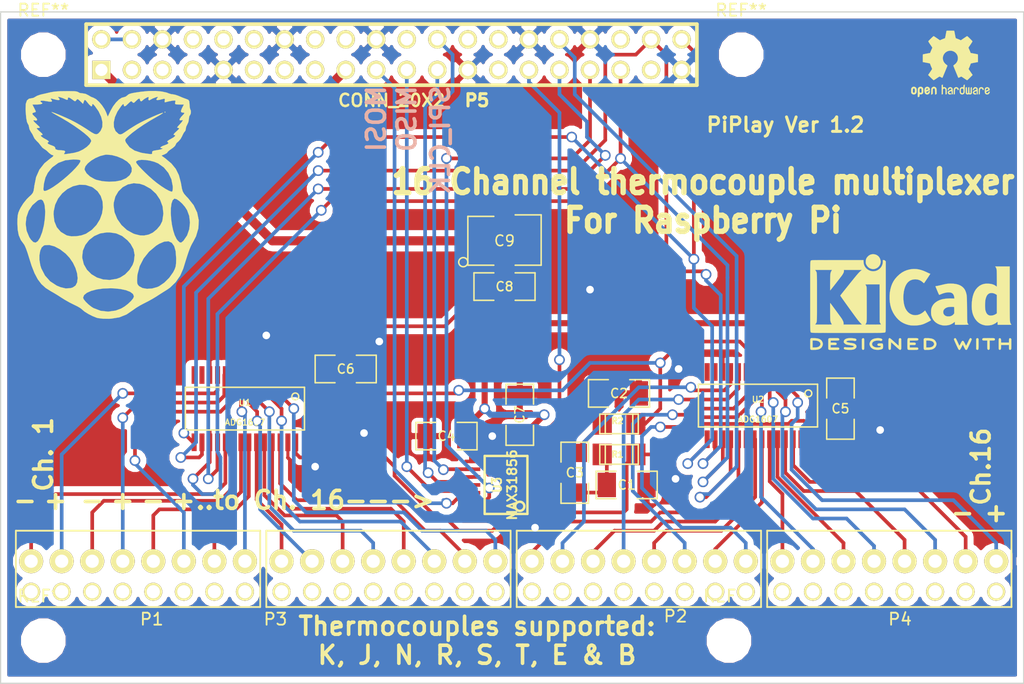
<source format=kicad_pcb>
(kicad_pcb (version 4) (host pcbnew 4.0.5+dfsg1-4)

  (general
    (links 90)
    (no_connects 0)
    (area 44.903429 78.837 141.80181 137.163)
    (thickness 1.6)
    (drawings 21)
    (tracks 539)
    (zones 0)
    (modules 26)
    (nets 69)
  )

  (page A3)
  (layers
    (0 F.Cu signal)
    (31 B.Cu signal)
    (32 B.Adhes user)
    (33 F.Adhes user)
    (34 B.Paste user)
    (35 F.Paste user)
    (36 B.SilkS user)
    (37 F.SilkS user)
    (38 B.Mask user)
    (39 F.Mask user)
    (40 Dwgs.User user)
    (41 Cmts.User user)
    (42 Eco1.User user)
    (43 Eco2.User user)
    (44 Edge.Cuts user)
  )

  (setup
    (last_trace_width 0.254)
    (user_trace_width 0.305)
    (user_trace_width 0.508)
    (user_trace_width 0.762)
    (trace_clearance 0.254)
    (zone_clearance 0.508)
    (zone_45_only no)
    (trace_min 0.254)
    (segment_width 0.2)
    (edge_width 0.1)
    (via_size 0.889)
    (via_drill 0.635)
    (via_min_size 0.889)
    (via_min_drill 0.508)
    (uvia_size 0.508)
    (uvia_drill 0.127)
    (uvias_allowed no)
    (uvia_min_size 0.508)
    (uvia_min_drill 0.127)
    (pcb_text_width 0.3)
    (pcb_text_size 1.5 1.5)
    (mod_edge_width 0.15)
    (mod_text_size 1 1)
    (mod_text_width 0.15)
    (pad_size 1.5 1.5)
    (pad_drill 1.1)
    (pad_to_mask_clearance 0)
    (aux_axis_origin 49.53 135.89)
    (visible_elements 7FFFFFFF)
    (pcbplotparams
      (layerselection 0x010f0_80000001)
      (usegerberextensions true)
      (excludeedgelayer true)
      (linewidth 0.150000)
      (plotframeref false)
      (viasonmask false)
      (mode 1)
      (useauxorigin false)
      (hpglpennumber 1)
      (hpglpenspeed 20)
      (hpglpendiameter 15)
      (hpglpenoverlay 2)
      (psnegative false)
      (psa4output false)
      (plotreference true)
      (plotvalue true)
      (plotinvisibletext false)
      (padsonsilk false)
      (subtractmaskfromsilk false)
      (outputformat 1)
      (mirror false)
      (drillshape 0)
      (scaleselection 1)
      (outputdirectory PiPlaydrill/))
  )

  (net 0 "")
  (net 1 +3.3V)
  (net 2 +5V)
  (net 3 "/(SPI_CE0_N)GPIO08")
  (net 4 /GPIO05)
  (net 5 /GPIO06)
  (net 6 "/GPIO09(SPI_MISO)")
  (net 7 "/GPIO10(SPI_MOSI)")
  (net 8 "/GPIO11(SPI_CLK)")
  (net 9 /GPIO12)
  (net 10 /GPIO13)
  (net 11 /GPIO19)
  (net 12 /GPIO20)
  (net 13 /GPIO21)
  (net 14 GND)
  (net 15 "Net-(C1-Pad2)")
  (net 16 "Net-(C2-Pad1)")
  (net 17 "Net-(P1-Pad1)")
  (net 18 "Net-(P1-Pad2)")
  (net 19 "Net-(P1-Pad3)")
  (net 20 "Net-(P1-Pad4)")
  (net 21 "Net-(P1-Pad5)")
  (net 22 "Net-(P1-Pad6)")
  (net 23 "Net-(P1-Pad7)")
  (net 24 "Net-(P1-Pad8)")
  (net 25 "Net-(P2-Pad1)")
  (net 26 "Net-(P2-Pad2)")
  (net 27 "Net-(P2-Pad3)")
  (net 28 "Net-(P2-Pad4)")
  (net 29 "Net-(P2-Pad5)")
  (net 30 "Net-(P2-Pad6)")
  (net 31 "Net-(P2-Pad7)")
  (net 32 "Net-(P2-Pad8)")
  (net 33 "Net-(P3-Pad1)")
  (net 34 "Net-(P3-Pad2)")
  (net 35 "Net-(P3-Pad3)")
  (net 36 "Net-(P3-Pad4)")
  (net 37 "Net-(P3-Pad5)")
  (net 38 "Net-(P3-Pad6)")
  (net 39 "Net-(P3-Pad7)")
  (net 40 "Net-(P3-Pad8)")
  (net 41 "Net-(P4-Pad1)")
  (net 42 "Net-(P4-Pad2)")
  (net 43 "Net-(P4-Pad3)")
  (net 44 "Net-(P4-Pad4)")
  (net 45 "Net-(P4-Pad5)")
  (net 46 "Net-(P4-Pad6)")
  (net 47 "Net-(P4-Pad7)")
  (net 48 "Net-(P4-Pad8)")
  (net 49 "/GPIO17(GPIO_GEN0)")
  (net 50 "/GPIO27(GPIO_GEN2)")
  (net 51 "/GPIO22(GPIO_GEN3)")
  (net 52 "/(TXD0)GPIO14")
  (net 53 "/(RXD0)GPIO15")
  (net 54 "/(GPIO_GEN1)GPIO18")
  (net 55 "/(GPIO_GEN4)GPIO23")
  (net 56 "/(GPIO_GEN5)GPIO24")
  (net 57 "/ID_SD(I2CID EEPROM)")
  (net 58 "/(GPIO_GEN6)GPIO25")
  (net 59 "/(SPI_CE1_N)GPIO07")
  (net 60 "/(I2CID EEPROM)ID_SC")
  (net 61 /GPIO16)
  (net 62 /GPIO26)
  (net 63 "/GPIO02(SDA1,I2C)")
  (net 64 "/GPIO03(SCL1,I2C)")
  (net 65 "/GPIO04(GPIO_GCLK)")
  (net 66 "Net-(R1-Pad1)")
  (net 67 "Net-(R2-Pad1)")
  (net 68 "Net-(U3-Pad6)")

  (net_class Default "This is the default net class."
    (clearance 0.254)
    (trace_width 0.254)
    (via_dia 0.889)
    (via_drill 0.635)
    (uvia_dia 0.508)
    (uvia_drill 0.127)
    (add_net +3.3V)
    (add_net +5V)
    (add_net "/(GPIO_GEN1)GPIO18")
    (add_net "/(GPIO_GEN4)GPIO23")
    (add_net "/(GPIO_GEN5)GPIO24")
    (add_net "/(GPIO_GEN6)GPIO25")
    (add_net "/(I2CID EEPROM)ID_SC")
    (add_net "/(RXD0)GPIO15")
    (add_net "/(SPI_CE0_N)GPIO08")
    (add_net "/(SPI_CE1_N)GPIO07")
    (add_net "/(TXD0)GPIO14")
    (add_net "/GPIO02(SDA1,I2C)")
    (add_net "/GPIO03(SCL1,I2C)")
    (add_net "/GPIO04(GPIO_GCLK)")
    (add_net /GPIO05)
    (add_net /GPIO06)
    (add_net "/GPIO09(SPI_MISO)")
    (add_net "/GPIO10(SPI_MOSI)")
    (add_net "/GPIO11(SPI_CLK)")
    (add_net /GPIO12)
    (add_net /GPIO13)
    (add_net /GPIO16)
    (add_net "/GPIO17(GPIO_GEN0)")
    (add_net /GPIO19)
    (add_net /GPIO20)
    (add_net /GPIO21)
    (add_net "/GPIO22(GPIO_GEN3)")
    (add_net /GPIO26)
    (add_net "/GPIO27(GPIO_GEN2)")
    (add_net "/ID_SD(I2CID EEPROM)")
    (add_net GND)
    (add_net "Net-(C1-Pad2)")
    (add_net "Net-(C2-Pad1)")
    (add_net "Net-(P1-Pad1)")
    (add_net "Net-(P1-Pad2)")
    (add_net "Net-(P1-Pad3)")
    (add_net "Net-(P1-Pad4)")
    (add_net "Net-(P1-Pad5)")
    (add_net "Net-(P1-Pad6)")
    (add_net "Net-(P1-Pad7)")
    (add_net "Net-(P1-Pad8)")
    (add_net "Net-(P2-Pad1)")
    (add_net "Net-(P2-Pad2)")
    (add_net "Net-(P2-Pad3)")
    (add_net "Net-(P2-Pad4)")
    (add_net "Net-(P2-Pad5)")
    (add_net "Net-(P2-Pad6)")
    (add_net "Net-(P2-Pad7)")
    (add_net "Net-(P2-Pad8)")
    (add_net "Net-(P3-Pad1)")
    (add_net "Net-(P3-Pad2)")
    (add_net "Net-(P3-Pad3)")
    (add_net "Net-(P3-Pad4)")
    (add_net "Net-(P3-Pad5)")
    (add_net "Net-(P3-Pad6)")
    (add_net "Net-(P3-Pad7)")
    (add_net "Net-(P3-Pad8)")
    (add_net "Net-(P4-Pad1)")
    (add_net "Net-(P4-Pad2)")
    (add_net "Net-(P4-Pad3)")
    (add_net "Net-(P4-Pad4)")
    (add_net "Net-(P4-Pad5)")
    (add_net "Net-(P4-Pad6)")
    (add_net "Net-(P4-Pad7)")
    (add_net "Net-(P4-Pad8)")
    (add_net "Net-(R1-Pad1)")
    (add_net "Net-(R2-Pad1)")
    (add_net "Net-(U3-Pad6)")
  )

  (net_class Power ""
    (clearance 0.254)
    (trace_width 0.762)
    (via_dia 0.889)
    (via_drill 0.635)
    (uvia_dia 0.508)
    (uvia_drill 0.127)
  )

  (module Mounting_Holes:MountingHole_2.7mm (layer F.Cu) (tedit 56D1B4CB) (tstamp 5B8E5713)
    (at 53.086 132.334)
    (descr "Mounting Hole 2.7mm, no annular")
    (tags "mounting hole 2.7mm no annular")
    (fp_text reference REF** (at 0 -3.7) (layer F.SilkS)
      (effects (font (size 1 1) (thickness 0.15)))
    )
    (fp_text value MountingHole_2.7mm (at 0 3.7) (layer F.Fab)
      (effects (font (size 1 1) (thickness 0.15)))
    )
    (fp_circle (center 0 0) (end 2.7 0) (layer Cmts.User) (width 0.15))
    (fp_circle (center 0 0) (end 2.95 0) (layer F.CrtYd) (width 0.05))
    (pad 1 np_thru_hole circle (at 0 0) (size 2.7 2.7) (drill 2.7) (layers *.Cu *.Mask))
  )

  (module TSSOP14 (layer F.Cu) (tedit 4E43F187) (tstamp 5B82421C)
    (at 91.567 119.38 90)
    (path /5B7E51E4)
    (attr smd)
    (fp_text reference U3 (at 0 -0.762 90) (layer F.SilkS)
      (effects (font (size 0.762 0.635) (thickness 0.16002)))
    )
    (fp_text value MAX31856 (at 0 0.508 90) (layer F.SilkS)
      (effects (font (size 0.762 0.762) (thickness 0.16002)))
    )
    (fp_line (start -2.413 -1.778) (end 2.413 -1.778) (layer F.SilkS) (width 0.2032))
    (fp_line (start 2.413 -1.778) (end 2.413 1.778) (layer F.SilkS) (width 0.2032))
    (fp_line (start 2.413 1.778) (end -2.413 1.778) (layer F.SilkS) (width 0.2032))
    (fp_line (start -2.413 1.778) (end -2.413 -1.778) (layer F.SilkS) (width 0.2032))
    (fp_circle (center -1.778 1.143) (end -2.159 1.143) (layer F.SilkS) (width 0.2032))
    (pad 1 smd rect (at -1.9304 2.794 90) (size 0.29972 1.30048) (layers F.Cu F.Paste F.Mask)
      (net 14 GND))
    (pad 2 smd rect (at -1.2954 2.794 90) (size 0.29972 1.30048) (layers F.Cu F.Paste F.Mask)
      (net 66 "Net-(R1-Pad1)"))
    (pad 3 smd rect (at -0.635 2.794 90) (size 0.29972 1.30048) (layers F.Cu F.Paste F.Mask)
      (net 15 "Net-(C1-Pad2)"))
    (pad 4 smd rect (at 0 2.794 90) (size 0.29972 1.30048) (layers F.Cu F.Paste F.Mask)
      (net 16 "Net-(C2-Pad1)"))
    (pad 5 smd rect (at 0.6604 2.794 90) (size 0.29972 1.30048) (layers F.Cu F.Paste F.Mask)
      (net 1 +3.3V))
    (pad 6 smd rect (at 1.3081 2.794 90) (size 0.29972 1.30048) (layers F.Cu F.Paste F.Mask)
      (net 68 "Net-(U3-Pad6)"))
    (pad 7 smd rect (at 1.9558 2.794 90) (size 0.29972 1.30048) (layers F.Cu F.Paste F.Mask)
      (net 4 /GPIO05))
    (pad 8 smd rect (at 1.9558 -2.794 90) (size 0.29972 1.30048) (layers F.Cu F.Paste F.Mask)
      (net 1 +3.3V))
    (pad 9 smd rect (at 1.3081 -2.794 90) (size 0.29972 1.30048) (layers F.Cu F.Paste F.Mask)
      (net 3 "/(SPI_CE0_N)GPIO08"))
    (pad 10 smd rect (at 0.6604 -2.794 90) (size 0.29972 1.30048) (layers F.Cu F.Paste F.Mask)
      (net 8 "/GPIO11(SPI_CLK)"))
    (pad 11 smd rect (at 0 -2.794 90) (size 0.29972 1.30048) (layers F.Cu F.Paste F.Mask)
      (net 6 "/GPIO09(SPI_MISO)"))
    (pad 12 smd rect (at -0.6477 -2.794 90) (size 0.29972 1.30048) (layers F.Cu F.Paste F.Mask)
      (net 7 "/GPIO10(SPI_MOSI)"))
    (pad 13 smd rect (at -1.2954 -2.794 90) (size 0.29972 1.30048) (layers F.Cu F.Paste F.Mask)
      (net 10 /GPIO13))
    (pad 14 smd rect (at -1.9431 -2.794 90) (size 0.29972 1.30048) (layers F.Cu F.Paste F.Mask)
      (net 14 GND))
    (model smd\smd_dil\tssop-14.wrl
      (at (xyz 0 0 0))
      (scale (xyz 1 1 1))
      (rotate (xyz 0 0 0))
    )
  )

  (module tssop-28 (layer F.Cu) (tedit 4E57952B) (tstamp 5B824241)
    (at 69.85 113.03 180)
    (descr TSSOP-28)
    (path /5B7D063B)
    (attr smd)
    (fp_text reference U1 (at 0 0.508 180) (layer F.SilkS)
      (effects (font (size 0.50038 0.50038) (thickness 0.09906)))
    )
    (fp_text value ADG1607 (at 0 -1.143 180) (layer F.SilkS)
      (effects (font (size 0.50038 0.50038) (thickness 0.09906)))
    )
    (fp_line (start -4.953 -1.778) (end -4.953 1.778) (layer F.SilkS) (width 0.127))
    (fp_line (start 4.953 -1.778) (end 4.953 1.778) (layer F.SilkS) (width 0.127))
    (fp_line (start 4.953 -1.778) (end -4.953 -1.778) (layer F.SilkS) (width 0.127))
    (fp_line (start -4.953 1.778) (end 4.953 1.778) (layer F.SilkS) (width 0.127))
    (fp_circle (center -4.191 1.016) (end -4.318 1.27) (layer F.SilkS) (width 0.127))
    (pad 7 smd rect (at -0.32512 2.79908 180) (size 0.4191 1.47066) (layers F.Cu F.Paste F.Mask)
      (net 34 "Net-(P3-Pad2)"))
    (pad 8 smd rect (at 0.32512 2.79908 180) (size 0.4191 1.47066) (layers F.Cu F.Paste F.Mask)
      (net 24 "Net-(P1-Pad8)"))
    (pad 9 smd rect (at 0.97536 2.79908 180) (size 0.4191 1.47066) (layers F.Cu F.Paste F.Mask)
      (net 22 "Net-(P1-Pad6)"))
    (pad 10 smd rect (at 1.6256 2.79908 180) (size 0.4191 1.47066) (layers F.Cu F.Paste F.Mask)
      (net 20 "Net-(P1-Pad4)"))
    (pad 25 smd rect (at -2.26568 -2.794 180) (size 0.4191 1.47066) (layers F.Cu F.Paste F.Mask)
      (net 37 "Net-(P3-Pad5)"))
    (pad 4 smd rect (at -2.27584 2.79908 180) (size 0.4191 1.47066) (layers F.Cu F.Paste F.Mask)
      (net 40 "Net-(P3-Pad8)"))
    (pad 5 smd rect (at -1.6256 2.79908 180) (size 0.4191 1.47066) (layers F.Cu F.Paste F.Mask)
      (net 38 "Net-(P3-Pad6)"))
    (pad 6 smd rect (at -0.97536 2.79908 180) (size 0.4191 1.47066) (layers F.Cu F.Paste F.Mask)
      (net 36 "Net-(P3-Pad4)"))
    (pad 18 smd rect (at 2.27584 -2.79908 180) (size 0.4191 1.47066) (layers F.Cu F.Paste F.Mask)
      (net 5 /GPIO06))
    (pad 19 smd rect (at 1.6256 -2.79908 180) (size 0.4191 1.47066) (layers F.Cu F.Paste F.Mask)
      (net 17 "Net-(P1-Pad1)"))
    (pad 20 smd rect (at 0.97536 -2.79908 180) (size 0.4191 1.47066) (layers F.Cu F.Paste F.Mask)
      (net 19 "Net-(P1-Pad3)"))
    (pad 21 smd rect (at 0.32512 -2.79908 180) (size 0.4191 1.47066) (layers F.Cu F.Paste F.Mask)
      (net 21 "Net-(P1-Pad5)"))
    (pad 22 smd rect (at -0.32512 -2.79908 180) (size 0.4191 1.47066) (layers F.Cu F.Paste F.Mask)
      (net 23 "Net-(P1-Pad7)"))
    (pad 23 smd rect (at -0.97536 -2.79908 180) (size 0.4191 1.47066) (layers F.Cu F.Paste F.Mask)
      (net 33 "Net-(P3-Pad1)"))
    (pad 11 smd rect (at 2.27584 2.79908 180) (size 0.4191 1.47066) (layers F.Cu F.Paste F.Mask)
      (net 18 "Net-(P1-Pad2)"))
    (pad 24 smd rect (at -1.6256 -2.794 180) (size 0.4191 1.47066) (layers F.Cu F.Paste F.Mask)
      (net 35 "Net-(P3-Pad3)"))
    (pad 3 smd rect (at -2.92608 2.79908 180) (size 0.4191 1.47066) (layers F.Cu F.Paste F.Mask))
    (pad 12 smd rect (at 2.92608 2.79908 180) (size 0.4191 1.47066) (layers F.Cu F.Paste F.Mask)
      (net 14 GND))
    (pad 17 smd rect (at 2.92608 -2.79908 180) (size 0.4191 1.47066) (layers F.Cu F.Paste F.Mask)
      (net 11 /GPIO19))
    (pad 26 smd rect (at -2.92608 -2.79908 180) (size 0.4191 1.47066) (layers F.Cu F.Paste F.Mask)
      (net 39 "Net-(P3-Pad7)"))
    (pad 2 smd rect (at -3.57378 2.79908 180) (size 0.4191 1.47066) (layers F.Cu F.Paste F.Mask)
      (net 67 "Net-(R2-Pad1)"))
    (pad 13 smd rect (at 3.57378 2.79908 180) (size 0.4191 1.47066) (layers F.Cu F.Paste F.Mask))
    (pad 16 smd rect (at 3.57378 -2.79908 180) (size 0.4191 1.47066) (layers F.Cu F.Paste F.Mask)
      (net 12 /GPIO20))
    (pad 27 smd rect (at -3.57378 -2.79908 180) (size 0.4191 1.47066) (layers F.Cu F.Paste F.Mask)
      (net 14 GND))
    (pad 1 smd rect (at -4.22402 2.79908 180) (size 0.4191 1.47066) (layers F.Cu F.Paste F.Mask)
      (net 1 +3.3V))
    (pad 14 smd rect (at 4.22402 2.79908 180) (size 0.4191 1.47066) (layers F.Cu F.Paste F.Mask))
    (pad 15 smd rect (at 4.22402 -2.79908 180) (size 0.4191 1.47066) (layers F.Cu F.Paste F.Mask)
      (net 13 /GPIO21))
    (pad 28 smd rect (at -4.22402 -2.79908 180) (size 0.4191 1.47066) (layers F.Cu F.Paste F.Mask)
      (net 66 "Net-(R1-Pad1)"))
    (model smd/smd_dil/tssop-28.wrl
      (at (xyz 0 0 0))
      (scale (xyz 1 1 1))
      (rotate (xyz 0 0 0))
    )
  )

  (module tssop-28 (layer F.Cu) (tedit 4E57952B) (tstamp 5B824266)
    (at 112.522 112.776 180)
    (descr TSSOP-28)
    (path /5B810D75)
    (attr smd)
    (fp_text reference U2 (at 0 0.508 180) (layer F.SilkS)
      (effects (font (size 0.50038 0.50038) (thickness 0.09906)))
    )
    (fp_text value ADG1607 (at 0 -1.143 180) (layer F.SilkS)
      (effects (font (size 0.50038 0.50038) (thickness 0.09906)))
    )
    (fp_line (start -4.953 -1.778) (end -4.953 1.778) (layer F.SilkS) (width 0.127))
    (fp_line (start 4.953 -1.778) (end 4.953 1.778) (layer F.SilkS) (width 0.127))
    (fp_line (start 4.953 -1.778) (end -4.953 -1.778) (layer F.SilkS) (width 0.127))
    (fp_line (start -4.953 1.778) (end 4.953 1.778) (layer F.SilkS) (width 0.127))
    (fp_circle (center -4.191 1.016) (end -4.318 1.27) (layer F.SilkS) (width 0.127))
    (pad 7 smd rect (at -0.32512 2.79908 180) (size 0.4191 1.47066) (layers F.Cu F.Paste F.Mask)
      (net 42 "Net-(P4-Pad2)"))
    (pad 8 smd rect (at 0.32512 2.79908 180) (size 0.4191 1.47066) (layers F.Cu F.Paste F.Mask)
      (net 32 "Net-(P2-Pad8)"))
    (pad 9 smd rect (at 0.97536 2.79908 180) (size 0.4191 1.47066) (layers F.Cu F.Paste F.Mask)
      (net 30 "Net-(P2-Pad6)"))
    (pad 10 smd rect (at 1.6256 2.79908 180) (size 0.4191 1.47066) (layers F.Cu F.Paste F.Mask)
      (net 28 "Net-(P2-Pad4)"))
    (pad 25 smd rect (at -2.26568 -2.794 180) (size 0.4191 1.47066) (layers F.Cu F.Paste F.Mask)
      (net 45 "Net-(P4-Pad5)"))
    (pad 4 smd rect (at -2.27584 2.79908 180) (size 0.4191 1.47066) (layers F.Cu F.Paste F.Mask)
      (net 48 "Net-(P4-Pad8)"))
    (pad 5 smd rect (at -1.6256 2.79908 180) (size 0.4191 1.47066) (layers F.Cu F.Paste F.Mask)
      (net 46 "Net-(P4-Pad6)"))
    (pad 6 smd rect (at -0.97536 2.79908 180) (size 0.4191 1.47066) (layers F.Cu F.Paste F.Mask)
      (net 44 "Net-(P4-Pad4)"))
    (pad 18 smd rect (at 2.27584 -2.79908 180) (size 0.4191 1.47066) (layers F.Cu F.Paste F.Mask)
      (net 9 /GPIO12))
    (pad 19 smd rect (at 1.6256 -2.79908 180) (size 0.4191 1.47066) (layers F.Cu F.Paste F.Mask)
      (net 25 "Net-(P2-Pad1)"))
    (pad 20 smd rect (at 0.97536 -2.79908 180) (size 0.4191 1.47066) (layers F.Cu F.Paste F.Mask)
      (net 27 "Net-(P2-Pad3)"))
    (pad 21 smd rect (at 0.32512 -2.79908 180) (size 0.4191 1.47066) (layers F.Cu F.Paste F.Mask)
      (net 29 "Net-(P2-Pad5)"))
    (pad 22 smd rect (at -0.32512 -2.79908 180) (size 0.4191 1.47066) (layers F.Cu F.Paste F.Mask)
      (net 31 "Net-(P2-Pad7)"))
    (pad 23 smd rect (at -0.97536 -2.79908 180) (size 0.4191 1.47066) (layers F.Cu F.Paste F.Mask)
      (net 41 "Net-(P4-Pad1)"))
    (pad 11 smd rect (at 2.27584 2.79908 180) (size 0.4191 1.47066) (layers F.Cu F.Paste F.Mask)
      (net 26 "Net-(P2-Pad2)"))
    (pad 24 smd rect (at -1.6256 -2.794 180) (size 0.4191 1.47066) (layers F.Cu F.Paste F.Mask)
      (net 43 "Net-(P4-Pad3)"))
    (pad 3 smd rect (at -2.92608 2.79908 180) (size 0.4191 1.47066) (layers F.Cu F.Paste F.Mask))
    (pad 12 smd rect (at 2.92608 2.79908 180) (size 0.4191 1.47066) (layers F.Cu F.Paste F.Mask)
      (net 14 GND))
    (pad 17 smd rect (at 2.92608 -2.79908 180) (size 0.4191 1.47066) (layers F.Cu F.Paste F.Mask)
      (net 11 /GPIO19))
    (pad 26 smd rect (at -2.92608 -2.79908 180) (size 0.4191 1.47066) (layers F.Cu F.Paste F.Mask)
      (net 47 "Net-(P4-Pad7)"))
    (pad 2 smd rect (at -3.57378 2.79908 180) (size 0.4191 1.47066) (layers F.Cu F.Paste F.Mask)
      (net 67 "Net-(R2-Pad1)"))
    (pad 13 smd rect (at 3.57378 2.79908 180) (size 0.4191 1.47066) (layers F.Cu F.Paste F.Mask))
    (pad 16 smd rect (at 3.57378 -2.79908 180) (size 0.4191 1.47066) (layers F.Cu F.Paste F.Mask)
      (net 12 /GPIO20))
    (pad 27 smd rect (at -3.57378 -2.79908 180) (size 0.4191 1.47066) (layers F.Cu F.Paste F.Mask)
      (net 14 GND))
    (pad 1 smd rect (at -4.22402 2.79908 180) (size 0.4191 1.47066) (layers F.Cu F.Paste F.Mask)
      (net 1 +3.3V))
    (pad 14 smd rect (at 4.22402 2.79908 180) (size 0.4191 1.47066) (layers F.Cu F.Paste F.Mask))
    (pad 15 smd rect (at 4.22402 -2.79908 180) (size 0.4191 1.47066) (layers F.Cu F.Paste F.Mask)
      (net 13 /GPIO21))
    (pad 28 smd rect (at -4.22402 -2.79908 180) (size 0.4191 1.47066) (layers F.Cu F.Paste F.Mask)
      (net 66 "Net-(R1-Pad1)"))
    (model smd/smd_dil/tssop-28.wrl
      (at (xyz 0 0 0))
      (scale (xyz 1 1 1))
      (rotate (xyz 0 0 0))
    )
  )

  (module SM1812E (layer F.Cu) (tedit 5B8F83CA) (tstamp 5B824273)
    (at 91.44 99.06)
    (path /5B7FAAEB)
    (attr smd)
    (fp_text reference C9 (at 0 0 180) (layer F.SilkS)
      (effects (font (size 0.889 0.889) (thickness 0.127)))
    )
    (fp_text value 10uF (at 0 -2.794 180) (layer F.SilkS) hide
      (effects (font (size 0.889 0.889) (thickness 0.127)))
    )
    (fp_circle (center -3.429 1.778) (end -3.048 1.778) (layer F.SilkS) (width 0.127))
    (fp_line (start -0.889 -2.032) (end -3.048 -2.032) (layer F.SilkS) (width 0.127))
    (fp_line (start -3.048 -2.032) (end -3.048 2.032) (layer F.SilkS) (width 0.127))
    (fp_line (start -3.048 2.032) (end -0.889 2.032) (layer F.SilkS) (width 0.127))
    (fp_line (start 0.889 -2.159) (end 3.048 -2.159) (layer F.SilkS) (width 0.127))
    (fp_line (start 3.048 -2.159) (end 3.048 2.032) (layer F.SilkS) (width 0.127))
    (fp_line (start 3.048 2.032) (end 0.889 2.032) (layer F.SilkS) (width 0.127))
    (pad 1 smd rect (at -1.905 0) (size 1.778 3.556) (layers F.Cu F.Paste F.Mask)
      (net 1 +3.3V))
    (pad 2 smd rect (at 1.905 0) (size 1.778 3.556) (layers F.Cu F.Paste F.Mask)
      (net 14 GND))
    (model smd/chip_cms.wrl
      (at (xyz 0 0 0))
      (scale (xyz 0.2 0.25 0.25))
      (rotate (xyz 0 0 0))
    )
  )

  (module c_1206 (layer F.Cu) (tedit 5B8F840F) (tstamp 5B824323)
    (at 100.965 114.3)
    (descr "SMT capacitor, 1206")
    (path /5B7E5C06)
    (fp_text reference R2 (at -0.127 -0.254) (layer F.SilkS)
      (effects (font (size 0.50038 0.50038) (thickness 0.11938)))
    )
    (fp_text value 470R (at 0 1.27) (layer F.SilkS) hide
      (effects (font (size 0.50038 0.50038) (thickness 0.11938)))
    )
    (fp_line (start 1.143 0.8128) (end 1.143 -0.8128) (layer F.SilkS) (width 0.127))
    (fp_line (start -1.143 -0.8128) (end -1.143 0.8128) (layer F.SilkS) (width 0.127))
    (fp_line (start -1.6002 -0.8128) (end -1.6002 0.8128) (layer F.SilkS) (width 0.127))
    (fp_line (start -1.6002 0.8128) (end 1.6002 0.8128) (layer F.SilkS) (width 0.127))
    (fp_line (start 1.6002 0.8128) (end 1.6002 -0.8128) (layer F.SilkS) (width 0.127))
    (fp_line (start 1.6002 -0.8128) (end -1.6002 -0.8128) (layer F.SilkS) (width 0.127))
    (pad 1 smd rect (at 1.397 0) (size 1.6002 1.8034) (layers F.Cu F.Paste F.Mask)
      (net 67 "Net-(R2-Pad1)"))
    (pad 2 smd rect (at -1.397 0) (size 1.6002 1.8034) (layers F.Cu F.Paste F.Mask)
      (net 16 "Net-(C2-Pad1)"))
    (model smd/capacitors/c_1206.wrl
      (at (xyz 0 0 0))
      (scale (xyz 1 1 1))
      (rotate (xyz 0 0 0))
    )
  )

  (module c_1206 (layer F.Cu) (tedit 5B8F841C) (tstamp 5B82432F)
    (at 100.965 116.84)
    (descr "SMT capacitor, 1206")
    (path /5B7E5BBF)
    (fp_text reference R1 (at -0.127 0) (layer F.SilkS)
      (effects (font (size 0.50038 0.50038) (thickness 0.11938)))
    )
    (fp_text value 470R (at 0 1.27) (layer F.SilkS) hide
      (effects (font (size 0.50038 0.50038) (thickness 0.11938)))
    )
    (fp_line (start 1.143 0.8128) (end 1.143 -0.8128) (layer F.SilkS) (width 0.127))
    (fp_line (start -1.143 -0.8128) (end -1.143 0.8128) (layer F.SilkS) (width 0.127))
    (fp_line (start -1.6002 -0.8128) (end -1.6002 0.8128) (layer F.SilkS) (width 0.127))
    (fp_line (start -1.6002 0.8128) (end 1.6002 0.8128) (layer F.SilkS) (width 0.127))
    (fp_line (start 1.6002 0.8128) (end 1.6002 -0.8128) (layer F.SilkS) (width 0.127))
    (fp_line (start 1.6002 -0.8128) (end -1.6002 -0.8128) (layer F.SilkS) (width 0.127))
    (pad 1 smd rect (at 1.397 0) (size 1.6002 1.8034) (layers F.Cu F.Paste F.Mask)
      (net 66 "Net-(R1-Pad1)"))
    (pad 2 smd rect (at -1.397 0) (size 1.6002 1.8034) (layers F.Cu F.Paste F.Mask)
      (net 15 "Net-(C1-Pad2)"))
    (model smd/capacitors/c_1206.wrl
      (at (xyz 0 0 0))
      (scale (xyz 1 1 1))
      (rotate (xyz 0 0 0))
    )
  )

  (module 8PIN_2.54_TERM. (layer F.Cu) (tedit 5BCAA6A3) (tstamp 5B824347)
    (at 63.5 123.19)
    (path /5B7E636B)
    (fp_text reference P1 (at -1.397 7.366) (layer F.SilkS)
      (effects (font (size 1 1) (thickness 0.15)))
    )
    (fp_text value CONN_8 (at 5.08 -1.27) (layer F.SilkS) hide
      (effects (font (size 1 1) (thickness 0.15)))
    )
    (fp_line (start -12.7 6.35) (end 7.62 6.35) (layer F.SilkS) (width 0.15))
    (fp_line (start 7.62 6.35) (end 7.62 0) (layer F.SilkS) (width 0.15))
    (fp_line (start 7.62 0) (end -12.7 0) (layer F.SilkS) (width 0.15))
    (fp_line (start -12.7 0) (end -12.7 6.35) (layer F.SilkS) (width 0.15))
    (pad 1 thru_hole circle (at -11.43 2.54) (size 2 2) (drill 1.1) (layers *.Cu *.Mask F.SilkS)
      (net 17 "Net-(P1-Pad1)"))
    (pad 2 thru_hole circle (at -8.89 2.54) (size 2 2) (drill 1.1) (layers *.Cu *.Mask F.SilkS)
      (net 18 "Net-(P1-Pad2)"))
    (pad 3 thru_hole circle (at -6.35 2.54) (size 2 2) (drill 1.1) (layers *.Cu *.Mask F.SilkS)
      (net 19 "Net-(P1-Pad3)"))
    (pad 4 thru_hole circle (at -3.81 2.54) (size 2 2) (drill 1.1) (layers *.Cu *.Mask F.SilkS)
      (net 20 "Net-(P1-Pad4)"))
    (pad 5 thru_hole circle (at -1.27 2.54) (size 2 2) (drill 1.1) (layers *.Cu *.Mask F.SilkS)
      (net 21 "Net-(P1-Pad5)"))
    (pad 6 thru_hole circle (at 1.27 2.54) (size 2 2) (drill 1.1) (layers *.Cu *.Mask F.SilkS)
      (net 22 "Net-(P1-Pad6)"))
    (pad 7 thru_hole circle (at 3.81 2.54) (size 2 2) (drill 1.1) (layers *.Cu *.Mask F.SilkS)
      (net 23 "Net-(P1-Pad7)"))
    (pad 8 thru_hole circle (at 6.35 2.54) (size 2 2) (drill 1.1) (layers *.Cu *.Mask F.SilkS)
      (net 24 "Net-(P1-Pad8)"))
    (pad "" thru_hole circle (at -11.43 5.08) (size 1.5 1.5) (drill 1.1) (layers *.Cu *.Mask F.SilkS))
    (pad "" thru_hole circle (at -8.89 5.08) (size 1.5 1.5) (drill 1.1) (layers *.Cu *.Mask F.SilkS))
    (pad "" thru_hole circle (at -6.35 5.08) (size 1.5 1.5) (drill 1.1) (layers *.Cu *.Mask F.SilkS))
    (pad "" thru_hole circle (at -3.81 5.08) (size 1.5 1.5) (drill 1.1) (layers *.Cu *.Mask F.SilkS))
    (pad "" thru_hole circle (at -1.27 5.08) (size 1.5 1.5) (drill 1.1) (layers *.Cu *.Mask F.SilkS))
    (pad "" thru_hole circle (at 1.27 5.08) (size 1.5 1.5) (drill 1.1) (layers *.Cu *.Mask F.SilkS))
    (pad "" thru_hole circle (at 3.81 5.08) (size 1.5 1.5) (drill 1.1) (layers *.Cu *.Mask F.SilkS))
    (pad "" thru_hole circle (at 6.35 5.08) (size 1.5 1.5) (drill 1.1) (layers *.Cu *.Mask F.SilkS))
  )

  (module 8PIN_2.54_TERM. (layer F.Cu) (tedit 5BD3AFD1) (tstamp 5B82435F)
    (at 84.328 123.19)
    (path /5B7E637A)
    (fp_text reference P3 (at -11.938 7.366) (layer F.SilkS)
      (effects (font (size 1 1) (thickness 0.15)))
    )
    (fp_text value CONN_8 (at 5.08 -1.27) (layer F.SilkS) hide
      (effects (font (size 1 1) (thickness 0.15)))
    )
    (fp_line (start -12.7 6.35) (end 7.62 6.35) (layer F.SilkS) (width 0.15))
    (fp_line (start 7.62 6.35) (end 7.62 0) (layer F.SilkS) (width 0.15))
    (fp_line (start 7.62 0) (end -12.7 0) (layer F.SilkS) (width 0.15))
    (fp_line (start -12.7 0) (end -12.7 6.35) (layer F.SilkS) (width 0.15))
    (pad 1 thru_hole circle (at -11.43 2.54) (size 2 2) (drill 1.1) (layers *.Cu *.Mask F.SilkS)
      (net 33 "Net-(P3-Pad1)"))
    (pad 2 thru_hole circle (at -8.89 2.54) (size 2 2) (drill 1.1) (layers *.Cu *.Mask F.SilkS)
      (net 34 "Net-(P3-Pad2)"))
    (pad 3 thru_hole circle (at -6.35 2.54) (size 2 2) (drill 1.1) (layers *.Cu *.Mask F.SilkS)
      (net 35 "Net-(P3-Pad3)"))
    (pad 4 thru_hole circle (at -3.81 2.54) (size 2 2) (drill 1.1) (layers *.Cu *.Mask F.SilkS)
      (net 36 "Net-(P3-Pad4)"))
    (pad 5 thru_hole circle (at -1.27 2.54) (size 2 2) (drill 1.1) (layers *.Cu *.Mask F.SilkS)
      (net 37 "Net-(P3-Pad5)"))
    (pad 6 thru_hole circle (at 1.27 2.54) (size 2 2) (drill 1.1) (layers *.Cu *.Mask F.SilkS)
      (net 38 "Net-(P3-Pad6)"))
    (pad 7 thru_hole circle (at 3.81 2.54) (size 2 2) (drill 1.1) (layers *.Cu *.Mask F.SilkS)
      (net 39 "Net-(P3-Pad7)"))
    (pad 8 thru_hole circle (at 6.35 2.54) (size 2 2) (drill 1.1) (layers *.Cu *.Mask F.SilkS)
      (net 40 "Net-(P3-Pad8)"))
    (pad "" thru_hole circle (at -11.43 5.08) (size 1.5 1.5) (drill 1.1) (layers *.Cu *.Mask F.SilkS))
    (pad "" thru_hole circle (at -8.89 5.08) (size 1.5 1.5) (drill 1.1) (layers *.Cu *.Mask F.SilkS))
    (pad "" thru_hole circle (at -6.35 5.08) (size 1.5 1.5) (drill 1.1) (layers *.Cu *.Mask F.SilkS))
    (pad "" thru_hole circle (at -3.81 5.08) (size 1.5 1.5) (drill 1.1) (layers *.Cu *.Mask F.SilkS))
    (pad "" thru_hole circle (at -1.27 5.08) (size 1.5 1.5) (drill 1.1) (layers *.Cu *.Mask F.SilkS))
    (pad "" thru_hole circle (at 1.27 5.08) (size 1.5 1.5) (drill 1.1) (layers *.Cu *.Mask F.SilkS))
    (pad "" thru_hole circle (at 3.81 5.08) (size 1.5 1.5) (drill 1.1) (layers *.Cu *.Mask F.SilkS))
    (pad "" thru_hole circle (at 6.35 5.08) (size 1.5 1.5) (drill 1.1) (layers *.Cu *.Mask F.SilkS))
  )

  (module 8PIN_2.54_TERM. (layer F.Cu) (tedit 5BD3AFC0) (tstamp 5B824377)
    (at 105.156 123.19)
    (path /5B810D84)
    (fp_text reference P2 (at 0.508 7.112) (layer F.SilkS)
      (effects (font (size 1 1) (thickness 0.15)))
    )
    (fp_text value CONN_8 (at 5.08 -1.27) (layer F.SilkS) hide
      (effects (font (size 1 1) (thickness 0.15)))
    )
    (fp_line (start -12.7 6.35) (end 7.62 6.35) (layer F.SilkS) (width 0.15))
    (fp_line (start 7.62 6.35) (end 7.62 0) (layer F.SilkS) (width 0.15))
    (fp_line (start 7.62 0) (end -12.7 0) (layer F.SilkS) (width 0.15))
    (fp_line (start -12.7 0) (end -12.7 6.35) (layer F.SilkS) (width 0.15))
    (pad 1 thru_hole circle (at -11.43 2.54) (size 2 2) (drill 1.1) (layers *.Cu *.Mask F.SilkS)
      (net 25 "Net-(P2-Pad1)"))
    (pad 2 thru_hole circle (at -8.89 2.54) (size 2 2) (drill 1.1) (layers *.Cu *.Mask F.SilkS)
      (net 26 "Net-(P2-Pad2)"))
    (pad 3 thru_hole circle (at -6.35 2.54) (size 2 2) (drill 1.1) (layers *.Cu *.Mask F.SilkS)
      (net 27 "Net-(P2-Pad3)"))
    (pad 4 thru_hole circle (at -3.81 2.54) (size 2 2) (drill 1.1) (layers *.Cu *.Mask F.SilkS)
      (net 28 "Net-(P2-Pad4)"))
    (pad 5 thru_hole circle (at -1.27 2.54) (size 2 2) (drill 1.1) (layers *.Cu *.Mask F.SilkS)
      (net 29 "Net-(P2-Pad5)"))
    (pad 6 thru_hole circle (at 1.27 2.54) (size 2 2) (drill 1.1) (layers *.Cu *.Mask F.SilkS)
      (net 30 "Net-(P2-Pad6)"))
    (pad 7 thru_hole circle (at 3.81 2.54) (size 2 2) (drill 1.1) (layers *.Cu *.Mask F.SilkS)
      (net 31 "Net-(P2-Pad7)"))
    (pad 8 thru_hole circle (at 6.35 2.54) (size 2 2) (drill 1.1) (layers *.Cu *.Mask F.SilkS)
      (net 32 "Net-(P2-Pad8)"))
    (pad "" thru_hole circle (at -11.43 5.08) (size 1.5 1.5) (drill 1.1) (layers *.Cu *.Mask F.SilkS))
    (pad "" thru_hole circle (at -8.89 5.08) (size 1.5 1.5) (drill 1.1) (layers *.Cu *.Mask F.SilkS))
    (pad "" thru_hole circle (at -6.35 5.08) (size 1.5 1.5) (drill 1.1) (layers *.Cu *.Mask F.SilkS))
    (pad "" thru_hole circle (at -3.81 5.08) (size 1.5 1.5) (drill 1.1) (layers *.Cu *.Mask F.SilkS))
    (pad "" thru_hole circle (at -1.27 5.08) (size 1.5 1.5) (drill 1.1) (layers *.Cu *.Mask F.SilkS))
    (pad "" thru_hole circle (at 1.27 5.08) (size 1.5 1.5) (drill 1.1) (layers *.Cu *.Mask F.SilkS))
    (pad "" thru_hole circle (at 3.81 5.08) (size 1.5 1.5) (drill 1.1) (layers *.Cu *.Mask F.SilkS))
    (pad "" thru_hole circle (at 6.35 5.08) (size 1.5 1.5) (drill 1.1) (layers *.Cu *.Mask F.SilkS))
  )

  (module 8PIN_2.54_TERM. (layer F.Cu) (tedit 5BCAA694) (tstamp 5B82438F)
    (at 125.984 123.19)
    (path /5B810D93)
    (fp_text reference P4 (at -1.651 7.366) (layer F.SilkS)
      (effects (font (size 1 1) (thickness 0.15)))
    )
    (fp_text value CONN_8 (at -0.635 -1.27) (layer F.SilkS) hide
      (effects (font (size 1 1) (thickness 0.15)))
    )
    (fp_line (start -12.7 6.35) (end 7.62 6.35) (layer F.SilkS) (width 0.15))
    (fp_line (start 7.62 6.35) (end 7.62 0) (layer F.SilkS) (width 0.15))
    (fp_line (start 7.62 0) (end -12.7 0) (layer F.SilkS) (width 0.15))
    (fp_line (start -12.7 0) (end -12.7 6.35) (layer F.SilkS) (width 0.15))
    (pad 1 thru_hole circle (at -11.43 2.54) (size 2 2) (drill 1.1) (layers *.Cu *.Mask F.SilkS)
      (net 41 "Net-(P4-Pad1)"))
    (pad 2 thru_hole circle (at -8.89 2.54) (size 2 2) (drill 1.1) (layers *.Cu *.Mask F.SilkS)
      (net 42 "Net-(P4-Pad2)"))
    (pad 3 thru_hole circle (at -6.35 2.54) (size 2 2) (drill 1.1) (layers *.Cu *.Mask F.SilkS)
      (net 43 "Net-(P4-Pad3)"))
    (pad 4 thru_hole circle (at -3.81 2.54) (size 2 2) (drill 1.1) (layers *.Cu *.Mask F.SilkS)
      (net 44 "Net-(P4-Pad4)"))
    (pad 5 thru_hole circle (at -1.27 2.54) (size 2 2) (drill 1.1) (layers *.Cu *.Mask F.SilkS)
      (net 45 "Net-(P4-Pad5)"))
    (pad 6 thru_hole circle (at 1.27 2.54) (size 2 2) (drill 1.1) (layers *.Cu *.Mask F.SilkS)
      (net 46 "Net-(P4-Pad6)"))
    (pad 7 thru_hole circle (at 3.81 2.54) (size 2 2) (drill 1.1) (layers *.Cu *.Mask F.SilkS)
      (net 47 "Net-(P4-Pad7)"))
    (pad 8 thru_hole circle (at 6.35 2.54) (size 2 2) (drill 1.1) (layers *.Cu *.Mask F.SilkS)
      (net 48 "Net-(P4-Pad8)"))
    (pad "" thru_hole circle (at -11.43 5.08) (size 1.5 1.5) (drill 1.1) (layers *.Cu *.Mask F.SilkS))
    (pad "" thru_hole circle (at -8.89 5.08) (size 1.5 1.5) (drill 1.1) (layers *.Cu *.Mask F.SilkS))
    (pad "" thru_hole circle (at -6.35 5.08) (size 1.5 1.5) (drill 1.1) (layers *.Cu *.Mask F.SilkS))
    (pad "" thru_hole circle (at -3.81 5.08) (size 1.5 1.5) (drill 1.1) (layers *.Cu *.Mask F.SilkS))
    (pad "" thru_hole circle (at -1.27 5.08) (size 1.5 1.5) (drill 1.1) (layers *.Cu *.Mask F.SilkS))
    (pad "" thru_hole circle (at 1.27 5.08) (size 1.5 1.5) (drill 1.1) (layers *.Cu *.Mask F.SilkS))
    (pad "" thru_hole circle (at 3.81 5.08) (size 1.5 1.5) (drill 1.1) (layers *.Cu *.Mask F.SilkS))
    (pad "" thru_hole circle (at 6.35 5.08) (size 1.5 1.5) (drill 1.1) (layers *.Cu *.Mask F.SilkS))
  )

  (module SM1206 (layer F.Cu) (tedit 5B8F8453) (tstamp 5B824280)
    (at 119.38 113.03 270)
    (path /5B81271B)
    (attr smd)
    (fp_text reference C5 (at 0 0 360) (layer F.SilkS)
      (effects (font (size 0.762 0.762) (thickness 0.127)))
    )
    (fp_text value 100nF (at -2.032 -3.302 360) (layer F.SilkS) hide
      (effects (font (size 0.762 0.762) (thickness 0.127)))
    )
    (fp_line (start -2.54 -1.143) (end -2.54 1.143) (layer F.SilkS) (width 0.127))
    (fp_line (start -2.54 1.143) (end -0.889 1.143) (layer F.SilkS) (width 0.127))
    (fp_line (start 0.889 -1.143) (end 2.54 -1.143) (layer F.SilkS) (width 0.127))
    (fp_line (start 2.54 -1.143) (end 2.54 1.143) (layer F.SilkS) (width 0.127))
    (fp_line (start 2.54 1.143) (end 0.889 1.143) (layer F.SilkS) (width 0.127))
    (fp_line (start -0.889 -1.143) (end -2.54 -1.143) (layer F.SilkS) (width 0.127))
    (pad 1 smd rect (at -1.651 0 270) (size 1.524 2.032) (layers F.Cu F.Paste F.Mask)
      (net 1 +3.3V))
    (pad 2 smd rect (at 1.651 0 270) (size 1.524 2.032) (layers F.Cu F.Paste F.Mask)
      (net 14 GND))
    (model smd/chip_cms.wrl
      (at (xyz 0 0 0))
      (scale (xyz 0.17 0.16 0.16))
      (rotate (xyz 0 0 0))
    )
  )

  (module SM1206 (layer F.Cu) (tedit 5B8F83DC) (tstamp 5B82428D)
    (at 78.232 109.728)
    (path /5B7FAB37)
    (attr smd)
    (fp_text reference C6 (at 0 0) (layer F.SilkS)
      (effects (font (size 0.762 0.762) (thickness 0.127)))
    )
    (fp_text value 100nF (at 0 1.778) (layer F.SilkS) hide
      (effects (font (size 0.762 0.762) (thickness 0.127)))
    )
    (fp_line (start -2.54 -1.143) (end -2.54 1.143) (layer F.SilkS) (width 0.127))
    (fp_line (start -2.54 1.143) (end -0.889 1.143) (layer F.SilkS) (width 0.127))
    (fp_line (start 0.889 -1.143) (end 2.54 -1.143) (layer F.SilkS) (width 0.127))
    (fp_line (start 2.54 -1.143) (end 2.54 1.143) (layer F.SilkS) (width 0.127))
    (fp_line (start 2.54 1.143) (end 0.889 1.143) (layer F.SilkS) (width 0.127))
    (fp_line (start -0.889 -1.143) (end -2.54 -1.143) (layer F.SilkS) (width 0.127))
    (pad 1 smd rect (at -1.651 0) (size 1.524 2.032) (layers F.Cu F.Paste F.Mask)
      (net 1 +3.3V))
    (pad 2 smd rect (at 1.651 0) (size 1.524 2.032) (layers F.Cu F.Paste F.Mask)
      (net 14 GND))
    (model smd/chip_cms.wrl
      (at (xyz 0 0 0))
      (scale (xyz 0.17 0.16 0.16))
      (rotate (xyz 0 0 0))
    )
  )

  (module SM1206 (layer F.Cu) (tedit 5B8F83F1) (tstamp 5B82429A)
    (at 92.71 113.538 90)
    (path /5B7FAB1C)
    (attr smd)
    (fp_text reference C7 (at 0 0 90) (layer F.SilkS)
      (effects (font (size 0.762 0.762) (thickness 0.127)))
    )
    (fp_text value 100nF (at 0 1.778 90) (layer F.SilkS) hide
      (effects (font (size 0.762 0.762) (thickness 0.127)))
    )
    (fp_line (start -2.54 -1.143) (end -2.54 1.143) (layer F.SilkS) (width 0.127))
    (fp_line (start -2.54 1.143) (end -0.889 1.143) (layer F.SilkS) (width 0.127))
    (fp_line (start 0.889 -1.143) (end 2.54 -1.143) (layer F.SilkS) (width 0.127))
    (fp_line (start 2.54 -1.143) (end 2.54 1.143) (layer F.SilkS) (width 0.127))
    (fp_line (start 2.54 1.143) (end 0.889 1.143) (layer F.SilkS) (width 0.127))
    (fp_line (start -0.889 -1.143) (end -2.54 -1.143) (layer F.SilkS) (width 0.127))
    (pad 1 smd rect (at -1.651 0 90) (size 1.524 2.032) (layers F.Cu F.Paste F.Mask)
      (net 1 +3.3V))
    (pad 2 smd rect (at 1.651 0 90) (size 1.524 2.032) (layers F.Cu F.Paste F.Mask)
      (net 14 GND))
    (model smd/chip_cms.wrl
      (at (xyz 0 0 0))
      (scale (xyz 0.17 0.16 0.16))
      (rotate (xyz 0 0 0))
    )
  )

  (module SM1206 (layer F.Cu) (tedit 5B8F83C2) (tstamp 5B8242A7)
    (at 91.44 102.87)
    (path /5B7FAB01)
    (attr smd)
    (fp_text reference C8 (at 0 0) (layer F.SilkS)
      (effects (font (size 0.762 0.762) (thickness 0.127)))
    )
    (fp_text value 100nF (at 0.254 2.032) (layer F.SilkS) hide
      (effects (font (size 0.762 0.762) (thickness 0.127)))
    )
    (fp_line (start -2.54 -1.143) (end -2.54 1.143) (layer F.SilkS) (width 0.127))
    (fp_line (start -2.54 1.143) (end -0.889 1.143) (layer F.SilkS) (width 0.127))
    (fp_line (start 0.889 -1.143) (end 2.54 -1.143) (layer F.SilkS) (width 0.127))
    (fp_line (start 2.54 -1.143) (end 2.54 1.143) (layer F.SilkS) (width 0.127))
    (fp_line (start 2.54 1.143) (end 0.889 1.143) (layer F.SilkS) (width 0.127))
    (fp_line (start -0.889 -1.143) (end -2.54 -1.143) (layer F.SilkS) (width 0.127))
    (pad 1 smd rect (at -1.651 0) (size 1.524 2.032) (layers F.Cu F.Paste F.Mask)
      (net 1 +3.3V))
    (pad 2 smd rect (at 1.651 0) (size 1.524 2.032) (layers F.Cu F.Paste F.Mask)
      (net 14 GND))
    (model smd/chip_cms.wrl
      (at (xyz 0 0 0))
      (scale (xyz 0.17 0.16 0.16))
      (rotate (xyz 0 0 0))
    )
  )

  (module SM1206 (layer F.Cu) (tedit 5B8F83E9) (tstamp 5B8242B4)
    (at 86.614 115.316 180)
    (path /5B7E62AB)
    (attr smd)
    (fp_text reference C4 (at 0 0 180) (layer F.SilkS)
      (effects (font (size 0.762 0.762) (thickness 0.127)))
    )
    (fp_text value 100nF (at 0.254 -1.778 180) (layer F.SilkS) hide
      (effects (font (size 0.762 0.762) (thickness 0.127)))
    )
    (fp_line (start -2.54 -1.143) (end -2.54 1.143) (layer F.SilkS) (width 0.127))
    (fp_line (start -2.54 1.143) (end -0.889 1.143) (layer F.SilkS) (width 0.127))
    (fp_line (start 0.889 -1.143) (end 2.54 -1.143) (layer F.SilkS) (width 0.127))
    (fp_line (start 2.54 -1.143) (end 2.54 1.143) (layer F.SilkS) (width 0.127))
    (fp_line (start 2.54 1.143) (end 0.889 1.143) (layer F.SilkS) (width 0.127))
    (fp_line (start -0.889 -1.143) (end -2.54 -1.143) (layer F.SilkS) (width 0.127))
    (pad 1 smd rect (at -1.651 0 180) (size 1.524 2.032) (layers F.Cu F.Paste F.Mask)
      (net 1 +3.3V))
    (pad 2 smd rect (at 1.651 0 180) (size 1.524 2.032) (layers F.Cu F.Paste F.Mask)
      (net 14 GND))
    (model smd/chip_cms.wrl
      (at (xyz 0 0 0))
      (scale (xyz 0.17 0.16 0.16))
      (rotate (xyz 0 0 0))
    )
  )

  (module SM1206 (layer F.Cu) (tedit 5B8F843C) (tstamp 5B8242C1)
    (at 97.282 118.364 90)
    (path /5B7E6042)
    (attr smd)
    (fp_text reference C3 (at 0 0 180) (layer F.SilkS)
      (effects (font (size 0.762 0.762) (thickness 0.127)))
    )
    (fp_text value 100nF (at 3.302 -0.762 180) (layer F.SilkS) hide
      (effects (font (size 0.762 0.762) (thickness 0.127)))
    )
    (fp_line (start -2.54 -1.143) (end -2.54 1.143) (layer F.SilkS) (width 0.127))
    (fp_line (start -2.54 1.143) (end -0.889 1.143) (layer F.SilkS) (width 0.127))
    (fp_line (start 0.889 -1.143) (end 2.54 -1.143) (layer F.SilkS) (width 0.127))
    (fp_line (start 2.54 -1.143) (end 2.54 1.143) (layer F.SilkS) (width 0.127))
    (fp_line (start 2.54 1.143) (end 0.889 1.143) (layer F.SilkS) (width 0.127))
    (fp_line (start -0.889 -1.143) (end -2.54 -1.143) (layer F.SilkS) (width 0.127))
    (pad 1 smd rect (at -1.651 0 90) (size 1.524 2.032) (layers F.Cu F.Paste F.Mask)
      (net 15 "Net-(C1-Pad2)"))
    (pad 2 smd rect (at 1.651 0 90) (size 1.524 2.032) (layers F.Cu F.Paste F.Mask)
      (net 16 "Net-(C2-Pad1)"))
    (model smd/chip_cms.wrl
      (at (xyz 0 0 0))
      (scale (xyz 0.17 0.16 0.16))
      (rotate (xyz 0 0 0))
    )
  )

  (module SM1206 (layer F.Cu) (tedit 5B8F8429) (tstamp 5B8242CE)
    (at 101.6 119.38 180)
    (path /5B7E6033)
    (attr smd)
    (fp_text reference C1 (at 0 0 180) (layer F.SilkS)
      (effects (font (size 0.762 0.762) (thickness 0.127)))
    )
    (fp_text value 100nF (at -0.254 -1.778 180) (layer F.SilkS) hide
      (effects (font (size 0.762 0.762) (thickness 0.127)))
    )
    (fp_line (start -2.54 -1.143) (end -2.54 1.143) (layer F.SilkS) (width 0.127))
    (fp_line (start -2.54 1.143) (end -0.889 1.143) (layer F.SilkS) (width 0.127))
    (fp_line (start 0.889 -1.143) (end 2.54 -1.143) (layer F.SilkS) (width 0.127))
    (fp_line (start 2.54 -1.143) (end 2.54 1.143) (layer F.SilkS) (width 0.127))
    (fp_line (start 2.54 1.143) (end 0.889 1.143) (layer F.SilkS) (width 0.127))
    (fp_line (start -0.889 -1.143) (end -2.54 -1.143) (layer F.SilkS) (width 0.127))
    (pad 1 smd rect (at -1.651 0 180) (size 1.524 2.032) (layers F.Cu F.Paste F.Mask)
      (net 14 GND))
    (pad 2 smd rect (at 1.651 0 180) (size 1.524 2.032) (layers F.Cu F.Paste F.Mask)
      (net 15 "Net-(C1-Pad2)"))
    (model smd/chip_cms.wrl
      (at (xyz 0 0 0))
      (scale (xyz 0.17 0.16 0.16))
      (rotate (xyz 0 0 0))
    )
  )

  (module SM1206 (layer F.Cu) (tedit 5B8F83FC) (tstamp 5B8242DB)
    (at 100.965 111.76)
    (path /5B7E6024)
    (attr smd)
    (fp_text reference C2 (at 0 0) (layer F.SilkS)
      (effects (font (size 0.762 0.762) (thickness 0.127)))
    )
    (fp_text value 100nF (at 0.127 -1.778) (layer F.SilkS) hide
      (effects (font (size 0.762 0.762) (thickness 0.127)))
    )
    (fp_line (start -2.54 -1.143) (end -2.54 1.143) (layer F.SilkS) (width 0.127))
    (fp_line (start -2.54 1.143) (end -0.889 1.143) (layer F.SilkS) (width 0.127))
    (fp_line (start 0.889 -1.143) (end 2.54 -1.143) (layer F.SilkS) (width 0.127))
    (fp_line (start 2.54 -1.143) (end 2.54 1.143) (layer F.SilkS) (width 0.127))
    (fp_line (start 2.54 1.143) (end 0.889 1.143) (layer F.SilkS) (width 0.127))
    (fp_line (start -0.889 -1.143) (end -2.54 -1.143) (layer F.SilkS) (width 0.127))
    (pad 1 smd rect (at -1.651 0) (size 1.524 2.032) (layers F.Cu F.Paste F.Mask)
      (net 16 "Net-(C2-Pad1)"))
    (pad 2 smd rect (at 1.651 0) (size 1.524 2.032) (layers F.Cu F.Paste F.Mask)
      (net 14 GND))
    (model smd/chip_cms.wrl
      (at (xyz 0 0 0))
      (scale (xyz 0.17 0.16 0.16))
      (rotate (xyz 0 0 0))
    )
  )

  (module PIN_ARRAY_20X2 (layer F.Cu) (tedit 5B935C17) (tstamp 5B8A18B1)
    (at 82.042 83.566)
    (descr "Double rangee de contacts 2 x 12 pins")
    (tags CONN)
    (path /5B712784)
    (fp_text reference P5 (at 7.112 3.81) (layer F.SilkS)
      (effects (font (size 1.016 1.016) (thickness 0.27432)))
    )
    (fp_text value CONN_20X2 (at 0 3.81) (layer F.SilkS)
      (effects (font (size 1.016 1.016) (thickness 0.2032)))
    )
    (fp_line (start 25.4 2.54) (end -25.4 2.54) (layer F.SilkS) (width 0.3048))
    (fp_line (start 25.4 -2.54) (end -25.4 -2.54) (layer F.SilkS) (width 0.3048))
    (fp_line (start 25.4 -2.54) (end 25.4 2.54) (layer F.SilkS) (width 0.3048))
    (fp_line (start -25.4 -2.54) (end -25.4 2.54) (layer F.SilkS) (width 0.3048))
    (pad 1 thru_hole rect (at -24.13 1.27) (size 1.524 1.524) (drill 1.016) (layers *.Cu *.Mask F.SilkS)
      (net 1 +3.3V))
    (pad 2 thru_hole circle (at -24.13 -1.27) (size 1.524 1.524) (drill 1.016) (layers *.Cu *.Mask F.SilkS)
      (net 2 +5V))
    (pad 11 thru_hole circle (at -11.43 1.27) (size 1.524 1.524) (drill 1.016) (layers *.Cu *.Mask F.SilkS)
      (net 49 "/GPIO17(GPIO_GEN0)"))
    (pad 4 thru_hole circle (at -21.59 -1.27) (size 1.524 1.524) (drill 1.016) (layers *.Cu *.Mask F.SilkS)
      (net 2 +5V))
    (pad 13 thru_hole circle (at -8.89 1.27) (size 1.524 1.524) (drill 1.016) (layers *.Cu *.Mask F.SilkS)
      (net 50 "/GPIO27(GPIO_GEN2)"))
    (pad 6 thru_hole circle (at -19.05 -1.27) (size 1.524 1.524) (drill 1.016) (layers *.Cu *.Mask F.SilkS)
      (net 14 GND))
    (pad 15 thru_hole circle (at -6.35 1.27) (size 1.524 1.524) (drill 1.016) (layers *.Cu *.Mask F.SilkS)
      (net 51 "/GPIO22(GPIO_GEN3)"))
    (pad 8 thru_hole circle (at -16.51 -1.27) (size 1.524 1.524) (drill 1.016) (layers *.Cu *.Mask F.SilkS)
      (net 52 "/(TXD0)GPIO14"))
    (pad 17 thru_hole circle (at -3.81 1.27) (size 1.524 1.524) (drill 1.016) (layers *.Cu *.Mask F.SilkS)
      (net 1 +3.3V))
    (pad 10 thru_hole circle (at -13.97 -1.27) (size 1.524 1.524) (drill 1.016) (layers *.Cu *.Mask F.SilkS)
      (net 53 "/(RXD0)GPIO15"))
    (pad 19 thru_hole circle (at -1.27 1.27) (size 1.524 1.524) (drill 1.016) (layers *.Cu *.Mask F.SilkS)
      (net 7 "/GPIO10(SPI_MOSI)"))
    (pad 12 thru_hole circle (at -11.43 -1.27) (size 1.524 1.524) (drill 1.016) (layers *.Cu *.Mask F.SilkS)
      (net 54 "/(GPIO_GEN1)GPIO18"))
    (pad 21 thru_hole circle (at 1.27 1.27) (size 1.524 1.524) (drill 1.016) (layers *.Cu *.Mask F.SilkS)
      (net 6 "/GPIO09(SPI_MISO)"))
    (pad 14 thru_hole circle (at -8.89 -1.27) (size 1.524 1.524) (drill 1.016) (layers *.Cu *.Mask F.SilkS)
      (net 14 GND))
    (pad 23 thru_hole circle (at 3.81 1.27) (size 1.524 1.524) (drill 1.016) (layers *.Cu *.Mask F.SilkS)
      (net 8 "/GPIO11(SPI_CLK)"))
    (pad 16 thru_hole circle (at -6.35 -1.27) (size 1.524 1.524) (drill 1.016) (layers *.Cu *.Mask F.SilkS)
      (net 55 "/(GPIO_GEN4)GPIO23"))
    (pad 25 thru_hole circle (at 6.35 1.27) (size 1.524 1.524) (drill 1.016) (layers *.Cu *.Mask F.SilkS)
      (net 14 GND))
    (pad 18 thru_hole circle (at -3.81 -1.27) (size 1.524 1.524) (drill 1.016) (layers *.Cu *.Mask F.SilkS)
      (net 56 "/(GPIO_GEN5)GPIO24"))
    (pad 27 thru_hole circle (at 8.89 1.27) (size 1.524 1.524) (drill 1.016) (layers *.Cu *.Mask F.SilkS)
      (net 57 "/ID_SD(I2CID EEPROM)"))
    (pad 20 thru_hole circle (at -1.27 -1.27) (size 1.524 1.524) (drill 1.016) (layers *.Cu *.Mask F.SilkS)
      (net 14 GND))
    (pad 29 thru_hole circle (at 11.43 1.27) (size 1.524 1.524) (drill 1.016) (layers *.Cu *.Mask F.SilkS)
      (net 4 /GPIO05))
    (pad 22 thru_hole circle (at 1.27 -1.27) (size 1.524 1.524) (drill 1.016) (layers *.Cu *.Mask F.SilkS)
      (net 58 "/(GPIO_GEN6)GPIO25"))
    (pad 31 thru_hole circle (at 13.97 1.27) (size 1.524 1.524) (drill 1.016) (layers *.Cu *.Mask F.SilkS)
      (net 5 /GPIO06))
    (pad 24 thru_hole circle (at 3.81 -1.27) (size 1.524 1.524) (drill 1.016) (layers *.Cu *.Mask F.SilkS)
      (net 3 "/(SPI_CE0_N)GPIO08"))
    (pad 26 thru_hole circle (at 6.35 -1.27) (size 1.524 1.524) (drill 1.016) (layers *.Cu *.Mask F.SilkS)
      (net 59 "/(SPI_CE1_N)GPIO07"))
    (pad 33 thru_hole circle (at 16.51 1.27) (size 1.524 1.524) (drill 1.016) (layers *.Cu *.Mask F.SilkS)
      (net 10 /GPIO13))
    (pad 28 thru_hole circle (at 8.89 -1.27) (size 1.524 1.524) (drill 1.016) (layers *.Cu *.Mask F.SilkS)
      (net 60 "/(I2CID EEPROM)ID_SC"))
    (pad 32 thru_hole circle (at 13.97 -1.27) (size 1.524 1.524) (drill 1.016) (layers *.Cu *.Mask F.SilkS)
      (net 9 /GPIO12))
    (pad 34 thru_hole circle (at 16.51 -1.27) (size 1.524 1.524) (drill 1.016) (layers *.Cu *.Mask F.SilkS)
      (net 14 GND))
    (pad 36 thru_hole circle (at 19.05 -1.27) (size 1.524 1.524) (drill 1.016) (layers *.Cu *.Mask F.SilkS)
      (net 61 /GPIO16))
    (pad 38 thru_hole circle (at 21.59 -1.27) (size 1.524 1.524) (drill 1.016) (layers *.Cu *.Mask F.SilkS)
      (net 12 /GPIO20))
    (pad 35 thru_hole circle (at 19.05 1.27) (size 1.524 1.524) (drill 1.016) (layers *.Cu *.Mask F.SilkS)
      (net 11 /GPIO19))
    (pad 37 thru_hole circle (at 21.59 1.27) (size 1.524 1.524) (drill 1.016) (layers *.Cu *.Mask F.SilkS)
      (net 62 /GPIO26))
    (pad 3 thru_hole circle (at -21.59 1.27) (size 1.524 1.524) (drill 1.016) (layers *.Cu *.Mask F.SilkS)
      (net 63 "/GPIO02(SDA1,I2C)"))
    (pad 5 thru_hole circle (at -19.05 1.27) (size 1.524 1.524) (drill 1.016) (layers *.Cu *.Mask F.SilkS)
      (net 64 "/GPIO03(SCL1,I2C)"))
    (pad 7 thru_hole circle (at -16.51 1.27) (size 1.524 1.524) (drill 1.016) (layers *.Cu *.Mask F.SilkS)
      (net 65 "/GPIO04(GPIO_GCLK)"))
    (pad 9 thru_hole circle (at -13.97 1.27) (size 1.524 1.524) (drill 1.016) (layers *.Cu *.Mask F.SilkS)
      (net 14 GND))
    (pad 39 thru_hole circle (at 24.13 1.27) (size 1.524 1.524) (drill 1.016) (layers *.Cu *.Mask F.SilkS)
      (net 14 GND))
    (pad 40 thru_hole circle (at 24.13 -1.27) (size 1.524 1.524) (drill 1.016) (layers *.Cu *.Mask F.SilkS)
      (net 13 /GPIO21))
    (pad 30 thru_hole circle (at 11.43 -1.27) (size 1.524 1.524) (drill 1.016) (layers *.Cu *.Mask F.SilkS)
      (net 14 GND))
    (model pin_array/pins_array_20x2.wrl
      (at (xyz 0 0 0))
      (scale (xyz 1 1 1))
      (rotate (xyz 0 0 0))
    )
  )

  (module Symbols:OSHW-Logo2_7.3x6mm_SilkScreen (layer F.Cu) (tedit 5BCA9B9F) (tstamp 5B97D6AD)
    (at 128.524 84.328)
    (descr "Open Source Hardware Symbol")
    (tags "Logo Symbol OSHW")
    (attr virtual)
    (fp_text reference REF*** (at 0 0) (layer F.SilkS) hide
      (effects (font (size 1 1) (thickness 0.15)))
    )
    (fp_text value OSHW-Logo2_7.3x6mm_SilkScreen (at 0 1.016) (layer F.Fab) hide
      (effects (font (size 1 1) (thickness 0.15)))
    )
    (fp_poly (pts (xy -2.400256 1.919918) (xy -2.344799 1.947568) (xy -2.295852 1.99848) (xy -2.282371 2.017338)
      (xy -2.267686 2.042015) (xy -2.258158 2.068816) (xy -2.252707 2.104587) (xy -2.250253 2.156169)
      (xy -2.249714 2.224267) (xy -2.252148 2.317588) (xy -2.260606 2.387657) (xy -2.276826 2.439931)
      (xy -2.302546 2.479869) (xy -2.339503 2.512929) (xy -2.342218 2.514886) (xy -2.37864 2.534908)
      (xy -2.422498 2.544815) (xy -2.478276 2.547257) (xy -2.568952 2.547257) (xy -2.56899 2.635283)
      (xy -2.569834 2.684308) (xy -2.574976 2.713065) (xy -2.588413 2.730311) (xy -2.614142 2.744808)
      (xy -2.620321 2.747769) (xy -2.649236 2.761648) (xy -2.671624 2.770414) (xy -2.688271 2.771171)
      (xy -2.699964 2.761023) (xy -2.70749 2.737073) (xy -2.711634 2.696426) (xy -2.713185 2.636186)
      (xy -2.712929 2.553455) (xy -2.711651 2.445339) (xy -2.711252 2.413) (xy -2.709815 2.301524)
      (xy -2.708528 2.228603) (xy -2.569029 2.228603) (xy -2.568245 2.290499) (xy -2.56476 2.330997)
      (xy -2.556876 2.357708) (xy -2.542895 2.378244) (xy -2.533403 2.38826) (xy -2.494596 2.417567)
      (xy -2.460237 2.419952) (xy -2.424784 2.39575) (xy -2.423886 2.394857) (xy -2.409461 2.376153)
      (xy -2.400687 2.350732) (xy -2.396261 2.311584) (xy -2.394882 2.251697) (xy -2.394857 2.23843)
      (xy -2.398188 2.155901) (xy -2.409031 2.098691) (xy -2.42866 2.063766) (xy -2.45835 2.048094)
      (xy -2.475509 2.046514) (xy -2.516234 2.053926) (xy -2.544168 2.07833) (xy -2.560983 2.12298)
      (xy -2.56835 2.19113) (xy -2.569029 2.228603) (xy -2.708528 2.228603) (xy -2.708292 2.215245)
      (xy -2.706323 2.150333) (xy -2.70355 2.102958) (xy -2.699612 2.06929) (xy -2.694151 2.045498)
      (xy -2.686808 2.027753) (xy -2.677223 2.012224) (xy -2.673113 2.006381) (xy -2.618595 1.951185)
      (xy -2.549664 1.91989) (xy -2.469928 1.911165) (xy -2.400256 1.919918)) (layer F.SilkS) (width 0.01))
    (fp_poly (pts (xy -1.283907 1.92778) (xy -1.237328 1.954723) (xy -1.204943 1.981466) (xy -1.181258 2.009484)
      (xy -1.164941 2.043748) (xy -1.154661 2.089227) (xy -1.149086 2.150892) (xy -1.146884 2.233711)
      (xy -1.146629 2.293246) (xy -1.146629 2.512391) (xy -1.208314 2.540044) (xy -1.27 2.567697)
      (xy -1.277257 2.32767) (xy -1.280256 2.238028) (xy -1.283402 2.172962) (xy -1.287299 2.128026)
      (xy -1.292553 2.09877) (xy -1.299769 2.080748) (xy -1.30955 2.069511) (xy -1.312688 2.067079)
      (xy -1.360239 2.048083) (xy -1.408303 2.0556) (xy -1.436914 2.075543) (xy -1.448553 2.089675)
      (xy -1.456609 2.10822) (xy -1.461729 2.136334) (xy -1.464559 2.179173) (xy -1.465744 2.241895)
      (xy -1.465943 2.307261) (xy -1.465982 2.389268) (xy -1.467386 2.447316) (xy -1.472086 2.486465)
      (xy -1.482013 2.51178) (xy -1.499097 2.528323) (xy -1.525268 2.541156) (xy -1.560225 2.554491)
      (xy -1.598404 2.569007) (xy -1.593859 2.311389) (xy -1.592029 2.218519) (xy -1.589888 2.149889)
      (xy -1.586819 2.100711) (xy -1.582206 2.066198) (xy -1.575432 2.041562) (xy -1.565881 2.022016)
      (xy -1.554366 2.00477) (xy -1.49881 1.94968) (xy -1.43102 1.917822) (xy -1.357287 1.910191)
      (xy -1.283907 1.92778)) (layer F.SilkS) (width 0.01))
    (fp_poly (pts (xy -2.958885 1.921962) (xy -2.890855 1.957733) (xy -2.840649 2.015301) (xy -2.822815 2.052312)
      (xy -2.808937 2.107882) (xy -2.801833 2.178096) (xy -2.80116 2.254727) (xy -2.806573 2.329552)
      (xy -2.81773 2.394342) (xy -2.834286 2.440873) (xy -2.839374 2.448887) (xy -2.899645 2.508707)
      (xy -2.971231 2.544535) (xy -3.048908 2.55502) (xy -3.127452 2.53881) (xy -3.149311 2.529092)
      (xy -3.191878 2.499143) (xy -3.229237 2.459433) (xy -3.232768 2.454397) (xy -3.247119 2.430124)
      (xy -3.256606 2.404178) (xy -3.26221 2.370022) (xy -3.264914 2.321119) (xy -3.265701 2.250935)
      (xy -3.265714 2.2352) (xy -3.265678 2.230192) (xy -3.120571 2.230192) (xy -3.119727 2.29643)
      (xy -3.116404 2.340386) (xy -3.109417 2.368779) (xy -3.097584 2.388325) (xy -3.091543 2.394857)
      (xy -3.056814 2.41968) (xy -3.023097 2.418548) (xy -2.989005 2.397016) (xy -2.968671 2.374029)
      (xy -2.956629 2.340478) (xy -2.949866 2.287569) (xy -2.949402 2.281399) (xy -2.948248 2.185513)
      (xy -2.960312 2.114299) (xy -2.98543 2.068194) (xy -3.02344 2.047635) (xy -3.037008 2.046514)
      (xy -3.072636 2.052152) (xy -3.097006 2.071686) (xy -3.111907 2.109042) (xy -3.119125 2.16815)
      (xy -3.120571 2.230192) (xy -3.265678 2.230192) (xy -3.265174 2.160413) (xy -3.262904 2.108159)
      (xy -3.257932 2.071949) (xy -3.249287 2.045299) (xy -3.235995 2.021722) (xy -3.233057 2.017338)
      (xy -3.183687 1.958249) (xy -3.129891 1.923947) (xy -3.064398 1.910331) (xy -3.042158 1.909665)
      (xy -2.958885 1.921962)) (layer F.SilkS) (width 0.01))
    (fp_poly (pts (xy -1.831697 1.931239) (xy -1.774473 1.969735) (xy -1.730251 2.025335) (xy -1.703833 2.096086)
      (xy -1.69849 2.148162) (xy -1.699097 2.169893) (xy -1.704178 2.186531) (xy -1.718145 2.201437)
      (xy -1.745411 2.217973) (xy -1.790388 2.239498) (xy -1.857489 2.269374) (xy -1.857829 2.269524)
      (xy -1.919593 2.297813) (xy -1.970241 2.322933) (xy -2.004596 2.342179) (xy -2.017482 2.352848)
      (xy -2.017486 2.352934) (xy -2.006128 2.376166) (xy -1.979569 2.401774) (xy -1.949077 2.420221)
      (xy -1.93363 2.423886) (xy -1.891485 2.411212) (xy -1.855192 2.379471) (xy -1.837483 2.344572)
      (xy -1.820448 2.318845) (xy -1.787078 2.289546) (xy -1.747851 2.264235) (xy -1.713244 2.250471)
      (xy -1.706007 2.249714) (xy -1.697861 2.26216) (xy -1.69737 2.293972) (xy -1.703357 2.336866)
      (xy -1.714643 2.382558) (xy -1.73005 2.422761) (xy -1.730829 2.424322) (xy -1.777196 2.489062)
      (xy -1.837289 2.533097) (xy -1.905535 2.554711) (xy -1.976362 2.552185) (xy -2.044196 2.523804)
      (xy -2.047212 2.521808) (xy -2.100573 2.473448) (xy -2.13566 2.410352) (xy -2.155078 2.327387)
      (xy -2.157684 2.304078) (xy -2.162299 2.194055) (xy -2.156767 2.142748) (xy -2.017486 2.142748)
      (xy -2.015676 2.174753) (xy -2.005778 2.184093) (xy -1.981102 2.177105) (xy -1.942205 2.160587)
      (xy -1.898725 2.139881) (xy -1.897644 2.139333) (xy -1.860791 2.119949) (xy -1.846 2.107013)
      (xy -1.849647 2.093451) (xy -1.865005 2.075632) (xy -1.904077 2.049845) (xy -1.946154 2.04795)
      (xy -1.983897 2.066717) (xy -2.009966 2.102915) (xy -2.017486 2.142748) (xy -2.156767 2.142748)
      (xy -2.152806 2.106027) (xy -2.12845 2.036212) (xy -2.094544 1.987302) (xy -2.033347 1.937878)
      (xy -1.965937 1.913359) (xy -1.89712 1.911797) (xy -1.831697 1.931239)) (layer F.SilkS) (width 0.01))
    (fp_poly (pts (xy -0.624114 1.851289) (xy -0.619861 1.910613) (xy -0.614975 1.945572) (xy -0.608205 1.96082)
      (xy -0.598298 1.961015) (xy -0.595086 1.959195) (xy -0.552356 1.946015) (xy -0.496773 1.946785)
      (xy -0.440263 1.960333) (xy -0.404918 1.977861) (xy -0.368679 2.005861) (xy -0.342187 2.037549)
      (xy -0.324001 2.077813) (xy -0.312678 2.131543) (xy -0.306778 2.203626) (xy -0.304857 2.298951)
      (xy -0.304823 2.317237) (xy -0.3048 2.522646) (xy -0.350509 2.53858) (xy -0.382973 2.54942)
      (xy -0.400785 2.554468) (xy -0.401309 2.554514) (xy -0.403063 2.540828) (xy -0.404556 2.503076)
      (xy -0.405674 2.446224) (xy -0.406303 2.375234) (xy -0.4064 2.332073) (xy -0.406602 2.246973)
      (xy -0.407642 2.185981) (xy -0.410169 2.144177) (xy -0.414836 2.116642) (xy -0.422293 2.098456)
      (xy -0.433189 2.084698) (xy -0.439993 2.078073) (xy -0.486728 2.051375) (xy -0.537728 2.049375)
      (xy -0.583999 2.071955) (xy -0.592556 2.080107) (xy -0.605107 2.095436) (xy -0.613812 2.113618)
      (xy -0.619369 2.139909) (xy -0.622474 2.179562) (xy -0.623824 2.237832) (xy -0.624114 2.318173)
      (xy -0.624114 2.522646) (xy -0.669823 2.53858) (xy -0.702287 2.54942) (xy -0.720099 2.554468)
      (xy -0.720623 2.554514) (xy -0.721963 2.540623) (xy -0.723172 2.501439) (xy -0.724199 2.4407)
      (xy -0.724998 2.362141) (xy -0.725519 2.269498) (xy -0.725714 2.166509) (xy -0.725714 1.769342)
      (xy -0.678543 1.749444) (xy -0.631371 1.729547) (xy -0.624114 1.851289)) (layer F.SilkS) (width 0.01))
    (fp_poly (pts (xy 0.039744 1.950968) (xy 0.096616 1.972087) (xy 0.097267 1.972493) (xy 0.13244 1.99838)
      (xy 0.158407 2.028633) (xy 0.17667 2.068058) (xy 0.188732 2.121462) (xy 0.196096 2.193651)
      (xy 0.200264 2.289432) (xy 0.200629 2.303078) (xy 0.205876 2.508842) (xy 0.161716 2.531678)
      (xy 0.129763 2.54711) (xy 0.11047 2.554423) (xy 0.109578 2.554514) (xy 0.106239 2.541022)
      (xy 0.103587 2.504626) (xy 0.101956 2.451452) (xy 0.1016 2.408393) (xy 0.101592 2.338641)
      (xy 0.098403 2.294837) (xy 0.087288 2.273944) (xy 0.063501 2.272925) (xy 0.022296 2.288741)
      (xy -0.039914 2.317815) (xy -0.085659 2.341963) (xy -0.109187 2.362913) (xy -0.116104 2.385747)
      (xy -0.116114 2.386877) (xy -0.104701 2.426212) (xy -0.070908 2.447462) (xy -0.019191 2.450539)
      (xy 0.018061 2.450006) (xy 0.037703 2.460735) (xy 0.049952 2.486505) (xy 0.057002 2.519337)
      (xy 0.046842 2.537966) (xy 0.043017 2.540632) (xy 0.007001 2.55134) (xy -0.043434 2.552856)
      (xy -0.095374 2.545759) (xy -0.132178 2.532788) (xy -0.183062 2.489585) (xy -0.211986 2.429446)
      (xy -0.217714 2.382462) (xy -0.213343 2.340082) (xy -0.197525 2.305488) (xy -0.166203 2.274763)
      (xy -0.115322 2.24399) (xy -0.040824 2.209252) (xy -0.036286 2.207288) (xy 0.030821 2.176287)
      (xy 0.072232 2.150862) (xy 0.089981 2.128014) (xy 0.086107 2.104745) (xy 0.062643 2.078056)
      (xy 0.055627 2.071914) (xy 0.00863 2.0481) (xy -0.040067 2.049103) (xy -0.082478 2.072451)
      (xy -0.110616 2.115675) (xy -0.113231 2.12416) (xy -0.138692 2.165308) (xy -0.170999 2.185128)
      (xy -0.217714 2.20477) (xy -0.217714 2.15395) (xy -0.203504 2.080082) (xy -0.161325 2.012327)
      (xy -0.139376 1.989661) (xy -0.089483 1.960569) (xy -0.026033 1.9474) (xy 0.039744 1.950968)) (layer F.SilkS) (width 0.01))
    (fp_poly (pts (xy 0.529926 1.949755) (xy 0.595858 1.974084) (xy 0.649273 2.017117) (xy 0.670164 2.047409)
      (xy 0.692939 2.102994) (xy 0.692466 2.143186) (xy 0.668562 2.170217) (xy 0.659717 2.174813)
      (xy 0.62153 2.189144) (xy 0.602028 2.185472) (xy 0.595422 2.161407) (xy 0.595086 2.148114)
      (xy 0.582992 2.09921) (xy 0.551471 2.064999) (xy 0.507659 2.048476) (xy 0.458695 2.052634)
      (xy 0.418894 2.074227) (xy 0.40545 2.086544) (xy 0.395921 2.101487) (xy 0.389485 2.124075)
      (xy 0.385317 2.159328) (xy 0.382597 2.212266) (xy 0.380502 2.287907) (xy 0.37996 2.311857)
      (xy 0.377981 2.39379) (xy 0.375731 2.451455) (xy 0.372357 2.489608) (xy 0.367006 2.513004)
      (xy 0.358824 2.526398) (xy 0.346959 2.534545) (xy 0.339362 2.538144) (xy 0.307102 2.550452)
      (xy 0.288111 2.554514) (xy 0.281836 2.540948) (xy 0.278006 2.499934) (xy 0.2766 2.430999)
      (xy 0.277598 2.333669) (xy 0.277908 2.318657) (xy 0.280101 2.229859) (xy 0.282693 2.165019)
      (xy 0.286382 2.119067) (xy 0.291864 2.086935) (xy 0.299835 2.063553) (xy 0.310993 2.043852)
      (xy 0.31683 2.03541) (xy 0.350296 1.998057) (xy 0.387727 1.969003) (xy 0.392309 1.966467)
      (xy 0.459426 1.946443) (xy 0.529926 1.949755)) (layer F.SilkS) (width 0.01))
    (fp_poly (pts (xy 1.190117 2.065358) (xy 1.189933 2.173837) (xy 1.189219 2.257287) (xy 1.187675 2.319704)
      (xy 1.185001 2.365085) (xy 1.180894 2.397429) (xy 1.175055 2.420733) (xy 1.167182 2.438995)
      (xy 1.161221 2.449418) (xy 1.111855 2.505945) (xy 1.049264 2.541377) (xy 0.980013 2.55409)
      (xy 0.910668 2.542463) (xy 0.869375 2.521568) (xy 0.826025 2.485422) (xy 0.796481 2.441276)
      (xy 0.778655 2.383462) (xy 0.770463 2.306313) (xy 0.769302 2.249714) (xy 0.769458 2.245647)
      (xy 0.870857 2.245647) (xy 0.871476 2.31055) (xy 0.874314 2.353514) (xy 0.88084 2.381622)
      (xy 0.892523 2.401953) (xy 0.906483 2.417288) (xy 0.953365 2.44689) (xy 1.003701 2.449419)
      (xy 1.051276 2.424705) (xy 1.054979 2.421356) (xy 1.070783 2.403935) (xy 1.080693 2.383209)
      (xy 1.086058 2.352362) (xy 1.088228 2.304577) (xy 1.088571 2.251748) (xy 1.087827 2.185381)
      (xy 1.084748 2.141106) (xy 1.078061 2.112009) (xy 1.066496 2.091173) (xy 1.057013 2.080107)
      (xy 1.01296 2.052198) (xy 0.962224 2.048843) (xy 0.913796 2.070159) (xy 0.90445 2.078073)
      (xy 0.88854 2.095647) (xy 0.87861 2.116587) (xy 0.873278 2.147782) (xy 0.871163 2.196122)
      (xy 0.870857 2.245647) (xy 0.769458 2.245647) (xy 0.77281 2.158568) (xy 0.784726 2.090086)
      (xy 0.807135 2.0386) (xy 0.842124 1.998443) (xy 0.869375 1.977861) (xy 0.918907 1.955625)
      (xy 0.976316 1.945304) (xy 1.029682 1.948067) (xy 1.059543 1.959212) (xy 1.071261 1.962383)
      (xy 1.079037 1.950557) (xy 1.084465 1.918866) (xy 1.088571 1.870593) (xy 1.093067 1.816829)
      (xy 1.099313 1.784482) (xy 1.110676 1.765985) (xy 1.130528 1.75377) (xy 1.143 1.748362)
      (xy 1.190171 1.728601) (xy 1.190117 2.065358)) (layer F.SilkS) (width 0.01))
    (fp_poly (pts (xy 1.779833 1.958663) (xy 1.782048 1.99685) (xy 1.783784 2.054886) (xy 1.784899 2.12818)
      (xy 1.785257 2.205055) (xy 1.785257 2.465196) (xy 1.739326 2.511127) (xy 1.707675 2.539429)
      (xy 1.67989 2.550893) (xy 1.641915 2.550168) (xy 1.62684 2.548321) (xy 1.579726 2.542948)
      (xy 1.540756 2.539869) (xy 1.531257 2.539585) (xy 1.499233 2.541445) (xy 1.453432 2.546114)
      (xy 1.435674 2.548321) (xy 1.392057 2.551735) (xy 1.362745 2.54432) (xy 1.33368 2.521427)
      (xy 1.323188 2.511127) (xy 1.277257 2.465196) (xy 1.277257 1.978602) (xy 1.314226 1.961758)
      (xy 1.346059 1.949282) (xy 1.364683 1.944914) (xy 1.369458 1.958718) (xy 1.373921 1.997286)
      (xy 1.377775 2.056356) (xy 1.380722 2.131663) (xy 1.382143 2.195286) (xy 1.386114 2.445657)
      (xy 1.420759 2.450556) (xy 1.452268 2.447131) (xy 1.467708 2.436041) (xy 1.472023 2.415308)
      (xy 1.475708 2.371145) (xy 1.478469 2.309146) (xy 1.480012 2.234909) (xy 1.480235 2.196706)
      (xy 1.480457 1.976783) (xy 1.526166 1.960849) (xy 1.558518 1.950015) (xy 1.576115 1.944962)
      (xy 1.576623 1.944914) (xy 1.578388 1.958648) (xy 1.580329 1.99673) (xy 1.582282 2.054482)
      (xy 1.584084 2.127227) (xy 1.585343 2.195286) (xy 1.589314 2.445657) (xy 1.6764 2.445657)
      (xy 1.680396 2.21724) (xy 1.684392 1.988822) (xy 1.726847 1.966868) (xy 1.758192 1.951793)
      (xy 1.776744 1.944951) (xy 1.777279 1.944914) (xy 1.779833 1.958663)) (layer F.SilkS) (width 0.01))
    (fp_poly (pts (xy 2.144876 1.956335) (xy 2.186667 1.975344) (xy 2.219469 1.998378) (xy 2.243503 2.024133)
      (xy 2.260097 2.057358) (xy 2.270577 2.1028) (xy 2.276271 2.165207) (xy 2.278507 2.249327)
      (xy 2.278743 2.304721) (xy 2.278743 2.520826) (xy 2.241774 2.53767) (xy 2.212656 2.549981)
      (xy 2.198231 2.554514) (xy 2.195472 2.541025) (xy 2.193282 2.504653) (xy 2.191942 2.451542)
      (xy 2.191657 2.409372) (xy 2.190434 2.348447) (xy 2.187136 2.300115) (xy 2.182321 2.270518)
      (xy 2.178496 2.264229) (xy 2.152783 2.270652) (xy 2.112418 2.287125) (xy 2.065679 2.309458)
      (xy 2.020845 2.333457) (xy 1.986193 2.35493) (xy 1.970002 2.369685) (xy 1.969938 2.369845)
      (xy 1.97133 2.397152) (xy 1.983818 2.423219) (xy 2.005743 2.444392) (xy 2.037743 2.451474)
      (xy 2.065092 2.450649) (xy 2.103826 2.450042) (xy 2.124158 2.459116) (xy 2.136369 2.483092)
      (xy 2.137909 2.487613) (xy 2.143203 2.521806) (xy 2.129047 2.542568) (xy 2.092148 2.552462)
      (xy 2.052289 2.554292) (xy 1.980562 2.540727) (xy 1.943432 2.521355) (xy 1.897576 2.475845)
      (xy 1.873256 2.419983) (xy 1.871073 2.360957) (xy 1.891629 2.305953) (xy 1.922549 2.271486)
      (xy 1.95342 2.252189) (xy 2.001942 2.227759) (xy 2.058485 2.202985) (xy 2.06791 2.199199)
      (xy 2.130019 2.171791) (xy 2.165822 2.147634) (xy 2.177337 2.123619) (xy 2.16658 2.096635)
      (xy 2.148114 2.075543) (xy 2.104469 2.049572) (xy 2.056446 2.047624) (xy 2.012406 2.067637)
      (xy 1.980709 2.107551) (xy 1.976549 2.117848) (xy 1.952327 2.155724) (xy 1.916965 2.183842)
      (xy 1.872343 2.206917) (xy 1.872343 2.141485) (xy 1.874969 2.101506) (xy 1.88623 2.069997)
      (xy 1.911199 2.036378) (xy 1.935169 2.010484) (xy 1.972441 1.973817) (xy 2.001401 1.954121)
      (xy 2.032505 1.94622) (xy 2.067713 1.944914) (xy 2.144876 1.956335)) (layer F.SilkS) (width 0.01))
    (fp_poly (pts (xy 2.6526 1.958752) (xy 2.669948 1.966334) (xy 2.711356 1.999128) (xy 2.746765 2.046547)
      (xy 2.768664 2.097151) (xy 2.772229 2.122098) (xy 2.760279 2.156927) (xy 2.734067 2.175357)
      (xy 2.705964 2.186516) (xy 2.693095 2.188572) (xy 2.686829 2.173649) (xy 2.674456 2.141175)
      (xy 2.669028 2.126502) (xy 2.63859 2.075744) (xy 2.59452 2.050427) (xy 2.53801 2.051206)
      (xy 2.533825 2.052203) (xy 2.503655 2.066507) (xy 2.481476 2.094393) (xy 2.466327 2.139287)
      (xy 2.45725 2.204615) (xy 2.453286 2.293804) (xy 2.452914 2.341261) (xy 2.45273 2.416071)
      (xy 2.451522 2.467069) (xy 2.448309 2.499471) (xy 2.442109 2.518495) (xy 2.43194 2.529356)
      (xy 2.416819 2.537272) (xy 2.415946 2.53767) (xy 2.386828 2.549981) (xy 2.372403 2.554514)
      (xy 2.370186 2.540809) (xy 2.368289 2.502925) (xy 2.366847 2.445715) (xy 2.365998 2.374027)
      (xy 2.365829 2.321565) (xy 2.366692 2.220047) (xy 2.37007 2.143032) (xy 2.377142 2.086023)
      (xy 2.389088 2.044526) (xy 2.40709 2.014043) (xy 2.432327 1.99008) (xy 2.457247 1.973355)
      (xy 2.517171 1.951097) (xy 2.586911 1.946076) (xy 2.6526 1.958752)) (layer F.SilkS) (width 0.01))
    (fp_poly (pts (xy 3.153595 1.966966) (xy 3.211021 2.004497) (xy 3.238719 2.038096) (xy 3.260662 2.099064)
      (xy 3.262405 2.147308) (xy 3.258457 2.211816) (xy 3.109686 2.276934) (xy 3.037349 2.310202)
      (xy 2.990084 2.336964) (xy 2.965507 2.360144) (xy 2.961237 2.382667) (xy 2.974889 2.407455)
      (xy 2.989943 2.423886) (xy 3.033746 2.450235) (xy 3.081389 2.452081) (xy 3.125145 2.431546)
      (xy 3.157289 2.390752) (xy 3.163038 2.376347) (xy 3.190576 2.331356) (xy 3.222258 2.312182)
      (xy 3.265714 2.295779) (xy 3.265714 2.357966) (xy 3.261872 2.400283) (xy 3.246823 2.435969)
      (xy 3.21528 2.476943) (xy 3.210592 2.482267) (xy 3.175506 2.51872) (xy 3.145347 2.538283)
      (xy 3.107615 2.547283) (xy 3.076335 2.55023) (xy 3.020385 2.550965) (xy 2.980555 2.54166)
      (xy 2.955708 2.527846) (xy 2.916656 2.497467) (xy 2.889625 2.464613) (xy 2.872517 2.423294)
      (xy 2.863238 2.367521) (xy 2.859693 2.291305) (xy 2.85941 2.252622) (xy 2.860372 2.206247)
      (xy 2.948007 2.206247) (xy 2.949023 2.231126) (xy 2.951556 2.2352) (xy 2.968274 2.229665)
      (xy 3.004249 2.215017) (xy 3.052331 2.19419) (xy 3.062386 2.189714) (xy 3.123152 2.158814)
      (xy 3.156632 2.131657) (xy 3.16399 2.10622) (xy 3.146391 2.080481) (xy 3.131856 2.069109)
      (xy 3.07941 2.046364) (xy 3.030322 2.050122) (xy 2.989227 2.077884) (xy 2.960758 2.127152)
      (xy 2.951631 2.166257) (xy 2.948007 2.206247) (xy 2.860372 2.206247) (xy 2.861285 2.162249)
      (xy 2.868196 2.095384) (xy 2.881884 2.046695) (xy 2.904096 2.010849) (xy 2.936574 1.982513)
      (xy 2.950733 1.973355) (xy 3.015053 1.949507) (xy 3.085473 1.948006) (xy 3.153595 1.966966)) (layer F.SilkS) (width 0.01))
    (fp_poly (pts (xy 0.10391 -2.757652) (xy 0.182454 -2.757222) (xy 0.239298 -2.756058) (xy 0.278105 -2.753793)
      (xy 0.302538 -2.75006) (xy 0.316262 -2.744494) (xy 0.32294 -2.736727) (xy 0.326236 -2.726395)
      (xy 0.326556 -2.725057) (xy 0.331562 -2.700921) (xy 0.340829 -2.653299) (xy 0.353392 -2.587259)
      (xy 0.368287 -2.507872) (xy 0.384551 -2.420204) (xy 0.385119 -2.417125) (xy 0.40141 -2.331211)
      (xy 0.416652 -2.255304) (xy 0.429861 -2.193955) (xy 0.440054 -2.151718) (xy 0.446248 -2.133145)
      (xy 0.446543 -2.132816) (xy 0.464788 -2.123747) (xy 0.502405 -2.108633) (xy 0.551271 -2.090738)
      (xy 0.551543 -2.090642) (xy 0.613093 -2.067507) (xy 0.685657 -2.038035) (xy 0.754057 -2.008403)
      (xy 0.757294 -2.006938) (xy 0.868702 -1.956374) (xy 1.115399 -2.12484) (xy 1.191077 -2.176197)
      (xy 1.259631 -2.222111) (xy 1.317088 -2.25997) (xy 1.359476 -2.287163) (xy 1.382825 -2.301079)
      (xy 1.385042 -2.302111) (xy 1.40201 -2.297516) (xy 1.433701 -2.275345) (xy 1.481352 -2.234553)
      (xy 1.546198 -2.174095) (xy 1.612397 -2.109773) (xy 1.676214 -2.046388) (xy 1.733329 -1.988549)
      (xy 1.780305 -1.939825) (xy 1.813703 -1.90379) (xy 1.830085 -1.884016) (xy 1.830694 -1.882998)
      (xy 1.832505 -1.869428) (xy 1.825683 -1.847267) (xy 1.80854 -1.813522) (xy 1.779393 -1.7652)
      (xy 1.736555 -1.699308) (xy 1.679448 -1.614483) (xy 1.628766 -1.539823) (xy 1.583461 -1.47286)
      (xy 1.54615 -1.417484) (xy 1.519452 -1.37758) (xy 1.505985 -1.357038) (xy 1.505137 -1.355644)
      (xy 1.506781 -1.335962) (xy 1.519245 -1.297707) (xy 1.540048 -1.248111) (xy 1.547462 -1.232272)
      (xy 1.579814 -1.16171) (xy 1.614328 -1.081647) (xy 1.642365 -1.012371) (xy 1.662568 -0.960955)
      (xy 1.678615 -0.921881) (xy 1.687888 -0.901459) (xy 1.689041 -0.899886) (xy 1.706096 -0.897279)
      (xy 1.746298 -0.890137) (xy 1.804302 -0.879477) (xy 1.874763 -0.866315) (xy 1.952335 -0.851667)
      (xy 2.031672 -0.836551) (xy 2.107431 -0.821982) (xy 2.174264 -0.808978) (xy 2.226828 -0.798555)
      (xy 2.259776 -0.79173) (xy 2.267857 -0.789801) (xy 2.276205 -0.785038) (xy 2.282506 -0.774282)
      (xy 2.287045 -0.753902) (xy 2.290104 -0.720266) (xy 2.291967 -0.669745) (xy 2.292918 -0.598708)
      (xy 2.29324 -0.503524) (xy 2.293257 -0.464508) (xy 2.293257 -0.147201) (xy 2.217057 -0.132161)
      (xy 2.174663 -0.124005) (xy 2.1114 -0.112101) (xy 2.034962 -0.097884) (xy 1.953043 -0.08279)
      (xy 1.9304 -0.078645) (xy 1.854806 -0.063947) (xy 1.788953 -0.049495) (xy 1.738366 -0.036625)
      (xy 1.708574 -0.026678) (xy 1.703612 -0.023713) (xy 1.691426 -0.002717) (xy 1.673953 0.037967)
      (xy 1.654577 0.090322) (xy 1.650734 0.1016) (xy 1.625339 0.171523) (xy 1.593817 0.250418)
      (xy 1.562969 0.321266) (xy 1.562817 0.321595) (xy 1.511447 0.432733) (xy 1.680399 0.681253)
      (xy 1.849352 0.929772) (xy 1.632429 1.147058) (xy 1.566819 1.211726) (xy 1.506979 1.268733)
      (xy 1.456267 1.315033) (xy 1.418046 1.347584) (xy 1.395675 1.363343) (xy 1.392466 1.364343)
      (xy 1.373626 1.356469) (xy 1.33518 1.334578) (xy 1.28133 1.301267) (xy 1.216276 1.259131)
      (xy 1.14594 1.211943) (xy 1.074555 1.16381) (xy 1.010908 1.121928) (xy 0.959041 1.088871)
      (xy 0.922995 1.067218) (xy 0.906867 1.059543) (xy 0.887189 1.066037) (xy 0.849875 1.08315)
      (xy 0.802621 1.107326) (xy 0.797612 1.110013) (xy 0.733977 1.141927) (xy 0.690341 1.157579)
      (xy 0.663202 1.157745) (xy 0.649057 1.143204) (xy 0.648975 1.143) (xy 0.641905 1.125779)
      (xy 0.625042 1.084899) (xy 0.599695 1.023525) (xy 0.567171 0.944819) (xy 0.528778 0.851947)
      (xy 0.485822 0.748072) (xy 0.444222 0.647502) (xy 0.398504 0.536516) (xy 0.356526 0.433703)
      (xy 0.319548 0.342215) (xy 0.288827 0.265201) (xy 0.265622 0.205815) (xy 0.25119 0.167209)
      (xy 0.246743 0.1528) (xy 0.257896 0.136272) (xy 0.287069 0.10993) (xy 0.325971 0.080887)
      (xy 0.436757 -0.010961) (xy 0.523351 -0.116241) (xy 0.584716 -0.232734) (xy 0.619815 -0.358224)
      (xy 0.627608 -0.490493) (xy 0.621943 -0.551543) (xy 0.591078 -0.678205) (xy 0.53792 -0.790059)
      (xy 0.465767 -0.885999) (xy 0.377917 -0.964924) (xy 0.277665 -1.02573) (xy 0.16831 -1.067313)
      (xy 0.053147 -1.088572) (xy -0.064525 -1.088401) (xy -0.18141 -1.065699) (xy -0.294211 -1.019362)
      (xy -0.399631 -0.948287) (xy -0.443632 -0.908089) (xy -0.528021 -0.804871) (xy -0.586778 -0.692075)
      (xy -0.620296 -0.57299) (xy -0.628965 -0.450905) (xy -0.613177 -0.329107) (xy -0.573322 -0.210884)
      (xy -0.509793 -0.099525) (xy -0.422979 0.001684) (xy -0.325971 0.080887) (xy -0.285563 0.111162)
      (xy -0.257018 0.137219) (xy -0.246743 0.152825) (xy -0.252123 0.169843) (xy -0.267425 0.2105)
      (xy -0.291388 0.271642) (xy -0.322756 0.350119) (xy -0.360268 0.44278) (xy -0.402667 0.546472)
      (xy -0.444337 0.647526) (xy -0.49031 0.758607) (xy -0.532893 0.861541) (xy -0.570779 0.953165)
      (xy -0.60266 1.030316) (xy -0.627229 1.089831) (xy -0.64318 1.128544) (xy -0.64909 1.143)
      (xy -0.663052 1.157685) (xy -0.69006 1.157642) (xy -0.733587 1.142099) (xy -0.79711 1.110284)
      (xy -0.797612 1.110013) (xy -0.84544 1.085323) (xy -0.884103 1.067338) (xy -0.905905 1.059614)
      (xy -0.906867 1.059543) (xy -0.923279 1.067378) (xy -0.959513 1.089165) (xy -1.011526 1.122328)
      (xy -1.075275 1.164291) (xy -1.14594 1.211943) (xy -1.217884 1.260191) (xy -1.282726 1.302151)
      (xy -1.336265 1.335227) (xy -1.374303 1.356821) (xy -1.392467 1.364343) (xy -1.409192 1.354457)
      (xy -1.44282 1.326826) (xy -1.48999 1.284495) (xy -1.547342 1.230505) (xy -1.611516 1.167899)
      (xy -1.632503 1.146983) (xy -1.849501 0.929623) (xy -1.684332 0.68722) (xy -1.634136 0.612781)
      (xy -1.590081 0.545972) (xy -1.554638 0.490665) (xy -1.530281 0.450729) (xy -1.519478 0.430036)
      (xy -1.519162 0.428563) (xy -1.524857 0.409058) (xy -1.540174 0.369822) (xy -1.562463 0.31743)
      (xy -1.578107 0.282355) (xy -1.607359 0.215201) (xy -1.634906 0.147358) (xy -1.656263 0.090034)
      (xy -1.662065 0.072572) (xy -1.678548 0.025938) (xy -1.69466 -0.010095) (xy -1.70351 -0.023713)
      (xy -1.72304 -0.032048) (xy -1.765666 -0.043863) (xy -1.825855 -0.057819) (xy -1.898078 -0.072578)
      (xy -1.9304 -0.078645) (xy -2.012478 -0.093727) (xy -2.091205 -0.108331) (xy -2.158891 -0.12102)
      (xy -2.20784 -0.130358) (xy -2.217057 -0.132161) (xy -2.293257 -0.147201) (xy -2.293257 -0.464508)
      (xy -2.293086 -0.568846) (xy -2.292384 -0.647787) (xy -2.290866 -0.704962) (xy -2.288251 -0.744001)
      (xy -2.284254 -0.768535) (xy -2.278591 -0.782195) (xy -2.27098 -0.788611) (xy -2.267857 -0.789801)
      (xy -2.249022 -0.79402) (xy -2.207412 -0.802438) (xy -2.14837 -0.814039) (xy -2.077243 -0.827805)
      (xy -1.999375 -0.84272) (xy -1.920113 -0.857768) (xy -1.844802 -0.871931) (xy -1.778787 -0.884194)
      (xy -1.727413 -0.893539) (xy -1.696025 -0.89895) (xy -1.689041 -0.899886) (xy -1.682715 -0.912404)
      (xy -1.66871 -0.945754) (xy -1.649645 -0.993623) (xy -1.642366 -1.012371) (xy -1.613004 -1.084805)
      (xy -1.578429 -1.16483) (xy -1.547463 -1.232272) (xy -1.524677 -1.283841) (xy -1.509518 -1.326215)
      (xy -1.504458 -1.352166) (xy -1.505264 -1.355644) (xy -1.515959 -1.372064) (xy -1.54038 -1.408583)
      (xy -1.575905 -1.461313) (xy -1.619913 -1.526365) (xy -1.669783 -1.599849) (xy -1.679644 -1.614355)
      (xy -1.737508 -1.700296) (xy -1.780044 -1.765739) (xy -1.808946 -1.813696) (xy -1.82591 -1.84718)
      (xy -1.832633 -1.869205) (xy -1.83081 -1.882783) (xy -1.830764 -1.882869) (xy -1.816414 -1.900703)
      (xy -1.784677 -1.935183) (xy -1.73899 -1.982732) (xy -1.682796 -2.039778) (xy -1.619532 -2.102745)
      (xy -1.612398 -2.109773) (xy -1.53267 -2.18698) (xy -1.471143 -2.24367) (xy -1.426579 -2.28089)
      (xy -1.397743 -2.299685) (xy -1.385042 -2.302111) (xy -1.366506 -2.291529) (xy -1.328039 -2.267084)
      (xy -1.273614 -2.231388) (xy -1.207202 -2.187053) (xy -1.132775 -2.136689) (xy -1.115399 -2.12484)
      (xy -0.868703 -1.956374) (xy -0.757294 -2.006938) (xy -0.689543 -2.036405) (xy -0.616817 -2.066041)
      (xy -0.554297 -2.08967) (xy -0.551543 -2.090642) (xy -0.50264 -2.108543) (xy -0.464943 -2.12368)
      (xy -0.446575 -2.13279) (xy -0.446544 -2.132816) (xy -0.440715 -2.149283) (xy -0.430808 -2.189781)
      (xy -0.417805 -2.249758) (xy -0.402691 -2.32466) (xy -0.386448 -2.409936) (xy -0.385119 -2.417125)
      (xy -0.368825 -2.504986) (xy -0.353867 -2.58474) (xy -0.341209 -2.651319) (xy -0.331814 -2.699653)
      (xy -0.326646 -2.724675) (xy -0.326556 -2.725057) (xy -0.323411 -2.735701) (xy -0.317296 -2.743738)
      (xy -0.304547 -2.749533) (xy -0.2815 -2.753453) (xy -0.244491 -2.755865) (xy -0.189856 -2.757135)
      (xy -0.113933 -2.757629) (xy -0.013056 -2.757714) (xy 0 -2.757714) (xy 0.10391 -2.757652)) (layer F.SilkS) (width 0.01))
  )

  (module Symbols:KiCad-Logo2_8mm_SilkScreen (layer F.Cu) (tedit 0) (tstamp 5B97C480)
    (at 125.222 104.14)
    (descr "KiCad Logo")
    (tags "Logo KiCad")
    (attr virtual)
    (fp_text reference REF*** (at 0 0) (layer F.SilkS) hide
      (effects (font (size 1 1) (thickness 0.15)))
    )
    (fp_text value KiCad-Logo2_8mm_SilkScreen (at 0.75 0) (layer F.Fab) hide
      (effects (font (size 1 1) (thickness 0.15)))
    )
    (fp_poly (pts (xy -8.149754 3.020945) (xy -8.097189 3.02148) (xy -7.943165 3.025196) (xy -7.814171 3.036235)
      (xy -7.705809 3.055782) (xy -7.613684 3.085019) (xy -7.533399 3.125133) (xy -7.460558 3.177305)
      (xy -7.434541 3.199969) (xy -7.391383 3.252998) (xy -7.352467 3.324957) (xy -7.322473 3.40472)
      (xy -7.306081 3.481161) (xy -7.304378 3.509408) (xy -7.315051 3.58771) (xy -7.343653 3.673241)
      (xy -7.385057 3.754199) (xy -7.434141 3.818782) (xy -7.442113 3.826574) (xy -7.509646 3.881344)
      (xy -7.583598 3.924099) (xy -7.668234 3.955959) (xy -7.767817 3.978044) (xy -7.886612 3.991474)
      (xy -8.02888 3.99737) (xy -8.094046 3.99787) (xy -8.176901 3.997471) (xy -8.235169 3.995802)
      (xy -8.274316 3.992158) (xy -8.299809 3.985829) (xy -8.317114 3.97611) (xy -8.32639 3.96781)
      (xy -8.335152 3.957728) (xy -8.342025 3.944721) (xy -8.347238 3.925305) (xy -8.351019 3.895996)
      (xy -8.353597 3.853309) (xy -8.3552 3.793761) (xy -8.356057 3.713866) (xy -8.356397 3.610141)
      (xy -8.356449 3.509408) (xy -8.35678 3.375055) (xy -8.356708 3.267728) (xy -8.35543 3.216331)
      (xy -8.161065 3.216331) (xy -8.161065 3.802485) (xy -8.037071 3.802371) (xy -7.962461 3.800232)
      (xy -7.884318 3.794719) (xy -7.81912 3.787008) (xy -7.817136 3.786691) (xy -7.711763 3.761214)
      (xy -7.630032 3.721536) (xy -7.567862 3.665074) (xy -7.52836 3.603942) (xy -7.50402 3.536129)
      (xy -7.505907 3.472455) (xy -7.534155 3.404201) (xy -7.589408 3.333592) (xy -7.665973 3.281271)
      (xy -7.765495 3.246299) (xy -7.832007 3.233922) (xy -7.907507 3.22523) (xy -7.987525 3.21894)
      (xy -8.055584 3.216324) (xy -8.059615 3.216312) (xy -8.161065 3.216331) (xy -8.35543 3.216331)
      (xy -8.354636 3.184417) (xy -8.348961 3.122115) (xy -8.338087 3.077811) (xy -8.320414 3.048496)
      (xy -8.294343 3.031161) (xy -8.258275 3.022797) (xy -8.210612 3.020395) (xy -8.149754 3.020945)) (layer F.SilkS) (width 0.01))
    (fp_poly (pts (xy -6.27443 3.021052) (xy -6.182022 3.021548) (xy -6.112273 3.022701) (xy -6.061483 3.02478)
      (xy -6.025951 3.028051) (xy -6.001978 3.032783) (xy -5.985864 3.039243) (xy -5.973909 3.047699)
      (xy -5.969579 3.051591) (xy -5.943251 3.09294) (xy -5.938511 3.140452) (xy -5.95583 3.182631)
      (xy -5.963839 3.191156) (xy -5.976792 3.199421) (xy -5.997648 3.205797) (xy -6.030276 3.210595)
      (xy -6.078542 3.214124) (xy -6.146314 3.216694) (xy -6.23746 3.218617) (xy -6.320791 3.219787)
      (xy -6.650592 3.223846) (xy -6.659606 3.396686) (xy -6.435742 3.396686) (xy -6.338554 3.397525)
      (xy -6.267403 3.401032) (xy -6.218291 3.408695) (xy -6.187217 3.422003) (xy -6.170184 3.442441)
      (xy -6.163192 3.471499) (xy -6.16213 3.498467) (xy -6.16543 3.531557) (xy -6.177883 3.55594)
      (xy -6.20332 3.572889) (xy -6.245571 3.583679) (xy -6.308466 3.589584) (xy -6.395835 3.591877)
      (xy -6.443521 3.592071) (xy -6.658106 3.592071) (xy -6.658106 3.802485) (xy -6.327455 3.802485)
      (xy -6.21907 3.802636) (xy -6.136697 3.803314) (xy -6.076289 3.804856) (xy -6.033799 3.807599)
      (xy -6.005181 3.811881) (xy -5.986388 3.818039) (xy -5.973374 3.826409) (xy -5.966745 3.832544)
      (xy -5.944007 3.868349) (xy -5.936686 3.900177) (xy -5.947139 3.939054) (xy -5.966745 3.96781)
      (xy -5.977205 3.976863) (xy -5.990708 3.983893) (xy -6.010886 3.989154) (xy -6.041371 3.992901)
      (xy -6.085795 3.99539) (xy -6.147791 3.996875) (xy -6.230991 3.997611) (xy -6.339027 3.997854)
      (xy -6.395089 3.99787) (xy -6.515144 3.997763) (xy -6.608774 3.997275) (xy -6.679609 3.996149)
      (xy -6.731281 3.994131) (xy -6.767423 3.990966) (xy -6.791668 3.986399) (xy -6.807647 3.980176)
      (xy -6.818993 3.97204) (xy -6.823432 3.96781) (xy -6.832217 3.957696) (xy -6.839104 3.944648)
      (xy -6.844321 3.92517) (xy -6.848099 3.895764) (xy -6.85067 3.852934) (xy -6.852264 3.793184)
      (xy -6.853111 3.713017) (xy -6.853442 3.608937) (xy -6.853491 3.512028) (xy -6.853446 3.387923)
      (xy -6.853134 3.290366) (xy -6.852288 3.215846) (xy -6.850642 3.160851) (xy -6.847929 3.12187)
      (xy -6.843883 3.095393) (xy -6.838237 3.077906) (xy -6.830726 3.0659) (xy -6.821082 3.055863)
      (xy -6.818706 3.053626) (xy -6.807175 3.043719) (xy -6.793778 3.036048) (xy -6.774796 3.030326)
      (xy -6.746515 3.026268) (xy -6.705218 3.023588) (xy -6.647188 3.022002) (xy -6.568709 3.021224)
      (xy -6.466066 3.020968) (xy -6.393196 3.020946) (xy -6.27443 3.021052)) (layer F.SilkS) (width 0.01))
    (fp_poly (pts (xy -4.914988 3.022657) (xy -4.815383 3.02962) (xy -4.722744 3.040495) (xy -4.642458 3.054874)
      (xy -4.579908 3.072346) (xy -4.540481 3.092502) (xy -4.534429 3.098435) (xy -4.513384 3.144475)
      (xy -4.519766 3.19174) (xy -4.552407 3.232178) (xy -4.553964 3.233337) (xy -4.573163 3.245797)
      (xy -4.593205 3.252349) (xy -4.62116 3.253144) (xy -4.664099 3.248336) (xy -4.729091 3.238075)
      (xy -4.734319 3.237211) (xy -4.831161 3.225314) (xy -4.935644 3.219445) (xy -5.040435 3.219388)
      (xy -5.138202 3.224927) (xy -5.221612 3.235845) (xy -5.283333 3.251925) (xy -5.287388 3.253541)
      (xy -5.332164 3.278629) (xy -5.347896 3.304018) (xy -5.33558 3.328987) (xy -5.296215 3.352816)
      (xy -5.230798 3.374782) (xy -5.140326 3.394166) (xy -5.08 3.403498) (xy -4.9546 3.421449)
      (xy -4.854865 3.437859) (xy -4.776546 3.454148) (xy -4.715393 3.471738) (xy -4.667159 3.492049)
      (xy -4.627595 3.516503) (xy -4.592452 3.54652) (xy -4.564211 3.575996) (xy -4.530708 3.617067)
      (xy -4.514219 3.652382) (xy -4.509063 3.695893) (xy -4.508876 3.711828) (xy -4.512748 3.764705)
      (xy -4.528227 3.804043) (xy -4.555015 3.83896) (xy -4.609459 3.892334) (xy -4.67017 3.933038)
      (xy -4.741658 3.9624) (xy -4.828436 3.981747) (xy -4.935014 3.992406) (xy -5.065903 3.995705)
      (xy -5.087515 3.995649) (xy -5.174798 3.99384) (xy -5.261359 3.989729) (xy -5.337762 3.983906)
      (xy -5.39457 3.976961) (xy -5.399164 3.976164) (xy -5.455645 3.962784) (xy -5.503552 3.945882)
      (xy -5.530673 3.930431) (xy -5.555911 3.889666) (xy -5.557669 3.842198) (xy -5.535912 3.799895)
      (xy -5.531044 3.795112) (xy -5.510922 3.780899) (xy -5.485758 3.774776) (xy -5.446813 3.775818)
      (xy -5.399535 3.781234) (xy -5.346705 3.786073) (xy -5.272648 3.790155) (xy -5.186191 3.793118)
      (xy -5.096163 3.794597) (xy -5.072485 3.794694) (xy -4.982122 3.79433) (xy -4.915989 3.792576)
      (xy -4.868267 3.788823) (xy -4.833138 3.782463) (xy -4.804782 3.772887) (xy -4.787741 3.764911)
      (xy -4.750296 3.742765) (xy -4.726421 3.722708) (xy -4.722932 3.717023) (xy -4.730293 3.693545)
      (xy -4.765287 3.670817) (xy -4.825488 3.64987) (xy -4.908471 3.631736) (xy -4.93292 3.627697)
      (xy -5.060622 3.607639) (xy -5.16254 3.590874) (xy -5.242606 3.576183) (xy -5.304754 3.562348)
      (xy -5.352918 3.548151) (xy -5.391032 3.532373) (xy -5.42303 3.513796) (xy -5.452844 3.491202)
      (xy -5.48441 3.463373) (xy -5.495032 3.453616) (xy -5.532273 3.417202) (xy -5.551987 3.388352)
      (xy -5.559699 3.355338) (xy -5.560947 3.313735) (xy -5.547215 3.232151) (xy -5.506178 3.162834)
      (xy -5.43807 3.106008) (xy -5.343127 3.061897) (xy -5.275384 3.042112) (xy -5.201759 3.029333)
      (xy -5.113561 3.022104) (xy -5.016176 3.020015) (xy -4.914988 3.022657)) (layer F.SilkS) (width 0.01))
    (fp_poly (pts (xy -3.892663 3.051006) (xy -3.883901 3.061088) (xy -3.877028 3.074095) (xy -3.871815 3.093511)
      (xy -3.868034 3.12282) (xy -3.865456 3.165507) (xy -3.863853 3.225055) (xy -3.862995 3.30495)
      (xy -3.862656 3.408676) (xy -3.862603 3.509408) (xy -3.862696 3.634352) (xy -3.863127 3.732721)
      (xy -3.864123 3.808001) (xy -3.865915 3.863674) (xy -3.868729 3.903226) (xy -3.872796 3.930141)
      (xy -3.878342 3.947903) (xy -3.885597 3.959997) (xy -3.892663 3.96781) (xy -3.936602 3.994012)
      (xy -3.98342 3.991661) (xy -4.025309 3.963084) (xy -4.034934 3.951927) (xy -4.042455 3.938983)
      (xy -4.048134 3.920672) (xy -4.052227 3.893418) (xy -4.054995 3.85364) (xy -4.056696 3.797762)
      (xy -4.057589 3.722204) (xy -4.057933 3.623388) (xy -4.057988 3.511514) (xy -4.057988 3.094728)
      (xy -4.021097 3.057837) (xy -3.975625 3.0268) (xy -3.931516 3.025681) (xy -3.892663 3.051006)) (layer F.SilkS) (width 0.01))
    (fp_poly (pts (xy -2.596262 3.028312) (xy -2.505041 3.043618) (xy -2.434982 3.067411) (xy -2.389404 3.09874)
      (xy -2.376984 3.116614) (xy -2.364354 3.158185) (xy -2.372853 3.195792) (xy -2.399685 3.231455)
      (xy -2.441376 3.248139) (xy -2.50187 3.246784) (xy -2.548659 3.237745) (xy -2.652628 3.220523)
      (xy -2.75888 3.218887) (xy -2.877809 3.232865) (xy -2.91066 3.238788) (xy -3.021245 3.269967)
      (xy -3.107759 3.316346) (xy -3.169253 3.377135) (xy -3.204778 3.451544) (xy -3.212125 3.490014)
      (xy -3.207316 3.568063) (xy -3.176266 3.637117) (xy -3.121806 3.695829) (xy -3.046764 3.742853)
      (xy -2.95397 3.776843) (xy -2.846252 3.796454) (xy -2.726441 3.800341) (xy -2.597365 3.787156)
      (xy -2.590077 3.785912) (xy -2.538738 3.77635) (xy -2.510272 3.767114) (xy -2.497934 3.753409)
      (xy -2.494978 3.730442) (xy -2.494911 3.718279) (xy -2.494911 3.667219) (xy -2.586077 3.667219)
      (xy -2.666582 3.661704) (xy -2.721521 3.64413) (xy -2.753486 3.612953) (xy -2.765072 3.56663)
      (xy -2.765213 3.560584) (xy -2.758435 3.520989) (xy -2.735191 3.492717) (xy -2.69193 3.474007)
      (xy -2.625101 3.4631) (xy -2.56037 3.45909) (xy -2.466287 3.456789) (xy -2.398044 3.4603)
      (xy -2.351501 3.473255) (xy -2.322518 3.499286) (xy -2.306955 3.542027) (xy -2.300671 3.60511)
      (xy -2.299526 3.687964) (xy -2.301402 3.780446) (xy -2.307046 3.843354) (xy -2.316482 3.876939)
      (xy -2.318313 3.879569) (xy -2.370125 3.921534) (xy -2.44609 3.954768) (xy -2.541392 3.978559)
      (xy -2.651216 3.992199) (xy -2.770746 3.994978) (xy -2.895166 3.986185) (xy -2.968343 3.975385)
      (xy -3.08312 3.942898) (xy -3.189796 3.889786) (xy -3.279111 3.820855) (xy -3.292686 3.807078)
      (xy -3.336792 3.749158) (xy -3.376589 3.677376) (xy -3.407427 3.602119) (xy -3.424657 3.533777)
      (xy -3.426734 3.507529) (xy -3.417893 3.452777) (xy -3.394395 3.384655) (xy -3.360749 3.31295)
      (xy -3.321464 3.247449) (xy -3.286755 3.203698) (xy -3.205603 3.138619) (xy -3.100698 3.086821)
      (xy -2.9758 3.049474) (xy -2.834667 3.027753) (xy -2.705325 3.022445) (xy -2.596262 3.028312)) (layer F.SilkS) (width 0.01))
    (fp_poly (pts (xy -1.73092 3.02678) (xy -1.699545 3.045185) (xy -1.658522 3.075285) (xy -1.605724 3.118496)
      (xy -1.539025 3.176238) (xy -1.456299 3.249928) (xy -1.35542 3.340984) (xy -1.239941 3.445674)
      (xy -0.999467 3.663743) (xy -0.991952 3.371044) (xy -0.989239 3.27029) (xy -0.986622 3.195258)
      (xy -0.98352 3.14162) (xy -0.979356 3.105046) (xy -0.973551 3.081207) (xy -0.965524 3.065774)
      (xy -0.954697 3.054418) (xy -0.948956 3.049646) (xy -0.902983 3.024413) (xy -0.859237 3.028102)
      (xy -0.824535 3.049659) (xy -0.789053 3.078371) (xy -0.78464 3.497686) (xy -0.783419 3.621007)
      (xy -0.782797 3.717884) (xy -0.78299 3.79193) (xy -0.784214 3.846757) (xy -0.786684 3.885979)
      (xy -0.790614 3.913209) (xy -0.79622 3.932059) (xy -0.803718 3.946141) (xy -0.812033 3.957435)
      (xy -0.830022 3.978382) (xy -0.847921 3.992267) (xy -0.868212 3.997596) (xy -0.893378 3.992876)
      (xy -0.9259 3.976613) (xy -0.968263 3.947313) (xy -1.022948 3.903482) (xy -1.092437 3.843627)
      (xy -1.179215 3.766254) (xy -1.277515 3.67735) (xy -1.63071 3.356971) (xy -1.638225 3.648713)
      (xy -1.640943 3.749283) (xy -1.643567 3.82414) (xy -1.646679 3.87762) (xy -1.650862 3.914062)
      (xy -1.656697 3.937804) (xy -1.664766 3.953182) (xy -1.675651 3.964536) (xy -1.681221 3.969162)
      (xy -1.730456 3.994578) (xy -1.776977 3.990745) (xy -1.817489 3.958269) (xy -1.826756 3.945203)
      (xy -1.833979 3.929945) (xy -1.839412 3.908832) (xy -1.843308 3.878205) (xy -1.845921 3.834402)
      (xy -1.847507 3.773763) (xy -1.848318 3.692627) (xy -1.848608 3.587333) (xy -1.848639 3.509408)
      (xy -1.848541 3.387524) (xy -1.848079 3.292039) (xy -1.846997 3.219291) (xy -1.845043 3.165619)
      (xy -1.841962 3.127363) (xy -1.8375 3.100863) (xy -1.831403 3.082456) (xy -1.823417 3.068484)
      (xy -1.817489 3.060547) (xy -1.802462 3.041748) (xy -1.788418 3.027553) (xy -1.77323 3.019382)
      (xy -1.754773 3.018652) (xy -1.73092 3.02678)) (layer F.SilkS) (width 0.01))
    (fp_poly (pts (xy 0.30667 3.021203) (xy 0.408331 3.02242) (xy 0.486236 3.025266) (xy 0.543535 3.03041)
      (xy 0.583381 3.03852) (xy 0.608922 3.050267) (xy 0.623311 3.066318) (xy 0.629699 3.087344)
      (xy 0.631235 3.114012) (xy 0.631243 3.117162) (xy 0.629909 3.147326) (xy 0.623605 3.170639)
      (xy 0.608876 3.188042) (xy 0.582269 3.200476) (xy 0.540328 3.208881) (xy 0.4796 3.214201)
      (xy 0.39663 3.217375) (xy 0.287965 3.219345) (xy 0.254659 3.219781) (xy -0.067633 3.223846)
      (xy -0.07214 3.310266) (xy -0.076648 3.396686) (xy 0.147217 3.396686) (xy 0.234675 3.397009)
      (xy 0.297123 3.398373) (xy 0.339608 3.401375) (xy 0.367177 3.406609) (xy 0.384876 3.414671)
      (xy 0.397751 3.426156) (xy 0.397834 3.426247) (xy 0.421184 3.471007) (xy 0.42034 3.519383)
      (xy 0.395833 3.560622) (xy 0.390983 3.564861) (xy 0.373769 3.575785) (xy 0.35018 3.583385)
      (xy 0.314961 3.588233) (xy 0.262854 3.590902) (xy 0.188604 3.591964) (xy 0.141116 3.592071)
      (xy -0.075148 3.592071) (xy -0.075148 3.802485) (xy 0.253174 3.802485) (xy 0.361572 3.802675)
      (xy 0.443889 3.80345) (xy 0.504103 3.80512) (xy 0.546189 3.807994) (xy 0.574125 3.812383)
      (xy 0.591888 3.818595) (xy 0.603454 3.82694) (xy 0.606369 3.82997) (xy 0.62789 3.87197)
      (xy 0.629464 3.91975) (xy 0.611809 3.961178) (xy 0.597839 3.974473) (xy 0.583308 3.981792)
      (xy 0.560792 3.987455) (xy 0.52673 3.991659) (xy 0.477561 3.994604) (xy 0.409722 3.996487)
      (xy 0.319652 3.997506) (xy 0.203791 3.997861) (xy 0.177597 3.99787) (xy 0.059793 3.997792)
      (xy -0.03165 3.997367) (xy -0.100432 3.996302) (xy -0.15025 3.994305) (xy -0.184806 3.991086)
      (xy -0.207796 3.986352) (xy -0.22292 3.979813) (xy -0.233877 3.971177) (xy -0.239888 3.964976)
      (xy -0.248936 3.953993) (xy -0.256004 3.940388) (xy -0.261337 3.920592) (xy -0.265178 3.891038)
      (xy -0.267771 3.848157) (xy -0.269359 3.788381) (xy -0.270185 3.708143) (xy -0.270494 3.603875)
      (xy -0.270532 3.516116) (xy -0.270438 3.393144) (xy -0.269989 3.296605) (xy -0.268938 3.222875)
      (xy -0.267036 3.168326) (xy -0.264037 3.129335) (xy -0.259691 3.102275) (xy -0.253752 3.08352)
      (xy -0.245971 3.069446) (xy -0.239382 3.060547) (xy -0.208232 3.020946) (xy 0.178102 3.020946)
      (xy 0.30667 3.021203)) (layer F.SilkS) (width 0.01))
    (fp_poly (pts (xy 1.355737 3.021223) (xy 1.527455 3.027029) (xy 1.673509 3.044637) (xy 1.796307 3.075099)
      (xy 1.898257 3.119471) (xy 1.981768 3.178807) (xy 2.049247 3.25416) (xy 2.103103 3.346586)
      (xy 2.104162 3.34884) (xy 2.136303 3.43156) (xy 2.147755 3.50482) (xy 2.138474 3.578548)
      (xy 2.108415 3.662671) (xy 2.102715 3.675473) (xy 2.063839 3.750398) (xy 2.020149 3.808293)
      (xy 1.96376 3.857508) (xy 1.886792 3.906393) (xy 1.88232 3.908945) (xy 1.815317 3.941131)
      (xy 1.739585 3.965168) (xy 1.650258 3.981887) (xy 1.542469 3.992115) (xy 1.411352 3.996682)
      (xy 1.365026 3.997079) (xy 1.14443 3.99787) (xy 1.11328 3.958269) (xy 1.10404 3.945247)
      (xy 1.096832 3.93004) (xy 1.091404 3.909002) (xy 1.087505 3.878486) (xy 1.084883 3.834847)
      (xy 1.084028 3.802485) (xy 1.292545 3.802485) (xy 1.417536 3.802485) (xy 1.490677 3.800346)
      (xy 1.565761 3.794717) (xy 1.627384 3.786779) (xy 1.631103 3.786111) (xy 1.740553 3.756748)
      (xy 1.825448 3.712633) (xy 1.888472 3.651719) (xy 1.932314 3.57196) (xy 1.939937 3.55082)
      (xy 1.94741 3.517898) (xy 1.944175 3.485372) (xy 1.928433 3.4421) (xy 1.918944 3.420843)
      (xy 1.887871 3.364356) (xy 1.850433 3.324727) (xy 1.809241 3.29713) (xy 1.72673 3.261218)
      (xy 1.621133 3.235204) (xy 1.498118 3.220224) (xy 1.409024 3.216928) (xy 1.292545 3.216331)
      (xy 1.292545 3.802485) (xy 1.084028 3.802485) (xy 1.083286 3.774436) (xy 1.082464 3.693608)
      (xy 1.082164 3.588717) (xy 1.08213 3.506698) (xy 1.08213 3.094728) (xy 1.119021 3.057837)
      (xy 1.135394 3.042884) (xy 1.153097 3.032644) (xy 1.177819 3.026237) (xy 1.215248 3.022783)
      (xy 1.271073 3.021403) (xy 1.350982 3.021217) (xy 1.355737 3.021223)) (layer F.SilkS) (width 0.01))
    (fp_poly (pts (xy 4.985501 3.023566) (xy 5.011582 3.032886) (xy 5.012588 3.033342) (xy 5.048006 3.06037)
      (xy 5.06752 3.088172) (xy 5.071338 3.101208) (xy 5.071149 3.118528) (xy 5.065776 3.143203)
      (xy 5.054042 3.1783) (xy 5.034767 3.226889) (xy 5.006776 3.292038) (xy 4.96889 3.376817)
      (xy 4.919932 3.484295) (xy 4.892985 3.543039) (xy 4.844324 3.647909) (xy 4.798644 3.74435)
      (xy 4.757688 3.828834) (xy 4.7232 3.897836) (xy 4.696923 3.94783) (xy 4.6806 3.97529)
      (xy 4.67737 3.979083) (xy 4.636043 3.995816) (xy 4.589363 3.993575) (xy 4.551924 3.973223)
      (xy 4.550398 3.971568) (xy 4.535505 3.949022) (xy 4.510523 3.905107) (xy 4.478533 3.845476)
      (xy 4.442614 3.775782) (xy 4.429706 3.750099) (xy 4.332268 3.554933) (xy 4.22606 3.766943)
      (xy 4.188151 3.840197) (xy 4.152981 3.903726) (xy 4.123422 3.952667) (xy 4.102348 3.982158)
      (xy 4.095206 3.988412) (xy 4.039692 3.996881) (xy 3.993883 3.979083) (xy 3.980408 3.960061)
      (xy 3.95709 3.917785) (xy 3.925831 3.856416) (xy 3.888534 3.780112) (xy 3.8471 3.693035)
      (xy 3.803432 3.599343) (xy 3.759432 3.503197) (xy 3.717002 3.408757) (xy 3.678044 3.320181)
      (xy 3.644461 3.241632) (xy 3.618155 3.177267) (xy 3.601028 3.131247) (xy 3.594983 3.107733)
      (xy 3.595045 3.106881) (xy 3.609754 3.077292) (xy 3.639156 3.047156) (xy 3.640887 3.045844)
      (xy 3.677024 3.025418) (xy 3.710448 3.025616) (xy 3.722976 3.029467) (xy 3.738241 3.037789)
      (xy 3.754452 3.054161) (xy 3.773553 3.081978) (xy 3.797489 3.124636) (xy 3.828205 3.185531)
      (xy 3.867645 3.268061) (xy 3.903212 3.344243) (xy 3.944131 3.43255) (xy 3.980798 3.511962)
      (xy 4.011308 3.578332) (xy 4.033756 3.627511) (xy 4.046237 3.655349) (xy 4.048057 3.659704)
      (xy 4.056244 3.652585) (xy 4.075059 3.622777) (xy 4.102 3.574632) (xy 4.134562 3.512499)
      (xy 4.14752 3.486864) (xy 4.191414 3.400301) (xy 4.225265 3.337261) (xy 4.251851 3.294078)
      (xy 4.273949 3.267088) (xy 4.294338 3.252624) (xy 4.315794 3.247023) (xy 4.329777 3.24639)
      (xy 4.354442 3.248576) (xy 4.376056 3.257615) (xy 4.397532 3.277233) (xy 4.421784 3.311153)
      (xy 4.451724 3.363098) (xy 4.490267 3.436794) (xy 4.511532 3.478716) (xy 4.546026 3.54553)
      (xy 4.57611 3.600937) (xy 4.599131 3.640263) (xy 4.612434 3.658832) (xy 4.614243 3.659605)
      (xy 4.622834 3.644991) (xy 4.642068 3.607043) (xy 4.670019 3.549732) (xy 4.704761 3.477032)
      (xy 4.744367 3.392912) (xy 4.76385 3.35113) (xy 4.814534 3.243299) (xy 4.855347 3.160326)
      (xy 4.888408 3.099502) (xy 4.915835 3.058121) (xy 4.939746 3.033476) (xy 4.962262 3.02286)
      (xy 4.985501 3.023566)) (layer F.SilkS) (width 0.01))
    (fp_poly (pts (xy 5.576558 3.030013) (xy 5.608128 3.049678) (xy 5.64361 3.078409) (xy 5.64361 3.506502)
      (xy 5.643497 3.631726) (xy 5.643013 3.730383) (xy 5.64194 3.805966) (xy 5.640062 3.861969)
      (xy 5.63716 3.901883) (xy 5.633017 3.929202) (xy 5.627416 3.947417) (xy 5.620139 3.960022)
      (xy 5.614978 3.966232) (xy 5.573122 3.993516) (xy 5.525459 3.992403) (xy 5.483707 3.969138)
      (xy 5.448225 3.940407) (xy 5.448225 3.078409) (xy 5.483707 3.049678) (xy 5.517952 3.028778)
      (xy 5.545917 3.020946) (xy 5.576558 3.030013)) (layer F.SilkS) (width 0.01))
    (fp_poly (pts (xy 6.607631 3.021075) (xy 6.712419 3.021579) (xy 6.793753 3.022632) (xy 6.854934 3.024412)
      (xy 6.899265 3.027093) (xy 6.930048 3.03085) (xy 6.950585 3.035861) (xy 6.964179 3.042299)
      (xy 6.970757 3.047248) (xy 7.004898 3.090565) (xy 7.009028 3.135539) (xy 6.98793 3.176396)
      (xy 6.974133 3.192722) (xy 6.959286 3.203854) (xy 6.937769 3.210786) (xy 6.903962 3.214513)
      (xy 6.852246 3.21603) (xy 6.777001 3.21633) (xy 6.762223 3.216331) (xy 6.567929 3.216331)
      (xy 6.567929 3.577041) (xy 6.567801 3.690737) (xy 6.56722 3.778221) (xy 6.56589 3.843338)
      (xy 6.563514 3.889934) (xy 6.559798 3.921855) (xy 6.554446 3.942948) (xy 6.547161 3.957059)
      (xy 6.53787 3.96781) (xy 6.494025 3.994232) (xy 6.448254 3.99215) (xy 6.406744 3.962005)
      (xy 6.403695 3.958269) (xy 6.393766 3.944146) (xy 6.386202 3.927622) (xy 6.380683 3.904682)
      (xy 6.376887 3.871309) (xy 6.374496 3.823491) (xy 6.373188 3.75721) (xy 6.372645 3.668454)
      (xy 6.372545 3.567499) (xy 6.372545 3.216331) (xy 6.187004 3.216331) (xy 6.107381 3.215792)
      (xy 6.052258 3.213693) (xy 6.016086 3.209307) (xy 5.993316 3.201912) (xy 5.978401 3.190781)
      (xy 5.97659 3.188846) (xy 5.954812 3.144593) (xy 5.956738 3.094565) (xy 5.981775 3.051006)
      (xy 5.991458 3.042556) (xy 6.003942 3.035857) (xy 6.022557 3.030705) (xy 6.050631 3.026897)
      (xy 6.091495 3.024233) (xy 6.148476 3.022508) (xy 6.224906 3.02152) (xy 6.324111 3.021068)
      (xy 6.449423 3.020948) (xy 6.476087 3.020946) (xy 6.607631 3.021075)) (layer F.SilkS) (width 0.01))
    (fp_poly (pts (xy 8.292813 3.028224) (xy 8.334589 3.057837) (xy 8.371479 3.094728) (xy 8.371479 3.506698)
      (xy 8.371383 3.629022) (xy 8.370926 3.724934) (xy 8.369857 3.79808) (xy 8.367925 3.852106)
      (xy 8.364877 3.890659) (xy 8.360463 3.917384) (xy 8.35443 3.93593) (xy 8.346528 3.949941)
      (xy 8.340329 3.958269) (xy 8.299415 3.990985) (xy 8.252436 3.994536) (xy 8.209498 3.974473)
      (xy 8.19531 3.962628) (xy 8.185826 3.946894) (xy 8.180105 3.921558) (xy 8.177207 3.880906)
      (xy 8.176192 3.819224) (xy 8.176095 3.771574) (xy 8.176095 3.592071) (xy 7.514793 3.592071)
      (xy 7.514793 3.755369) (xy 7.514109 3.830041) (xy 7.511373 3.88136) (xy 7.505558 3.916013)
      (xy 7.495638 3.940691) (xy 7.483643 3.958269) (xy 7.4425 3.990893) (xy 7.395971 3.994756)
      (xy 7.351427 3.971568) (xy 7.339266 3.959412) (xy 7.330677 3.943297) (xy 7.325012 3.918196)
      (xy 7.321623 3.87908) (xy 7.319862 3.820922) (xy 7.319082 3.738694) (xy 7.31899 3.719822)
      (xy 7.318346 3.564893) (xy 7.318014 3.43721) (xy 7.318122 3.333963) (xy 7.318799 3.252339)
      (xy 7.320172 3.189528) (xy 7.32237 3.142717) (xy 7.32552 3.109095) (xy 7.329752 3.085851)
      (xy 7.335192 3.070172) (xy 7.341969 3.059247) (xy 7.349468 3.051006) (xy 7.391887 3.024643)
      (xy 7.436126 3.028224) (xy 7.477902 3.057837) (xy 7.494807 3.076943) (xy 7.505583 3.098047)
      (xy 7.511595 3.128104) (xy 7.51421 3.174069) (xy 7.514793 3.242896) (xy 7.514793 3.396686)
      (xy 8.176095 3.396686) (xy 8.176095 3.238875) (xy 8.17677 3.166172) (xy 8.17948 3.117081)
      (xy 8.185255 3.085172) (xy 8.195123 3.064014) (xy 8.206154 3.051006) (xy 8.248573 3.024643)
      (xy 8.292813 3.028224)) (layer F.SilkS) (width 0.01))
    (fp_poly (pts (xy -3.922722 -3.342976) (xy -3.908256 -3.191281) (xy -3.866163 -3.047997) (xy -3.798393 -2.916193)
      (xy -3.706899 -2.798942) (xy -3.593635 -2.699313) (xy -3.46451 -2.622271) (xy -3.323028 -2.569521)
      (xy -3.180554 -2.544799) (xy -3.039896 -2.546316) (xy -2.903864 -2.572283) (xy -2.775267 -2.62091)
      (xy -2.656914 -2.690407) (xy -2.551614 -2.778986) (xy -2.462177 -2.884857) (xy -2.391412 -3.00623)
      (xy -2.342129 -3.141317) (xy -2.317135 -3.288326) (xy -2.314556 -3.354756) (xy -2.314556 -3.471835)
      (xy -2.24542 -3.471835) (xy -2.197081 -3.468047) (xy -2.161271 -3.452338) (xy -2.125183 -3.420734)
      (xy -2.074083 -3.369633) (xy -2.074083 -0.451862) (xy -2.074095 -0.102862) (xy -2.074138 0.217332)
      (xy -2.074223 0.509974) (xy -2.074361 0.776318) (xy -2.074562 1.017617) (xy -2.074838 1.235125)
      (xy -2.0752 1.430095) (xy -2.075658 1.60378) (xy -2.076223 1.757435) (xy -2.076906 1.892313)
      (xy -2.077717 2.009668) (xy -2.078669 2.110753) (xy -2.079771 2.196821) (xy -2.081035 2.269127)
      (xy -2.08247 2.328923) (xy -2.084089 2.377464) (xy -2.085902 2.416003) (xy -2.08792 2.445793)
      (xy -2.090154 2.468089) (xy -2.092614 2.484143) (xy -2.095312 2.49521) (xy -2.098258 2.502542)
      (xy -2.099699 2.505005) (xy -2.105241 2.51434) (xy -2.109947 2.522923) (xy -2.115045 2.530784)
      (xy -2.121765 2.537955) (xy -2.131336 2.544467) (xy -2.144986 2.550353) (xy -2.163945 2.555642)
      (xy -2.189442 2.560368) (xy -2.222705 2.56456) (xy -2.264964 2.568251) (xy -2.317448 2.571472)
      (xy -2.381386 2.574254) (xy -2.458007 2.57663) (xy -2.54854 2.578629) (xy -2.654214 2.580284)
      (xy -2.776258 2.581627) (xy -2.915901 2.582687) (xy -3.074372 2.583498) (xy -3.2529 2.58409)
      (xy -3.452715 2.584495) (xy -3.675045 2.584744) (xy -3.921119 2.584869) (xy -4.192166 2.584901)
      (xy -4.489416 2.584871) (xy -4.814097 2.584811) (xy -5.167438 2.584752) (xy -5.218541 2.584746)
      (xy -5.573985 2.584689) (xy -5.900594 2.584595) (xy -6.199592 2.584455) (xy -6.472204 2.584259)
      (xy -6.719653 2.583997) (xy -6.943164 2.58366) (xy -7.14396 2.583239) (xy -7.323266 2.582723)
      (xy -7.482307 2.582104) (xy -7.622306 2.581371) (xy -7.744487 2.580515) (xy -7.850075 2.579526)
      (xy -7.940293 2.578394) (xy -8.016366 2.577111) (xy -8.079519 2.575666) (xy -8.130975 2.574049)
      (xy -8.171958 2.572252) (xy -8.203692 2.570265) (xy -8.227402 2.568077) (xy -8.244312 2.565679)
      (xy -8.255646 2.563063) (xy -8.261448 2.560841) (xy -8.272714 2.556088) (xy -8.283058 2.552578)
      (xy -8.292517 2.549068) (xy -8.301132 2.544313) (xy -8.308942 2.537069) (xy -8.315985 2.526091)
      (xy -8.322302 2.510135) (xy -8.327931 2.487955) (xy -8.332912 2.458309) (xy -8.337284 2.419951)
      (xy -8.341086 2.371637) (xy -8.344358 2.312122) (xy -8.347139 2.240163) (xy -8.349467 2.154513)
      (xy -8.351383 2.053931) (xy -8.352925 1.937169) (xy -8.354134 1.802985) (xy -8.355047 1.650134)
      (xy -8.355705 1.477371) (xy -8.356146 1.283452) (xy -8.356411 1.067133) (xy -8.356536 0.827168)
      (xy -8.356564 0.562314) (xy -8.356533 0.271326) (xy -8.356481 -0.04704) (xy -8.356449 -0.39403)
      (xy -8.356449 -0.450148) (xy -8.356467 -0.800159) (xy -8.356501 -1.121364) (xy -8.356515 -1.415017)
      (xy -8.356476 -1.682372) (xy -8.356351 -1.924683) (xy -8.356103 -2.143203) (xy -8.3557 -2.339187)
      (xy -8.355107 -2.513887) (xy -8.354335 -2.660237) (xy -7.951149 -2.660237) (xy -7.898174 -2.583225)
      (xy -7.883302 -2.562232) (xy -7.869895 -2.543644) (xy -7.857876 -2.52588) (xy -7.84717 -2.507362)
      (xy -7.837703 -2.486509) (xy -7.829397 -2.461743) (xy -7.822178 -2.431483) (xy -7.815969 -2.39415)
      (xy -7.810696 -2.348165) (xy -7.806282 -2.291948) (xy -7.802652 -2.22392) (xy -7.79973 -2.1425)
      (xy -7.797441 -2.04611) (xy -7.795709 -1.93317) (xy -7.794458 -1.802101) (xy -7.793614 -1.651322)
      (xy -7.793099 -1.479254) (xy -7.792839 -1.284319) (xy -7.792757 -1.064935) (xy -7.792779 -0.819524)
      (xy -7.792828 -0.546506) (xy -7.79284 -0.383255) (xy -7.792808 -0.094417) (xy -7.792763 0.165943)
      (xy -7.792779 0.399406) (xy -7.792931 0.607554) (xy -7.793294 0.791969) (xy -7.793943 0.954231)
      (xy -7.794953 1.095922) (xy -7.796399 1.218624) (xy -7.798355 1.323917) (xy -7.800896 1.413383)
      (xy -7.804097 1.488603) (xy -7.808033 1.551159) (xy -7.81278 1.602632) (xy -7.81841 1.644603)
      (xy -7.825001 1.678653) (xy -7.832626 1.706365) (xy -7.84136 1.729318) (xy -7.851279 1.749096)
      (xy -7.862456 1.767278) (xy -7.874967 1.785446) (xy -7.888888 1.805182) (xy -7.896997 1.817019)
      (xy -7.948618 1.893728) (xy -7.240914 1.893728) (xy -7.076826 1.893681) (xy -6.940367 1.893481)
      (xy -6.829109 1.893033) (xy -6.740621 1.892244) (xy -6.672476 1.89102) (xy -6.622243 1.889269)
      (xy -6.587493 1.886897) (xy -6.565798 1.88381) (xy -6.554727 1.879916) (xy -6.551851 1.87512)
      (xy -6.554741 1.86933) (xy -6.556333 1.867426) (xy -6.589817 1.81807) (xy -6.624296 1.747773)
      (xy -6.655729 1.665227) (xy -6.666738 1.630061) (xy -6.672884 1.606175) (xy -6.678078 1.578135)
      (xy -6.68243 1.543165) (xy -6.686048 1.498489) (xy -6.689043 1.441329) (xy -6.691523 1.36891)
      (xy -6.693598 1.278455) (xy -6.695377 1.167188) (xy -6.69697 1.032331) (xy -6.698486 0.871109)
      (xy -6.698988 0.811597) (xy -6.700342 0.644976) (xy -6.701352 0.506026) (xy -6.701941 0.392361)
      (xy -6.702031 0.301596) (xy -6.701544 0.231344) (xy -6.700403 0.179219) (xy -6.69853 0.142834)
      (xy -6.695847 0.119804) (xy -6.692276 0.107742) (xy -6.687739 0.104261) (xy -6.682159 0.106976)
      (xy -6.676203 0.112722) (xy -6.662417 0.129943) (xy -6.63305 0.168651) (xy -6.590179 0.22601)
      (xy -6.535882 0.299181) (xy -6.472237 0.385326) (xy -6.401323 0.481609) (xy -6.325216 0.585192)
      (xy -6.245995 0.693237) (xy -6.165738 0.802907) (xy -6.086522 0.911364) (xy -6.010426 1.01577)
      (xy -5.939527 1.113289) (xy -5.875903 1.201083) (xy -5.821633 1.276314) (xy -5.778793 1.336144)
      (xy -5.749462 1.377737) (xy -5.74338 1.386567) (xy -5.712864 1.435698) (xy -5.677172 1.49959)
      (xy -5.643357 1.565542) (xy -5.639069 1.574437) (xy -5.610208 1.638602) (xy -5.593452 1.68861)
      (xy -5.585823 1.736307) (xy -5.584334 1.792278) (xy -5.585178 1.893728) (xy -4.048204 1.893728)
      (xy -4.169575 1.768938) (xy -4.231879 1.70251) (xy -4.29883 1.627316) (xy -4.360132 1.555063)
      (xy -4.387325 1.52131) (xy -4.427849 1.468661) (xy -4.481176 1.397817) (xy -4.545747 1.310947)
      (xy -4.620001 1.210222) (xy -4.702381 1.097809) (xy -4.791326 0.975879) (xy -4.885278 0.846602)
      (xy -4.982678 0.712146) (xy -5.081965 0.574681) (xy -5.181581 0.436377) (xy -5.279967 0.299403)
      (xy -5.375564 0.165929) (xy -5.466812 0.038124) (xy -5.552152 -0.081843) (xy -5.630025 -0.191801)
      (xy -5.698871 -0.289582) (xy -5.757132 -0.373016) (xy -5.803249 -0.439934) (xy -5.835661 -0.488166)
      (xy -5.85281 -0.515542) (xy -5.85515 -0.521004) (xy -5.844554 -0.536083) (xy -5.816868 -0.57227)
      (xy -5.773909 -0.627299) (xy -5.71749 -0.698907) (xy -5.649426 -0.784829) (xy -5.571533 -0.882802)
      (xy -5.485625 -0.990562) (xy -5.393517 -1.105845) (xy -5.297023 -1.226386) (xy -5.197959 -1.349921)
      (xy -5.118438 -1.448918) (xy -3.772426 -1.448918) (xy -3.764558 -1.431667) (xy -3.74548 -1.402045)
      (xy -3.744086 -1.400072) (xy -3.719073 -1.359927) (xy -3.692916 -1.310891) (xy -3.687725 -1.300059)
      (xy -3.683017 -1.288837) (xy -3.678857 -1.275366) (xy -3.675203 -1.25779) (xy -3.672015 -1.234255)
      (xy -3.669255 -1.202906) (xy -3.666881 -1.161888) (xy -3.664853 -1.109348) (xy -3.663132 -1.043429)
      (xy -3.661676 -0.962277) (xy -3.660447 -0.864038) (xy -3.659404 -0.746857) (xy -3.658506 -0.608879)
      (xy -3.657714 -0.448249) (xy -3.656988 -0.263112) (xy -3.656287 -0.051614) (xy -3.655577 0.186509)
      (xy -3.65486 0.432967) (xy -3.654282 0.651229) (xy -3.653931 0.843155) (xy -3.653898 1.010607)
      (xy -3.654272 1.155449) (xy -3.655143 1.27954) (xy -3.656601 1.384744) (xy -3.658736 1.472922)
      (xy -3.661637 1.545936) (xy -3.665394 1.605648) (xy -3.670097 1.65392) (xy -3.675835 1.692614)
      (xy -3.682699 1.723591) (xy -3.690778 1.748714) (xy -3.700162 1.769845) (xy -3.71094 1.788845)
      (xy -3.723203 1.807576) (xy -3.73452 1.824175) (xy -3.757334 1.859182) (xy -3.770843 1.882593)
      (xy -3.772426 1.88688) (xy -3.757905 1.888314) (xy -3.716375 1.889646) (xy -3.650889 1.890845)
      (xy -3.564495 1.891877) (xy -3.460246 1.892712) (xy -3.341192 1.893317) (xy -3.210384 1.89366)
      (xy -3.118639 1.893728) (xy -2.978855 1.893434) (xy -2.849924 1.892593) (xy -2.734758 1.891263)
      (xy -2.63627 1.889503) (xy -2.557376 1.887372) (xy -2.500988 1.884928) (xy -2.47002 1.882231)
      (xy -2.464852 1.880538) (xy -2.4751 1.860697) (xy -2.485749 1.850006) (xy -2.503286 1.827204)
      (xy -2.526237 1.786929) (xy -2.54211 1.754231) (xy -2.577574 1.675799) (xy -2.581668 0.108964)
      (xy -2.585762 -1.45787) (xy -3.179094 -1.45787) (xy -3.309323 -1.457651) (xy -3.42967 -1.457027)
      (xy -3.536932 -1.456047) (xy -3.627907 -1.454757) (xy -3.699393 -1.453208) (xy -3.748186 -1.451446)
      (xy -3.771085 -1.449521) (xy -3.772426 -1.448918) (xy -5.118438 -1.448918) (xy -5.09814 -1.474187)
      (xy -4.99938 -1.596919) (xy -4.903493 -1.715853) (xy -4.812296 -1.828726) (xy -4.727602 -1.933272)
      (xy -4.651227 -2.027229) (xy -4.584984 -2.108332) (xy -4.53069 -2.174316) (xy -4.507838 -2.201835)
      (xy -4.392952 -2.335851) (xy -4.290971 -2.446697) (xy -4.199355 -2.536991) (xy -4.115566 -2.609349)
      (xy -4.103077 -2.619158) (xy -4.050473 -2.659904) (xy -4.803864 -2.66007) (xy -5.557254 -2.660237)
      (xy -5.550213 -2.596361) (xy -5.55461 -2.520016) (xy -5.583276 -2.429118) (xy -5.636496 -2.322943)
      (xy -5.696817 -2.226708) (xy -5.718409 -2.196559) (xy -5.755758 -2.146559) (xy -5.806637 -2.079558)
      (xy -5.86882 -1.998409) (xy -5.940081 -1.905962) (xy -6.018192 -1.805067) (xy -6.100928 -1.698577)
      (xy -6.186063 -1.589342) (xy -6.271369 -1.480213) (xy -6.354621 -1.374041) (xy -6.433592 -1.273677)
      (xy -6.506055 -1.181973) (xy -6.569785 -1.101779) (xy -6.622555 -1.035946) (xy -6.662138 -0.987326)
      (xy -6.686309 -0.95877) (xy -6.690381 -0.954379) (xy -6.694188 -0.965038) (xy -6.697135 -1.00537)
      (xy -6.699217 -1.075) (xy -6.700429 -1.173553) (xy -6.700766 -1.300656) (xy -6.700223 -1.455932)
      (xy -6.699013 -1.615681) (xy -6.697253 -1.791569) (xy -6.695223 -1.940333) (xy -6.692593 -2.064908)
      (xy -6.689031 -2.168229) (xy -6.684206 -2.253231) (xy -6.677787 -2.322848) (xy -6.669444 -2.380016)
      (xy -6.658844 -2.427669) (xy -6.645657 -2.468743) (xy -6.629552 -2.506173) (xy -6.610197 -2.542893)
      (xy -6.59065 -2.576229) (xy -6.540063 -2.660237) (xy -7.951149 -2.660237) (xy -8.354335 -2.660237)
      (xy -8.354291 -2.668558) (xy -8.353218 -2.804453) (xy -8.351853 -2.922826) (xy -8.350162 -3.024931)
      (xy -8.348112 -3.112021) (xy -8.345668 -3.18535) (xy -8.342796 -3.246171) (xy -8.339462 -3.29574)
      (xy -8.335633 -3.335308) (xy -8.331274 -3.36613) (xy -8.326351 -3.38946) (xy -8.32083 -3.406552)
      (xy -8.314678 -3.418658) (xy -8.307859 -3.427033) (xy -8.30034 -3.43293) (xy -8.292087 -3.437604)
      (xy -8.283067 -3.442307) (xy -8.275084 -3.447058) (xy -8.268117 -3.450488) (xy -8.257232 -3.453588)
      (xy -8.240972 -3.456375) (xy -8.217879 -3.458866) (xy -8.186497 -3.461077) (xy -8.145368 -3.463024)
      (xy -8.093034 -3.464724) (xy -8.028039 -3.466193) (xy -7.948925 -3.467448) (xy -7.854236 -3.468506)
      (xy -7.742512 -3.469382) (xy -7.612299 -3.470093) (xy -7.462137 -3.470655) (xy -7.29057 -3.471086)
      (xy -7.096141 -3.471401) (xy -6.877392 -3.471617) (xy -6.632866 -3.47175) (xy -6.361105 -3.471817)
      (xy -6.079996 -3.471835) (xy -3.922722 -3.471835) (xy -3.922722 -3.342976)) (layer F.SilkS) (width 0.01))
    (fp_poly (pts (xy 0.437258 -2.730527) (xy 0.650464 -2.702337) (xy 0.868727 -2.648897) (xy 1.094796 -2.569675)
      (xy 1.331418 -2.464144) (xy 1.34642 -2.456762) (xy 1.423232 -2.41945) (xy 1.49186 -2.387395)
      (xy 1.547297 -2.362834) (xy 1.584536 -2.348008) (xy 1.597278 -2.344616) (xy 1.622863 -2.337949)
      (xy 1.629003 -2.332349) (xy 1.622208 -2.318459) (xy 1.600853 -2.28346) (xy 1.567396 -2.23102)
      (xy 1.524294 -2.164806) (xy 1.474008 -2.088486) (xy 1.418995 -2.005727) (xy 1.361714 -1.920199)
      (xy 1.304623 -1.835567) (xy 1.250183 -1.7555) (xy 1.20085 -1.683666) (xy 1.159083 -1.623732)
      (xy 1.127342 -1.579365) (xy 1.108085 -1.554235) (xy 1.105442 -1.55132) (xy 1.091971 -1.557509)
      (xy 1.062227 -1.580377) (xy 1.021527 -1.615686) (xy 1.000566 -1.63496) (xy 0.872104 -1.735186)
      (xy 0.730034 -1.808998) (xy 0.576256 -1.85573) (xy 0.412672 -1.874716) (xy 0.320275 -1.873157)
      (xy 0.158995 -1.85031) (xy 0.013587 -1.802538) (xy -0.116384 -1.729492) (xy -0.231353 -1.630824)
      (xy -0.331754 -1.506185) (xy -0.418022 -1.355224) (xy -0.467839 -1.239941) (xy -0.526222 -1.059276)
      (xy -0.569252 -0.862922) (xy -0.59704 -0.655943) (xy -0.609695 -0.443402) (xy -0.60733 -0.230362)
      (xy -0.590055 -0.021887) (xy -0.557981 0.176961) (xy -0.511218 0.361118) (xy -0.449877 0.52552)
      (xy -0.4282 0.571124) (xy -0.33734 0.723014) (xy -0.230219 0.851481) (xy -0.108412 0.955478)
      (xy 0.02651 1.033958) (xy 0.172971 1.085874) (xy 0.3294 1.110179) (xy 0.384608 1.111967)
      (xy 0.546446 1.097428) (xy 0.706791 1.053737) (xy 0.86361 0.981798) (xy 1.014867 0.882512)
      (xy 1.136564 0.778232) (xy 1.198512 0.718945) (xy 1.439845 1.114709) (xy 1.499886 1.213446)
      (xy 1.554789 1.304262) (xy 1.602606 1.383895) (xy 1.641391 1.44908) (xy 1.669194 1.496554)
      (xy 1.68407 1.523055) (xy 1.686003 1.527175) (xy 1.675047 1.540009) (xy 1.640993 1.563016)
      (xy 1.588145 1.594015) (xy 1.520811 1.630829) (xy 1.443294 1.671278) (xy 1.359902 1.713182)
      (xy 1.27494 1.754363) (xy 1.192714 1.792642) (xy 1.117529 1.825838) (xy 1.053691 1.851775)
      (xy 1.022467 1.862997) (xy 0.844377 1.913342) (xy 0.660791 1.94663) (xy 0.464142 1.963943)
      (xy 0.295341 1.967043) (xy 0.204867 1.965585) (xy 0.117529 1.962792) (xy 0.041068 1.959009)
      (xy -0.01677 1.954578) (xy -0.035549 1.952337) (xy -0.220628 1.913947) (xy -0.409051 1.853877)
      (xy -0.59209 1.775702) (xy -0.761013 1.683) (xy -0.864201 1.612864) (xy -1.033826 1.468809)
      (xy -1.19133 1.300302) (xy -1.333795 1.111508) (xy -1.458303 0.906591) (xy -1.561938 0.689715)
      (xy -1.620324 0.53355) (xy -1.687222 0.289076) (xy -1.731821 0.030064) (xy -1.754135 -0.237881)
      (xy -1.754179 -0.509155) (xy -1.731966 -0.778153) (xy -1.687509 -1.039271) (xy -1.620824 -1.286905)
      (xy -1.615743 -1.302334) (xy -1.532022 -1.518085) (xy -1.429844 -1.715017) (xy -1.305742 -1.898701)
      (xy -1.15625 -2.074712) (xy -1.09785 -2.134973) (xy -0.916596 -2.299984) (xy -0.730263 -2.436505)
      (xy -0.535991 -2.546021) (xy -0.330921 -2.630019) (xy -0.11219 -2.689985) (xy 0.01503 -2.71327)
      (xy 0.226363 -2.733995) (xy 0.437258 -2.730527)) (layer F.SilkS) (width 0.01))
    (fp_poly (pts (xy 3.559492 -1.509029) (xy 3.76175 -1.482382) (xy 3.941836 -1.437602) (xy 4.100911 -1.374331)
      (xy 4.240138 -1.292213) (xy 4.343465 -1.207591) (xy 4.435116 -1.108892) (xy 4.506666 -1.002687)
      (xy 4.563786 -0.879908) (xy 4.584388 -0.822567) (xy 4.601508 -0.770669) (xy 4.616422 -0.722545)
      (xy 4.629302 -0.675754) (xy 4.64032 -0.627856) (xy 4.64965 -0.576413) (xy 4.657463 -0.518984)
      (xy 4.663932 -0.45313) (xy 4.66923 -0.376411) (xy 4.67353 -0.286388) (xy 4.677003 -0.18062)
      (xy 4.679823 -0.056669) (xy 4.682162 0.087906) (xy 4.684193 0.255544) (xy 4.686088 0.448685)
      (xy 4.687755 0.638757) (xy 4.689521 0.846703) (xy 4.691126 1.026797) (xy 4.692737 1.181244)
      (xy 4.69452 1.312249) (xy 4.696643 1.422017) (xy 4.699272 1.512753) (xy 4.702576 1.586662)
      (xy 4.706719 1.64595) (xy 4.71187 1.692822) (xy 4.718196 1.729483) (xy 4.725863 1.758137)
      (xy 4.735038 1.78099) (xy 4.745888 1.800248) (xy 4.758581 1.818115) (xy 4.773283 1.836796)
      (xy 4.779009 1.844029) (xy 4.80007 1.874436) (xy 4.809438 1.895142) (xy 4.809468 1.895754)
      (xy 4.794986 1.898682) (xy 4.753733 1.901378) (xy 4.688997 1.903769) (xy 4.604064 1.905778)
      (xy 4.502223 1.907329) (xy 4.38676 1.908346) (xy 4.260964 1.908753) (xy 4.246443 1.908757)
      (xy 3.683419 1.908757) (xy 3.679076 1.780858) (xy 3.674734 1.652958) (xy 3.592071 1.720841)
      (xy 3.46249 1.810726) (xy 3.316172 1.883541) (xy 3.201056 1.923787) (xy 3.109098 1.943342)
      (xy 2.998126 1.956647) (xy 2.878615 1.963285) (xy 2.761037 1.962843) (xy 2.655867 1.954905)
      (xy 2.607633 1.947298) (xy 2.421218 1.89689) (xy 2.2529 1.823874) (xy 2.103896 1.729337)
      (xy 1.975424 1.614365) (xy 1.868699 1.480046) (xy 1.78494 1.327467) (xy 1.72586 1.159594)
      (xy 1.709438 1.084261) (xy 1.699307 1.001451) (xy 1.694476 0.901815) (xy 1.693817 0.856686)
      (xy 1.693904 0.852446) (xy 2.705656 0.852446) (xy 2.718029 0.952367) (xy 2.755556 1.037343)
      (xy 2.820085 1.111417) (xy 2.826818 1.117292) (xy 2.891115 1.163659) (xy 2.959958 1.193724)
      (xy 3.040814 1.209595) (xy 3.141149 1.21338) (xy 3.165257 1.21284) (xy 3.236909 1.209309)
      (xy 3.290203 1.202098) (xy 3.336823 1.188566) (xy 3.388452 1.166072) (xy 3.40262 1.159178)
      (xy 3.483368 1.111478) (xy 3.545701 1.054719) (xy 3.562659 1.034431) (xy 3.62213 0.959194)
      (xy 3.62213 0.698413) (xy 3.621417 0.593706) (xy 3.619167 0.516552) (xy 3.615215 0.464478)
      (xy 3.609396 0.435009) (xy 3.603958 0.4264) (xy 3.582755 0.422188) (xy 3.537778 0.418697)
      (xy 3.475305 0.416256) (xy 3.401619 0.415194) (xy 3.389786 0.415174) (xy 3.22899 0.422169)
      (xy 3.092299 0.443693) (xy 2.977065 0.480569) (xy 2.880641 0.53362) (xy 2.807509 0.596127)
      (xy 2.748201 0.673195) (xy 2.715285 0.757135) (xy 2.705656 0.852446) (xy 1.693904 0.852446)
      (xy 1.696391 0.731864) (xy 1.707501 0.626821) (xy 1.729129 0.531998) (xy 1.763261 0.437837)
      (xy 1.795209 0.368111) (xy 1.873252 0.241236) (xy 1.977227 0.124042) (xy 2.10397 0.018662)
      (xy 2.250318 -0.072772) (xy 2.413106 -0.148126) (xy 2.589171 -0.205268) (xy 2.675266 -0.225158)
      (xy 2.856574 -0.254587) (xy 3.054208 -0.274003) (xy 3.25585 -0.282498) (xy 3.424346 -0.280325)
      (xy 3.639875 -0.2713) (xy 3.629997 -0.349822) (xy 3.604311 -0.48183) (xy 3.562861 -0.589298)
      (xy 3.504501 -0.673048) (xy 3.428083 -0.733905) (xy 3.332461 -0.772692) (xy 3.21649 -0.790234)
      (xy 3.079021 -0.787353) (xy 3.028462 -0.782026) (xy 2.840486 -0.748518) (xy 2.658338 -0.693887)
      (xy 2.532485 -0.643294) (xy 2.472361 -0.617499) (xy 2.421194 -0.596769) (xy 2.386111 -0.583929)
      (xy 2.375875 -0.581203) (xy 2.362902 -0.59329) (xy 2.340643 -0.631858) (xy 2.30889 -0.697345)
      (xy 2.267432 -0.790184) (xy 2.216061 -0.910813) (xy 2.207277 -0.931835) (xy 2.167261 -1.028115)
      (xy 2.131341 -1.115115) (xy 2.101069 -1.189031) (xy 2.077996 -1.246059) (xy 2.063674 -1.282393)
      (xy 2.059538 -1.294161) (xy 2.07285 -1.300491) (xy 2.107833 -1.307517) (xy 2.145474 -1.312415)
      (xy 2.185623 -1.318748) (xy 2.249246 -1.331323) (xy 2.330697 -1.348908) (xy 2.424336 -1.37027)
      (xy 2.52452 -1.394175) (xy 2.562545 -1.403525) (xy 2.702419 -1.437592) (xy 2.819131 -1.464302)
      (xy 2.918435 -1.484509) (xy 3.006085 -1.499066) (xy 3.087836 -1.508827) (xy 3.169441 -1.514644)
      (xy 3.256656 -1.51737) (xy 3.333898 -1.5179) (xy 3.559492 -1.509029)) (layer F.SilkS) (width 0.01))
    (fp_poly (pts (xy 8.236474 -0.702633) (xy 8.2365 -0.390539) (xy 8.236535 -0.107038) (xy 8.236631 0.149336)
      (xy 8.236841 0.380048) (xy 8.237216 0.586565) (xy 8.237809 0.770351) (xy 8.23867 0.932874)
      (xy 8.239853 1.075598) (xy 8.241408 1.19999) (xy 8.243389 1.307515) (xy 8.245846 1.39964)
      (xy 8.248833 1.47783) (xy 8.2524 1.543551) (xy 8.256599 1.598269) (xy 8.261484 1.643449)
      (xy 8.267104 1.680558) (xy 8.273513 1.711062) (xy 8.280763 1.736426) (xy 8.288905 1.758115)
      (xy 8.29799 1.777597) (xy 8.308073 1.796337) (xy 8.319203 1.8158) (xy 8.326117 1.827924)
      (xy 8.371736 1.908757) (xy 7.229231 1.908757) (xy 7.229231 1.781006) (xy 7.228257 1.723273)
      (xy 7.225658 1.679119) (xy 7.221918 1.655446) (xy 7.220265 1.653254) (xy 7.205058 1.662419)
      (xy 7.174817 1.686175) (xy 7.144595 1.711969) (xy 7.071924 1.766201) (xy 6.979423 1.820792)
      (xy 6.876839 1.870725) (xy 6.773919 1.910987) (xy 6.732843 1.923833) (xy 6.641649 1.943225)
      (xy 6.531343 1.956487) (xy 6.412329 1.963202) (xy 6.295005 1.962953) (xy 6.189773 1.955324)
      (xy 6.139586 1.947592) (xy 5.95573 1.896918) (xy 5.786245 1.820067) (xy 5.632046 1.717737)
      (xy 5.494044 1.590628) (xy 5.373151 1.43944) (xy 5.284214 1.291927) (xy 5.211165 1.136483)
      (xy 5.155248 0.977586) (xy 5.115311 0.809843) (xy 5.090207 0.627861) (xy 5.078786 0.426245)
      (xy 5.077819 0.323136) (xy 5.080607 0.247545) (xy 6.18446 0.247545) (xy 6.184737 0.371452)
      (xy 6.188615 0.488199) (xy 6.196154 0.59082) (xy 6.207411 0.672349) (xy 6.210851 0.688779)
      (xy 6.253189 0.831612) (xy 6.308652 0.947473) (xy 6.377703 1.036654) (xy 6.460804 1.099444)
      (xy 6.558418 1.136137) (xy 6.67101 1.147021) (xy 6.799041 1.13239) (xy 6.883551 1.111458)
      (xy 6.948978 1.087241) (xy 7.021043 1.052828) (xy 7.075178 1.021272) (xy 7.169113 0.95954)
      (xy 7.169113 -0.57178) (xy 7.079369 -0.629784) (xy 6.974823 -0.684267) (xy 6.862742 -0.719749)
      (xy 6.749411 -0.735624) (xy 6.641117 -0.731288) (xy 6.544145 -0.706135) (xy 6.501603 -0.685407)
      (xy 6.424485 -0.628162) (xy 6.359305 -0.552578) (xy 6.304513 -0.455892) (xy 6.258561 -0.335342)
      (xy 6.219897 -0.188167) (xy 6.218191 -0.180355) (xy 6.20465 -0.097473) (xy 6.194476 0.006116)
      (xy 6.187726 0.123444) (xy 6.18446 0.247545) (xy 5.080607 0.247545) (xy 5.088272 0.039801)
      (xy 5.117488 -0.220927) (xy 5.165396 -0.458877) (xy 5.231928 -0.673876) (xy 5.317015 -0.86575)
      (xy 5.420587 -1.034326) (xy 5.542575 -1.179432) (xy 5.682911 -1.300895) (xy 5.743041 -1.342102)
      (xy 5.877441 -1.416855) (xy 6.014957 -1.469591) (xy 6.161524 -1.501757) (xy 6.323073 -1.514797)
      (xy 6.446231 -1.513405) (xy 6.618848 -1.498805) (xy 6.768751 -1.469761) (xy 6.900278 -1.424937)
      (xy 7.017765 -1.363) (xy 7.082823 -1.317451) (xy 7.12192 -1.288275) (xy 7.150798 -1.268344)
      (xy 7.161728 -1.262485) (xy 7.163878 -1.276903) (xy 7.165596 -1.317713) (xy 7.1669 -1.381253)
      (xy 7.167805 -1.46386) (xy 7.168328 -1.56187) (xy 7.168487 -1.671621) (xy 7.168298 -1.789449)
      (xy 7.167778 -1.911693) (xy 7.166944 -2.034687) (xy 7.165812 -2.15477) (xy 7.164399 -2.268279)
      (xy 7.162723 -2.37155) (xy 7.1608 -2.46092) (xy 7.158646 -2.532727) (xy 7.15628 -2.583307)
      (xy 7.155625 -2.592604) (xy 7.145537 -2.686353) (xy 7.130145 -2.759776) (xy 7.106528 -2.822511)
      (xy 7.071767 -2.884198) (xy 7.063423 -2.896953) (xy 7.030895 -2.945799) (xy 8.236213 -2.945799)
      (xy 8.236474 -0.702633)) (layer F.SilkS) (width 0.01))
    (fp_poly (pts (xy -3.02624 -3.958707) (xy -2.898063 -3.926438) (xy -2.782789 -3.869413) (xy -2.683189 -3.789828)
      (xy -2.602035 -3.689875) (xy -2.542098 -3.571749) (xy -2.507134 -3.443525) (xy -2.499344 -3.314031)
      (xy -2.51912 -3.189071) (xy -2.563988 -3.072101) (xy -2.631472 -2.966578) (xy -2.719098 -2.875958)
      (xy -2.824393 -2.803697) (xy -2.944882 -2.753252) (xy -3.013135 -2.736712) (xy -3.072378 -2.726698)
      (xy -3.118046 -2.722741) (xy -3.161928 -2.72517) (xy -3.215814 -2.734316) (xy -3.259877 -2.743602)
      (xy -3.384248 -2.785553) (xy -3.495647 -2.853617) (xy -3.591565 -2.945731) (xy -3.669496 -3.05983)
      (xy -3.688067 -3.096095) (xy -3.709951 -3.144513) (xy -3.723675 -3.185172) (xy -3.731085 -3.227951)
      (xy -3.734027 -3.282728) (xy -3.734397 -3.344083) (xy -3.728957 -3.456394) (xy -3.711096 -3.548629)
      (xy -3.677559 -3.629342) (xy -3.62509 -3.707086) (xy -3.573769 -3.766018) (xy -3.478054 -3.853645)
      (xy -3.378078 -3.914132) (xy -3.267907 -3.950347) (xy -3.164549 -3.964027) (xy -3.02624 -3.958707)) (layer F.SilkS) (width 0.01))
  )

  (module Mounting_Holes:MountingHole_2.7mm (layer F.Cu) (tedit 56D1B4CB) (tstamp 5B8E5720)
    (at 110.109 132.334)
    (descr "Mounting Hole 2.7mm, no annular")
    (tags "mounting hole 2.7mm no annular")
    (fp_text reference REF** (at 0 -3.7) (layer F.SilkS)
      (effects (font (size 1 1) (thickness 0.15)))
    )
    (fp_text value MountingHole_2.7mm (at 0 3.7) (layer F.Fab)
      (effects (font (size 1 1) (thickness 0.15)))
    )
    (fp_circle (center 0 0) (end 2.7 0) (layer Cmts.User) (width 0.15))
    (fp_circle (center 0 0) (end 2.95 0) (layer F.CrtYd) (width 0.05))
    (pad 1 np_thru_hole circle (at 0 0) (size 2.7 2.7) (drill 2.7) (layers *.Cu *.Mask))
  )

  (module Mounting_Holes:MountingHole_2.7mm (layer F.Cu) (tedit 56D1B4CB) (tstamp 5B8E5614)
    (at 111.125 83.566)
    (descr "Mounting Hole 2.7mm, no annular")
    (tags "mounting hole 2.7mm no annular")
    (fp_text reference REF** (at 0 -3.7) (layer F.SilkS)
      (effects (font (size 1 1) (thickness 0.15)))
    )
    (fp_text value MountingHole_2.7mm (at 0 3.7) (layer F.Fab)
      (effects (font (size 1 1) (thickness 0.15)))
    )
    (fp_circle (center 0 0) (end 2.7 0) (layer Cmts.User) (width 0.15))
    (fp_circle (center 0 0) (end 2.95 0) (layer F.CrtYd) (width 0.05))
    (pad 1 np_thru_hole circle (at 0 0) (size 2.7 2.7) (drill 2.7) (layers *.Cu *.Mask))
  )

  (module Mounting_Holes:MountingHole_2.7mm (layer F.Cu) (tedit 56D1B4CB) (tstamp 5B8E55F0)
    (at 53.086 83.566)
    (descr "Mounting Hole 2.7mm, no annular")
    (tags "mounting hole 2.7mm no annular")
    (fp_text reference REF** (at 0 -3.7) (layer F.SilkS)
      (effects (font (size 1 1) (thickness 0.15)))
    )
    (fp_text value MountingHole_2.7mm (at 0 3.7) (layer F.Fab)
      (effects (font (size 1 1) (thickness 0.15)))
    )
    (fp_circle (center 0 0) (end 2.7 0) (layer Cmts.User) (width 0.15))
    (fp_circle (center 0 0) (end 2.95 0) (layer F.CrtYd) (width 0.05))
    (pad 1 np_thru_hole circle (at 0 0) (size 2.7 2.7) (drill 2.7) (layers *.Cu *.Mask))
  )

  (module Mylib:Raspberry_logo (layer F.Cu) (tedit 0) (tstamp 5BCE1ECD)
    (at 58.42 96.012)
    (fp_text reference G*** (at 0 0) (layer F.SilkS) hide
      (effects (font (thickness 0.3)))
    )
    (fp_text value LOGO (at 0.75 0) (layer F.SilkS) hide
      (effects (font (thickness 0.3)))
    )
    (fp_poly (pts (xy 4.510845 -9.377687) (xy 4.925612 -9.288105) (xy 5.100018 -9.218708) (xy 5.308634 -9.156006)
      (xy 5.43312 -9.144) (xy 5.625529 -9.109616) (xy 5.880529 -9.023682) (xy 5.963436 -8.988402)
      (xy 6.244083 -8.869799) (xy 6.509467 -8.770314) (xy 6.561667 -8.75314) (xy 6.72445 -8.682807)
      (xy 6.799366 -8.56943) (xy 6.821737 -8.353859) (xy 6.82261 -8.316183) (xy 6.839282 -8.081592)
      (xy 6.872628 -7.925646) (xy 6.88611 -7.902335) (xy 6.936879 -7.764244) (xy 6.932695 -7.573959)
      (xy 6.879007 -7.427272) (xy 6.858 -7.408333) (xy 6.798174 -7.294794) (xy 6.77074 -7.092928)
      (xy 6.770641 -7.085836) (xy 6.7299 -6.838918) (xy 6.643641 -6.651318) (xy 6.543394 -6.440594)
      (xy 6.519334 -6.296481) (xy 6.484083 -6.122631) (xy 6.4311 -6.051462) (xy 6.346008 -5.943481)
      (xy 6.242031 -5.741121) (xy 6.212254 -5.670499) (xy 6.077717 -5.42561) (xy 5.911373 -5.235573)
      (xy 5.877154 -5.210082) (xy 5.728014 -5.072982) (xy 5.672667 -4.95211) (xy 5.606226 -4.836631)
      (xy 5.437895 -4.685923) (xy 5.334 -4.614333) (xy 5.134337 -4.474097) (xy 5.012685 -4.361285)
      (xy 4.995334 -4.32721) (xy 4.925437 -4.247785) (xy 4.755832 -4.154777) (xy 4.742273 -4.149056)
      (xy 4.489212 -4.044234) (xy 4.805773 -3.813455) (xy 5.312802 -3.38785) (xy 5.681332 -2.935939)
      (xy 5.936422 -2.416449) (xy 6.103131 -1.788108) (xy 6.130285 -1.632101) (xy 6.190626 -1.293323)
      (xy 6.25995 -1.058571) (xy 6.36943 -0.866363) (xy 6.550236 -0.655221) (xy 6.708931 -0.490797)
      (xy 7.163214 0.081275) (xy 7.457583 0.69748) (xy 7.590336 1.343599) (xy 7.559774 2.005411)
      (xy 7.364195 2.668699) (xy 7.139353 3.107906) (xy 7.029027 3.299399) (xy 6.930255 3.496327)
      (xy 6.832952 3.725866) (xy 6.727034 4.015198) (xy 6.602415 4.391498) (xy 6.449011 4.881947)
      (xy 6.301318 5.366394) (xy 6.048667 5.947069) (xy 5.670204 6.489508) (xy 5.205757 6.941753)
      (xy 4.963225 7.112) (xy 4.623033 7.324672) (xy 4.26075 7.55573) (xy 4.052384 7.691176)
      (xy 3.744302 7.878756) (xy 3.368628 8.086563) (xy 3.047099 8.249739) (xy 2.707365 8.428603)
      (xy 2.379814 8.627551) (xy 2.14605 8.795284) (xy 1.586515 9.177877) (xy 0.989436 9.417012)
      (xy 0.312757 9.528473) (xy 0.170913 9.536553) (xy -0.363326 9.535079) (xy -0.781541 9.483483)
      (xy -0.907115 9.449973) (xy -1.244026 9.315135) (xy -1.592956 9.136539) (xy -1.898844 8.945653)
      (xy -2.106628 8.773946) (xy -2.123416 8.75485) (xy -2.260411 8.646701) (xy -2.50047 8.506177)
      (xy -2.771157 8.373264) (xy -3.141764 8.188839) (xy -3.541784 7.962598) (xy -3.787157 7.807806)
      (xy -3.821583 7.785627) (xy -2.032 7.785627) (xy -1.968821 7.928503) (xy -1.805531 8.128126)
      (xy -1.581498 8.345225) (xy -1.336092 8.54053) (xy -1.171657 8.643794) (xy -0.57239 8.873244)
      (xy 0.056899 8.943658) (xy 0.686719 8.85453) (xy 1.140211 8.683407) (xy 1.42604 8.512903)
      (xy 1.711175 8.292513) (xy 1.959507 8.056543) (xy 2.134929 7.839299) (xy 2.201334 7.675212)
      (xy 2.120436 7.472234) (xy 1.890121 7.297065) (xy 1.528955 7.156174) (xy 1.055502 7.05603)
      (xy 0.488329 7.003101) (xy 0.254 6.996732) (xy -0.352217 7.019243) (xy -0.896674 7.094723)
      (xy -1.358123 7.215838) (xy -1.715315 7.375258) (xy -1.947004 7.565648) (xy -2.03194 7.779676)
      (xy -2.032 7.785627) (xy -3.821583 7.785627) (xy -4.124198 7.59067) (xy -4.487894 7.370971)
      (xy -4.723418 7.237954) (xy -5.143187 6.971667) (xy -5.497047 6.650152) (xy -5.80006 6.250072)
      (xy -6.067287 5.748091) (xy -6.313791 5.12087) (xy -6.526051 4.445) (xy -6.590473 4.237717)
      (xy -5.659558 4.237717) (xy -5.659195 4.65335) (xy -5.589498 5.082011) (xy -5.509567 5.338094)
      (xy -5.198767 5.939708) (xy -4.770319 6.419676) (xy -4.22552 6.776719) (xy -3.91984 6.905217)
      (xy -3.482881 7.011734) (xy -3.087338 6.990123) (xy -2.892325 6.934741) (xy -2.656678 6.772594)
      (xy -2.521232 6.503747) (xy -2.506087 6.373371) (xy 2.460739 6.373371) (xy 2.473896 6.574372)
      (xy 2.525289 6.706391) (xy 2.625264 6.819147) (xy 2.637003 6.830054) (xy 2.914044 6.981861)
      (xy 3.286813 7.044492) (xy 3.707169 7.018074) (xy 4.126972 6.902734) (xy 4.295674 6.82565)
      (xy 4.72928 6.528827) (xy 5.135701 6.125806) (xy 5.454869 5.676496) (xy 5.463697 5.660712)
      (xy 5.590576 5.412805) (xy 5.665634 5.195721) (xy 5.701696 4.94871) (xy 5.711585 4.611023)
      (xy 5.711387 4.487334) (xy 5.668486 3.912494) (xy 5.547206 3.486832) (xy 5.348903 3.211179)
      (xy 5.074935 3.086369) (xy 4.726657 3.113232) (xy 4.305427 3.292602) (xy 4.037528 3.460421)
      (xy 3.461532 3.946278) (xy 3.002597 4.520541) (xy 2.676428 5.15713) (xy 2.498736 5.829969)
      (xy 2.475475 6.053667) (xy 2.460739 6.373371) (xy -2.506087 6.373371) (xy -2.480588 6.15387)
      (xy -2.529345 5.748634) (xy -2.662106 5.313711) (xy -2.873469 4.874771) (xy -3.158036 4.457486)
      (xy -3.228207 4.382999) (xy -2.104938 4.382999) (xy -2.09854 4.476859) (xy -1.969566 5.005406)
      (xy -1.706643 5.461342) (xy -1.334149 5.832106) (xy -0.876464 6.105135) (xy -0.357967 6.267866)
      (xy 0.196962 6.307739) (xy 0.763946 6.21219) (xy 1.058334 6.103535) (xy 1.463501 5.847002)
      (xy 1.821952 5.480484) (xy 2.089268 5.056504) (xy 2.197749 4.756275) (xy 2.259231 4.229227)
      (xy 2.170268 3.753485) (xy 1.92393 3.306491) (xy 1.659314 3.003772) (xy 1.218066 2.647431)
      (xy 0.736057 2.433941) (xy 0.175702 2.348924) (xy -0.057369 2.347112) (xy -0.608829 2.433992)
      (xy -1.105618 2.652531) (xy -1.52568 2.979715) (xy -1.846959 3.392531) (xy -2.047397 3.867963)
      (xy -2.104938 4.382999) (xy -3.228207 4.382999) (xy -3.486778 4.108526) (xy -3.950337 3.752014)
      (xy -4.409258 3.511371) (xy -4.838415 3.395934) (xy -5.212681 3.415039) (xy -5.287873 3.43926)
      (xy -5.469574 3.593645) (xy -5.59491 3.872139) (xy -5.659558 4.237717) (xy -6.590473 4.237717)
      (xy -6.647268 4.054975) (xy -6.769295 3.712694) (xy -6.876619 3.459009) (xy -6.944002 3.344334)
      (xy -7.21101 2.979313) (xy -7.381872 2.58186) (xy -7.470699 2.107302) (xy -7.490314 1.653306)
      (xy -6.804181 1.653306) (xy -6.726362 2.215619) (xy -6.507558 2.744541) (xy -6.373854 2.947007)
      (xy -6.166591 3.155449) (xy -5.974167 3.198917) (xy -5.789648 3.075986) (xy -5.608315 2.789705)
      (xy -5.426886 2.322618) (xy -5.290502 1.769618) (xy -5.205945 1.184743) (xy -5.189744 0.833459)
      (xy -4.487333 0.833459) (xy -4.419515 1.425102) (xy -4.218376 1.91676) (xy -3.887391 2.303027)
      (xy -3.430034 2.578497) (xy -3.344333 2.612309) (xy -3.008088 2.675396) (xy -2.591672 2.66751)
      (xy -2.165317 2.595476) (xy -1.799256 2.46612) (xy -1.789524 2.461213) (xy -1.305027 2.139811)
      (xy -0.9186 1.735188) (xy -0.633209 1.271663) (xy -0.451818 0.773556) (xy -0.377391 0.265189)
      (xy -0.389096 0.1022) (xy 0.508 0.1022) (xy 0.588783 0.685016) (xy 0.815717 1.241401)
      (xy 1.165677 1.740439) (xy 1.61554 2.151213) (xy 2.142183 2.442808) (xy 2.300674 2.499018)
      (xy 2.699765 2.596733) (xy 3.043917 2.606838) (xy 3.421613 2.531748) (xy 3.428721 2.529781)
      (xy 3.770229 2.366185) (xy 4.106466 2.091332) (xy 4.385823 1.756833) (xy 4.556687 1.414299)
      (xy 4.561781 1.396721) (xy 4.6497 0.7838) (xy 4.646905 0.758901) (xy 5.265208 0.758901)
      (xy 5.295522 1.235526) (xy 5.361383 1.719241) (xy 5.460197 2.179019) (xy 5.589366 2.58383)
      (xy 5.746294 2.902648) (xy 5.843011 3.02958) (xy 6.006651 3.179582) (xy 6.133491 3.194356)
      (xy 6.285304 3.073553) (xy 6.329987 3.026834) (xy 6.621633 2.599847) (xy 6.800083 2.086513)
      (xy 6.860265 1.5308) (xy 6.797111 0.976676) (xy 6.621548 0.498049) (xy 6.440882 0.217349)
      (xy 6.211599 -0.049405) (xy 5.967813 -0.271797) (xy 5.743639 -0.419409) (xy 5.573193 -0.461823)
      (xy 5.551358 -0.456135) (xy 5.413517 -0.318151) (xy 5.32161 -0.048966) (xy 5.273039 0.320394)
      (xy 5.265208 0.758901) (xy 4.646905 0.758901) (xy 4.582617 0.186324) (xy 4.374675 -0.372311)
      (xy 4.040018 -0.868711) (xy 3.592791 -1.279479) (xy 3.047137 -1.58122) (xy 2.691434 -1.69698)
      (xy 2.177242 -1.745593) (xy 1.69291 -1.644227) (xy 1.261774 -1.41211) (xy 0.907171 -1.068473)
      (xy 0.652434 -0.632542) (xy 0.520899 -0.123547) (xy 0.508 0.1022) (xy -0.389096 0.1022)
      (xy -0.412892 -0.22912) (xy -0.561286 -0.685051) (xy -0.825536 -1.078283) (xy -1.208607 -1.384496)
      (xy -1.314014 -1.440147) (xy -1.830786 -1.604014) (xy -2.356178 -1.616788) (xy -2.868539 -1.493981)
      (xy -3.346219 -1.251106) (xy -3.767567 -0.903676) (xy -4.110931 -0.467202) (xy -4.35466 0.042803)
      (xy -4.477104 0.610826) (xy -4.487333 0.833459) (xy -5.189744 0.833459) (xy -5.179992 0.622029)
      (xy -5.219425 0.135513) (xy -5.255077 -0.025847) (xy -5.365963 -0.291036) (xy -5.516125 -0.39615)
      (xy -5.721545 -0.348838) (xy -5.815219 -0.293928) (xy -6.246534 0.083985) (xy -6.558786 0.555693)
      (xy -6.746495 1.089398) (xy -6.804181 1.653306) (xy -7.490314 1.653306) (xy -7.492243 1.608667)
      (xy -7.487267 1.215528) (xy -7.464955 0.935028) (xy -7.413727 0.710568) (xy -7.322003 0.485553)
      (xy -7.221654 0.286186) (xy -7.000882 -0.066175) (xy -6.726101 -0.408939) (xy -6.549385 -0.585789)
      (xy -6.335349 -0.783255) (xy -6.20907 -0.944771) (xy -6.140085 -1.131908) (xy -6.113651 -1.303945)
      (xy -5.32808 -1.303945) (xy -5.319154 -1.162567) (xy -5.265512 -1.108317) (xy -5.18945 -1.100666)
      (xy -5.036761 -1.145316) (xy -4.797442 -1.262403) (xy -4.523147 -1.426638) (xy -4.521626 -1.427633)
      (xy -4.115239 -1.712401) (xy -3.703814 -2.034132) (xy -3.307316 -2.373282) (xy -2.945708 -2.710307)
      (xy -2.737977 -2.923864) (xy -1.910229 -2.923864) (xy -1.899912 -2.850563) (xy -1.739706 -2.568273)
      (xy -1.451484 -2.302171) (xy -1.075626 -2.086272) (xy -0.920036 -2.025094) (xy -0.429319 -1.91228)
      (xy 0.137694 -1.869311) (xy 0.702356 -1.897723) (xy 1.14104 -1.98484) (xy 1.552763 -2.164487)
      (xy 1.845228 -2.407953) (xy 2.006005 -2.693853) (xy 2.022664 -3.000801) (xy 1.897727 -3.28669)
      (xy 1.680384 -3.502128) (xy 2.370667 -3.502128) (xy 2.43089 -3.384732) (xy 2.594826 -3.182521)
      (xy 2.837376 -2.920595) (xy 3.13344 -2.624052) (xy 3.457919 -2.317992) (xy 3.785713 -2.027513)
      (xy 4.091722 -1.777716) (xy 4.106334 -1.766489) (xy 4.480771 -1.495066) (xy 4.825672 -1.273078)
      (xy 5.112292 -1.116952) (xy 5.31189 -1.043117) (xy 5.372362 -1.042898) (xy 5.415236 -1.135529)
      (xy 5.433396 -1.341407) (xy 5.429986 -1.487656) (xy 5.316776 -2.069104) (xy 5.062033 -2.603838)
      (xy 4.688127 -3.056835) (xy 4.217431 -3.393069) (xy 4.210698 -3.396556) (xy 3.884659 -3.530241)
      (xy 3.521323 -3.625247) (xy 3.156022 -3.679549) (xy 2.824089 -3.691119) (xy 2.560854 -3.657929)
      (xy 2.401649 -3.577952) (xy 2.370667 -3.502128) (xy 1.680384 -3.502128) (xy 1.634357 -3.547751)
      (xy 1.253415 -3.782361) (xy 0.806554 -3.970176) (xy 0.345427 -4.090853) (xy -0.078314 -4.124047)
      (xy -0.199262 -4.112619) (xy -0.602665 -4.012093) (xy -0.996972 -3.844178) (xy -1.353533 -3.630136)
      (xy -1.643696 -3.391229) (xy -1.838812 -3.148717) (xy -1.910229 -2.923864) (xy -2.737977 -2.923864)
      (xy -2.638956 -3.025662) (xy -2.407024 -3.299803) (xy -2.269877 -3.513186) (xy -2.247479 -3.646267)
      (xy -2.250203 -3.651244) (xy -2.352441 -3.68954) (xy -2.573989 -3.716304) (xy -2.838154 -3.725333)
      (xy -3.504225 -3.653961) (xy -4.081789 -3.441174) (xy -4.565864 -3.088967) (xy -4.655222 -2.997426)
      (xy -4.967613 -2.606277) (xy -5.164822 -2.212057) (xy -5.278411 -1.745219) (xy -5.30185 -1.57258)
      (xy -5.32808 -1.303945) (xy -6.113651 -1.303945) (xy -6.097933 -1.406234) (xy -6.084913 -1.524577)
      (xy -5.937385 -2.254947) (xy -5.660182 -2.878724) (xy -5.24945 -3.402644) (xy -4.800631 -3.769008)
      (xy -4.577576 -3.93306) (xy -4.485072 -4.034496) (xy -4.517994 -4.064) (xy -4.674739 -4.122393)
      (xy -4.862543 -4.266427) (xy -4.897864 -4.30203) (xy -5.082177 -4.472837) (xy -5.244789 -4.584682)
      (xy -5.265567 -4.593813) (xy -5.410018 -4.699981) (xy -5.559024 -4.881164) (xy -5.561472 -4.884949)
      (xy -5.731102 -5.104969) (xy -5.900068 -5.272708) (xy -6.06286 -5.45432) (xy -6.144975 -5.611375)
      (xy -6.242315 -5.82032) (xy -6.361647 -6.001585) (xy -6.47761 -6.209497) (xy -6.519333 -6.386818)
      (xy -6.559287 -6.577582) (xy -6.611554 -6.662354) (xy -6.694439 -6.835869) (xy -6.757485 -7.172103)
      (xy -6.801067 -7.673377) (xy -6.812959 -7.916333) (xy -6.797876 -8.297333) (xy -6.247079 -8.297333)
      (xy -6.08447 -7.979833) (xy -5.986301 -7.779628) (xy -5.966924 -7.683997) (xy -6.027556 -7.646994)
      (xy -6.093597 -7.635278) (xy -6.240398 -7.577935) (xy -6.232426 -7.471486) (xy -6.068805 -7.308478)
      (xy -6.053666 -7.29646) (xy -5.894173 -7.135991) (xy -5.846476 -7.012086) (xy -5.914576 -6.95586)
      (xy -6.011333 -6.967199) (xy -6.143977 -6.987585) (xy -6.16025 -6.941017) (xy -6.054332 -6.81409)
      (xy -5.867788 -6.636586) (xy -5.688635 -6.46775) (xy -5.625199 -6.382507) (xy -5.666838 -6.35172)
      (xy -5.761955 -6.346821) (xy -5.87208 -6.336982) (xy -5.885265 -6.294234) (xy -5.789479 -6.19161)
      (xy -5.630333 -6.051747) (xy -5.443726 -5.877456) (xy -5.387779 -5.784531) (xy -5.44483 -5.758593)
      (xy -5.551196 -5.726583) (xy -5.509556 -5.640213) (xy -5.328542 -5.509446) (xy -5.137755 -5.404091)
      (xy -4.953473 -5.293098) (xy -4.874946 -5.21064) (xy -4.8895 -5.186579) (xy -4.99195 -5.112003)
      (xy -4.936111 -5.021081) (xy -4.730845 -4.924572) (xy -4.653155 -4.899611) (xy -4.430807 -4.80753)
      (xy -4.348158 -4.712447) (xy -4.351475 -4.691553) (xy -4.322874 -4.577356) (xy -4.140858 -4.507858)
      (xy -3.85952 -4.487333) (xy -3.607992 -4.46309) (xy -3.513884 -4.387538) (xy -3.571959 -4.256439)
      (xy -3.572784 -4.255442) (xy -3.615439 -4.201818) (xy -3.618898 -4.170579) (xy -3.557166 -4.162465)
      (xy -3.404248 -4.17822) (xy -3.13415 -4.218584) (xy -2.755605 -4.278764) (xy -2.39653 -4.378374)
      (xy -2.041162 -4.548387) (xy -1.726208 -4.762373) (xy -1.488378 -4.993905) (xy -1.36438 -5.216553)
      (xy -1.354666 -5.287379) (xy -1.425196 -5.433138) (xy -1.622893 -5.645509) (xy -1.926923 -5.90883)
      (xy -2.316451 -6.20744) (xy -2.770641 -6.525677) (xy -3.268659 -6.847882) (xy -3.789669 -7.158392)
      (xy -4.0005 -7.276173) (xy -4.292413 -7.438732) (xy -4.51755 -7.569414) (xy -4.642268 -7.648445)
      (xy -4.656666 -7.661852) (xy -4.585083 -7.653873) (xy -4.391413 -7.587683) (xy -4.107275 -7.476123)
      (xy -3.764289 -7.332034) (xy -3.394072 -7.168255) (xy -3.068279 -7.016806) (xy -2.661078 -6.806012)
      (xy -2.201565 -6.543029) (xy -1.773567 -6.276366) (xy -1.674941 -6.210476) (xy -1.331628 -5.983336)
      (xy -1.090971 -5.853043) (xy -0.918714 -5.816798) (xy -0.780602 -5.871805) (xy -0.642377 -6.015266)
      (xy -0.562277 -6.119616) (xy -0.4283 -6.433867) (xy -0.418239 -6.805401) (xy 0.520641 -6.805401)
      (xy 0.536804 -6.409167) (xy 0.668534 -6.082524) (xy 0.917947 -5.849604) (xy 0.939635 -5.837557)
      (xy 1.063773 -5.802505) (xy 1.211774 -5.844017) (xy 1.428967 -5.977685) (xy 1.506793 -6.032631)
      (xy 1.794741 -6.228487) (xy 2.14802 -6.454188) (xy 2.448806 -6.636317) (xy 2.716255 -6.782608)
      (xy 3.049957 -6.950302) (xy 3.417282 -7.124856) (xy 3.785601 -7.291732) (xy 4.122286 -7.436386)
      (xy 4.394705 -7.544278) (xy 4.570231 -7.600867) (xy 4.617458 -7.602764) (xy 4.56536 -7.550222)
      (xy 4.398038 -7.441892) (xy 4.150441 -7.300222) (xy 4.123995 -7.285834) (xy 3.573719 -6.970942)
      (xy 3.01845 -6.623362) (xy 2.50088 -6.27173) (xy 2.063702 -5.944682) (xy 1.829931 -5.74713)
      (xy 1.610601 -5.543009) (xy 1.497353 -5.409997) (xy 1.470886 -5.305392) (xy 1.5119 -5.18649)
      (xy 1.546096 -5.119135) (xy 1.832827 -4.739648) (xy 2.250239 -4.460962) (xy 2.802285 -4.280736)
      (xy 3.029053 -4.240336) (xy 3.371833 -4.191219) (xy 3.579116 -4.169095) (xy 3.68298 -4.176615)
      (xy 3.715502 -4.21643) (xy 3.708761 -4.291191) (xy 3.707878 -4.296431) (xy 3.726337 -4.392535)
      (xy 3.845799 -4.451862) (xy 4.081608 -4.490429) (xy 4.305316 -4.527679) (xy 4.483493 -4.575932)
      (xy 4.582252 -4.621769) (xy 4.567705 -4.651772) (xy 4.501445 -4.656666) (xy 4.398244 -4.68453)
      (xy 4.429404 -4.75276) (xy 4.572273 -4.838317) (xy 4.741334 -4.900663) (xy 4.982584 -4.996495)
      (xy 5.077058 -5.089876) (xy 5.015741 -5.169735) (xy 4.974167 -5.186579) (xy 4.978168 -5.240553)
      (xy 5.105474 -5.338439) (xy 5.222422 -5.404091) (xy 5.487897 -5.55716) (xy 5.624098 -5.673905)
      (xy 5.621063 -5.743124) (xy 5.536557 -5.757333) (xy 5.488191 -5.79341) (xy 5.570718 -5.907648)
      (xy 5.722061 -6.050142) (xy 5.904656 -6.221612) (xy 5.964638 -6.312619) (xy 5.914315 -6.345023)
      (xy 5.888891 -6.346475) (xy 5.803672 -6.363961) (xy 5.817888 -6.430315) (xy 5.942498 -6.574811)
      (xy 5.994725 -6.629197) (xy 6.163835 -6.820279) (xy 6.255834 -6.957317) (xy 6.257632 -7.015265)
      (xy 6.180667 -6.985) (xy 6.03895 -6.973774) (xy 6.003975 -6.989547) (xy 5.99752 -7.081469)
      (xy 6.117051 -7.25404) (xy 6.189918 -7.333211) (xy 6.350568 -7.5055) (xy 6.400203 -7.590086)
      (xy 6.34872 -7.617812) (xy 6.281942 -7.62) (xy 6.139401 -7.648799) (xy 6.106649 -7.752566)
      (xy 6.180226 -7.957356) (xy 6.225174 -8.047538) (xy 6.354349 -8.297333) (xy 5.965469 -8.297333)
      (xy 5.730653 -8.304288) (xy 5.627425 -8.338903) (xy 5.618189 -8.421803) (xy 5.634257 -8.479027)
      (xy 5.657419 -8.592022) (xy 5.603018 -8.632887) (xy 5.432629 -8.618874) (xy 5.35103 -8.60621)
      (xy 5.094204 -8.557169) (xy 4.891063 -8.50497) (xy 4.862126 -8.494902) (xy 4.757731 -8.480408)
      (xy 4.752568 -8.581825) (xy 4.763041 -8.625198) (xy 4.775217 -8.760519) (xy 4.691007 -8.775997)
      (xy 4.670817 -8.770499) (xy 4.316867 -8.680397) (xy 4.113455 -8.66482) (xy 4.058894 -8.724121)
      (xy 4.151499 -8.858651) (xy 4.167901 -8.875367) (xy 4.205405 -8.933215) (xy 4.122481 -8.925803)
      (xy 3.977401 -8.880745) (xy 3.75981 -8.79601) (xy 3.613189 -8.717744) (xy 3.602567 -8.709111)
      (xy 3.465585 -8.637253) (xy 3.400758 -8.704167) (xy 3.410617 -8.803108) (xy 3.428216 -8.91125)
      (xy 3.37198 -8.921029) (xy 3.214194 -8.846043) (xy 3.029323 -8.733439) (xy 2.92148 -8.636775)
      (xy 2.921372 -8.636602) (xy 2.81279 -8.554339) (xy 2.724116 -8.6056) (xy 2.709334 -8.678333)
      (xy 2.670387 -8.792716) (xy 2.552732 -8.759069) (xy 2.366425 -8.589151) (xy 2.222252 -8.45343)
      (xy 2.133547 -8.437193) (xy 2.0689 -8.502112) (xy 1.992442 -8.567962) (xy 1.896264 -8.533762)
      (xy 1.737433 -8.383839) (xy 1.733394 -8.379627) (xy 1.529571 -8.189988) (xy 1.408024 -8.1383)
      (xy 1.357354 -8.221451) (xy 1.354246 -8.276166) (xy 1.329701 -8.343214) (xy 1.244221 -8.284131)
      (xy 1.144366 -8.170333) (xy 0.826539 -7.710115) (xy 0.617925 -7.247094) (xy 0.520641 -6.805401)
      (xy -0.418239 -6.805401) (xy -0.417671 -6.826354) (xy -0.523306 -7.267324) (xy -0.738123 -7.727026)
      (xy -1.050511 -8.170333) (xy -1.189234 -8.318866) (xy -1.254245 -8.336855) (xy -1.266955 -8.276166)
      (xy -1.295936 -8.150735) (xy -1.382333 -8.16007) (xy -1.537116 -8.308872) (xy -1.644162 -8.437769)
      (xy -1.795324 -8.621105) (xy -1.877833 -8.68442) (xy -1.927985 -8.64058) (xy -1.963974 -8.551141)
      (xy -2.036624 -8.354749) (xy -2.26916 -8.577533) (xy -2.425903 -8.714997) (xy -2.515729 -8.740269)
      (xy -2.586741 -8.665433) (xy -2.591202 -8.658422) (xy -2.664096 -8.574143) (xy -2.754967 -8.586685)
      (xy -2.918105 -8.703263) (xy -3.131747 -8.848123) (xy -3.26222 -8.887274) (xy -3.291974 -8.8265)
      (xy -3.3018 -8.692932) (xy -3.407151 -8.691195) (xy -3.483135 -8.726982) (xy -3.700917 -8.822632)
      (xy -3.921924 -8.897817) (xy -4.085909 -8.935388) (xy -4.111147 -8.908476) (xy -4.079456 -8.871589)
      (xy -3.974916 -8.731901) (xy -4.016871 -8.666933) (xy -4.207212 -8.676355) (xy -4.54783 -8.759843)
      (xy -4.613669 -8.779233) (xy -4.727692 -8.800011) (xy -4.703 -8.735135) (xy -4.677904 -8.703923)
      (xy -4.608143 -8.584422) (xy -4.662478 -8.529902) (xy -4.85438 -8.536106) (xy -5.084025 -8.575531)
      (xy -5.337375 -8.6116) (xy -5.519085 -8.611682) (xy -5.569248 -8.593772) (xy -5.564306 -8.513268)
      (xy -5.5245 -8.490353) (xy -5.413742 -8.420342) (xy -5.451049 -8.356134) (xy -5.615318 -8.31094)
      (xy -5.832873 -8.297333) (xy -6.247079 -8.297333) (xy -6.797876 -8.297333) (xy -6.795881 -8.347718)
      (xy -6.701212 -8.633645) (xy -6.525655 -8.780821) (xy -6.375881 -8.805333) (xy -6.150196 -8.85227)
      (xy -6.011544 -8.932142) (xy -5.847803 -9.024318) (xy -5.59208 -9.113698) (xy -5.454544 -9.147948)
      (xy -5.123264 -9.221607) (xy -4.793533 -9.299357) (xy -4.699 -9.322831) (xy -4.375991 -9.374318)
      (xy -3.898586 -9.403378) (xy -3.261641 -9.410227) (xy -2.777344 -9.403261) (xy -2.558958 -9.378016)
      (xy -2.423126 -9.324599) (xy -2.412514 -9.312547) (xy -2.299821 -9.254895) (xy -2.096611 -9.228799)
      (xy -2.080754 -9.228667) (xy -1.81655 -9.180352) (xy -1.598918 -9.072244) (xy -1.368096 -8.93494)
      (xy -1.17158 -8.860825) (xy -0.957327 -8.746624) (xy -0.706512 -8.521644) (xy -0.455743 -8.227814)
      (xy -0.241627 -7.907062) (xy -0.120426 -7.656902) (xy 0.021805 -7.284477) (xy 0.254688 -7.77691)
      (xy 0.459377 -8.137381) (xy 0.704308 -8.459898) (xy 0.958922 -8.712296) (xy 1.192657 -8.862404)
      (xy 1.312199 -8.89) (xy 1.511657 -8.950499) (xy 1.643431 -9.05097) (xy 1.729156 -9.1268)
      (xy 1.850626 -9.186524) (xy 2.039583 -9.238496) (xy 2.327773 -9.291071) (xy 2.74694 -9.352606)
      (xy 2.836334 -9.364947) (xy 3.424687 -9.41879) (xy 3.996698 -9.422143) (xy 4.510845 -9.377687)) (layer F.SilkS) (width 0.01))
    (fp_poly (pts (xy 4.826 -7.662333) (xy 4.783667 -7.62) (xy 4.741334 -7.662333) (xy 4.783667 -7.704666)
      (xy 4.826 -7.662333)) (layer F.SilkS) (width 0.01))
  )

  (gr_text SPI_CLK (at 86.106 90.678 90) (layer B.SilkS)
    (effects (font (size 1.5 1.5) (thickness 0.3)) (justify mirror))
  )
  (gr_text MISO (at 83.312 88.9 90) (layer B.SilkS)
    (effects (font (size 1.5 1.5) (thickness 0.3)) (justify mirror))
  )
  (gr_text MOSI (at 80.772 88.9 90) (layer B.SilkS)
    (effects (font (size 1.5 1.5) (thickness 0.3)) (justify mirror))
  )
  (gr_text + (at 64.77 120.65) (layer F.SilkS)
    (effects (font (size 1.5 1.5) (thickness 0.3)))
  )
  (gr_text - (at 62.23 120.65) (layer F.SilkS)
    (effects (font (size 1.5 1.5) (thickness 0.3)))
  )
  (gr_text "Thermocouples supported:\nK, J, N, R, S, T, E & B" (at 89.154 132.334) (layer F.SilkS)
    (effects (font (size 1.5 1.5) (thickness 0.3)))
  )
  (gr_text Ch.16 (at 131.064 117.856 90) (layer F.SilkS)
    (effects (font (size 1.5 1.5) (thickness 0.3)))
  )
  (gr_text + (at 132.334 121.666) (layer F.SilkS)
    (effects (font (size 1.5 1.5) (thickness 0.3)))
  )
  (gr_text "-\n" (at 129.54 121.666) (layer F.SilkS)
    (effects (font (size 1.5 1.5) (thickness 0.3)))
  )
  (gr_text "Ch. 1" (at 53.086 116.84 90) (layer F.SilkS)
    (effects (font (size 1.5 1.5) (thickness 0.3)))
  )
  (gr_text "..to Ch. 16--->" (at 75.692 120.65) (layer F.SilkS)
    (effects (font (size 1.5 1.5) (thickness 0.3)))
  )
  (gr_text + (at 59.69 120.65) (layer F.SilkS)
    (effects (font (size 1.5 1.5) (thickness 0.3)))
  )
  (gr_text - (at 57.15 120.65) (layer F.SilkS)
    (effects (font (size 1.5 1.5) (thickness 0.3)))
  )
  (gr_text - (at 51.562 120.65) (layer F.SilkS)
    (effects (font (size 1.5 1.5) (thickness 0.3)))
  )
  (gr_text + (at 54.102 120.65) (layer F.SilkS)
    (effects (font (size 1.5 1.5) (thickness 0.3)))
  )
  (gr_text "PiPlay Ver 1.2" (at 114.808 89.408) (layer F.SilkS)
    (effects (font (size 1.2 1.2) (thickness 0.25)))
  )
  (gr_text "16 Channel thermocouple multiplexer\nFor Raspberry Pi" (at 107.95 95.758) (layer F.SilkS)
    (effects (font (size 2 1.8) (thickness 0.45)))
  )
  (gr_line (start 134.62 80.01) (end 49.53 80.01) (angle 90) (layer Edge.Cuts) (width 0.1))
  (gr_line (start 134.62 135.89) (end 134.62 80.01) (angle 90) (layer Edge.Cuts) (width 0.1))
  (gr_line (start 49.53 135.89) (end 134.62 135.89) (angle 90) (layer Edge.Cuts) (width 0.1))
  (gr_line (start 49.53 80.01) (end 49.53 135.89) (angle 90) (layer Edge.Cuts) (width 0.1))

  (segment (start 133.858 126.238) (end 133.858 124.968) (width 0.305) (layer B.Cu) (net 0))
  (segment (start 92.202 126.746) (end 92.202 124.46) (width 0.305) (layer F.Cu) (net 0))
  (segment (start 133.858 126.492) (end 133.858 124.714) (width 0.305) (layer F.Cu) (net 0))
  (segment (start 113.03 126.746) (end 113.03 123.952) (width 0.305) (layer B.Cu) (net 0))
  (segment (start 92.202 126.492) (end 92.202 124.714) (width 0.305) (layer B.Cu) (net 0))
  (via (at 89.789 113.03) (size 0.889) (drill 0.635) (layers F.Cu B.Cu) (net 1))
  (segment (start 93.091 115.189) (end 94.742 113.538) (width 0.508) (layer F.Cu) (net 1) (tstamp 5BC593BD))
  (via (at 94.742 113.538) (size 0.889) (drill 0.635) (layers F.Cu B.Cu) (net 1))
  (segment (start 90.297 113.538) (end 94.742 113.538) (width 0.508) (layer B.Cu) (net 1) (tstamp 5BC593AB))
  (segment (start 90.297 113.538) (end 89.789 113.03) (width 0.508) (layer B.Cu) (net 1) (tstamp 5BC593AA))
  (segment (start 93.091 115.189) (end 92.71 115.189) (width 0.508) (layer F.Cu) (net 1) (tstamp 5BC593BE))
  (segment (start 92.71 115.189) (end 92.71 118.11) (width 0.305) (layer F.Cu) (net 1))
  (segment (start 93.3196 118.7196) (end 94.361 118.7196) (width 0.305) (layer F.Cu) (net 1) (tstamp 5BC2C269))
  (segment (start 92.71 118.11) (end 93.3196 118.7196) (width 0.305) (layer F.Cu) (net 1) (tstamp 5BC2C262))
  (segment (start 88.773 117.4242) (end 88.773 115.824) (width 0.305) (layer F.Cu) (net 1))
  (segment (start 88.773 115.824) (end 88.265 115.316) (width 0.305) (layer F.Cu) (net 1) (tstamp 5BC2C1DB))
  (segment (start 88.392 115.189) (end 88.265 115.316) (width 0.508) (layer F.Cu) (net 1) (tstamp 5BC2C08E))
  (segment (start 92.6465 115.2525) (end 92.71 115.189) (width 0.305) (layer F.Cu) (net 1) (tstamp 5BC2C03F))
  (segment (start 89.789 109.22) (end 89.789 102.87) (width 0.305) (layer F.Cu) (net 1) (status 30))
  (segment (start 78.232 84.836) (end 74.93 88.138) (width 0.762) (layer F.Cu) (net 1) (status 10))
  (segment (start 74.93 88.138) (end 61.214 88.138) (width 0.762) (layer F.Cu) (net 1) (tstamp 5B90D577))
  (segment (start 89.535 99.06) (end 72.136 99.06) (width 0.762) (layer F.Cu) (net 1) (status 10))
  (segment (start 72.136 99.06) (end 61.214 88.138) (width 0.762) (layer F.Cu) (net 1) (tstamp 5B90D56B))
  (segment (start 61.214 88.138) (end 57.912 84.836) (width 0.762) (layer F.Cu) (net 1) (tstamp 5B90D582) (status 20))
  (segment (start 119.38 111.379) (end 119.38 108.204) (width 0.508) (layer F.Cu) (net 1) (status 10))
  (segment (start 92.837 105.918) (end 89.789 102.87) (width 0.508) (layer F.Cu) (net 1) (tstamp 5B8E3591) (status 20))
  (segment (start 117.094 105.918) (end 92.837 105.918) (width 0.508) (layer F.Cu) (net 1) (tstamp 5B8E358A))
  (segment (start 119.38 108.204) (end 117.094 105.918) (width 0.508) (layer F.Cu) (net 1) (tstamp 5B8E3581))
  (segment (start 116.74602 109.97692) (end 117.97792 109.97692) (width 0.305) (layer F.Cu) (net 1) (status 10))
  (segment (start 117.97792 109.97692) (end 119.38 111.379) (width 0.305) (layer F.Cu) (net 1) (tstamp 5B8E3553) (status 20))
  (segment (start 76.581 109.728) (end 76.581 108.839) (width 0.305) (layer F.Cu) (net 1) (status 30))
  (segment (start 76.581 108.839) (end 79.248 106.172) (width 0.305) (layer F.Cu) (net 1) (tstamp 5B8E3514) (status 10))
  (segment (start 86.487 106.172) (end 89.789 102.87) (width 0.305) (layer F.Cu) (net 1) (tstamp 5B8E351C) (status 20))
  (segment (start 79.248 106.172) (end 86.487 106.172) (width 0.305) (layer F.Cu) (net 1) (tstamp 5B8E3518))
  (segment (start 74.07402 110.23092) (end 76.07808 110.23092) (width 0.305) (layer F.Cu) (net 1) (status 30))
  (segment (start 76.07808 110.23092) (end 76.581 109.728) (width 0.305) (layer F.Cu) (net 1) (tstamp 5B8E34C4) (status 30))
  (segment (start 88.646 117.4242) (end 88.646 114.173) (width 0.305) (layer F.Cu) (net 1) (status 10))
  (segment (start 88.646 114.173) (end 89.789 113.03) (width 0.508) (layer F.Cu) (net 1) (tstamp 5B84F35E) (status 20))
  (segment (start 89.789 102.87) (end 89.789 113.03) (width 0.508) (layer F.Cu) (net 1) (tstamp 5B84F2C2) (status 30))
  (segment (start 89.535 99.06) (end 89.535 102.616) (width 0.762) (layer F.Cu) (net 1) (tstamp 5B84F2B9) (status 30))
  (segment (start 89.535 102.616) (end 89.789 102.87) (width 0.762) (layer F.Cu) (net 1) (tstamp 5B84F2BF) (status 30))
  (segment (start 60.452 82.296) (end 57.912 82.296) (width 0.305) (layer B.Cu) (net 2) (status 30))
  (segment (start 88.773 118.0719) (end 86.3981 118.0719) (width 0.305) (layer F.Cu) (net 3) (status 10))
  (segment (start 87.122 83.566) (end 85.852 82.296) (width 0.305) (layer B.Cu) (net 3) (tstamp 5B90C535) (status 20))
  (segment (start 87.122 86.614) (end 87.122 83.566) (width 0.305) (layer B.Cu) (net 3) (tstamp 5B90C52C))
  (segment (start 85.598 88.138) (end 87.122 86.614) (width 0.305) (layer B.Cu) (net 3) (tstamp 5B90C519))
  (via (at 86.36 118.11) (size 0.889) (drill 0.635) (layers F.Cu B.Cu) (net 3))
  (segment (start 86.3981 118.0719) (end 86.36 118.11) (width 0.305) (layer F.Cu) (net 3) (tstamp 5B90C4FD))
  (segment (start 85.598 117.348) (end 85.598 88.138) (width 0.305) (layer B.Cu) (net 3) (tstamp 5B90C507))
  (segment (start 86.36 118.11) (end 85.598 117.348) (width 0.305) (layer B.Cu) (net 3) (tstamp 5B90C506))
  (segment (start 94.361 117.4242) (end 94.361 115.443) (width 0.305) (layer F.Cu) (net 4) (status 10))
  (segment (start 93.472 85.852) (end 93.472 84.836) (width 0.305) (layer B.Cu) (net 4) (tstamp 5B90C406) (status 20))
  (segment (start 96.012 88.392) (end 93.472 85.852) (width 0.305) (layer B.Cu) (net 4) (tstamp 5B90C3F4))
  (segment (start 96.012 108.966) (end 96.012 88.392) (width 0.305) (layer B.Cu) (net 4) (tstamp 5B90C3F3))
  (via (at 96.012 108.966) (size 0.889) (drill 0.635) (layers F.Cu B.Cu) (net 4))
  (segment (start 96.012 113.792) (end 96.012 108.966) (width 0.305) (layer F.Cu) (net 4) (tstamp 5B90C3E0))
  (segment (start 94.361 115.443) (end 96.012 113.792) (width 0.305) (layer F.Cu) (net 4) (tstamp 5B90C3DD))
  (via (at 66.802 118.872) (size 0.889) (drill 0.635) (layers F.Cu B.Cu) (net 5))
  (segment (start 66.802 103.886) (end 75.946 94.742) (width 0.305) (layer B.Cu) (net 5) (tstamp 5B90D4B2))
  (via (at 75.946 94.742) (size 0.889) (drill 0.635) (layers F.Cu B.Cu) (net 5))
  (segment (start 75.946 94.742) (end 97.282 94.742) (width 0.305) (layer F.Cu) (net 5) (tstamp 5B90D4C4))
  (segment (start 66.802 118.872) (end 66.802 103.886) (width 0.305) (layer B.Cu) (net 5) (tstamp 5B8F85C7))
  (segment (start 96.012 84.836) (end 96.012 86.868) (width 0.305) (layer B.Cu) (net 5) (tstamp 5B90D53D) (status 20))
  (segment (start 98.298 89.154) (end 96.012 86.868) (width 0.305) (layer B.Cu) (net 5) (tstamp 5B90D535))
  (segment (start 98.298 90.424) (end 98.298 89.154) (width 0.305) (layer B.Cu) (net 5) (tstamp 5B90D531))
  (segment (start 99.822 91.948) (end 98.298 90.424) (width 0.305) (layer B.Cu) (net 5) (tstamp 5B90D530))
  (via (at 99.822 91.948) (size 0.889) (drill 0.635) (layers F.Cu B.Cu) (net 5))
  (segment (start 97.282 94.488) (end 99.822 91.948) (width 0.305) (layer F.Cu) (net 5) (tstamp 5B90D522))
  (segment (start 97.282 94.742) (end 97.282 94.488) (width 0.305) (layer F.Cu) (net 5))
  (segment (start 67.564 118.11) (end 67.564 115.83924) (width 0.305) (layer F.Cu) (net 5) (tstamp 5BC57B3D))
  (segment (start 66.802 118.872) (end 67.564 118.11) (width 0.305) (layer F.Cu) (net 5) (tstamp 5BC57B3C))
  (segment (start 67.564 115.83924) (end 67.57416 115.82908) (width 0.305) (layer F.Cu) (net 5) (tstamp 5BC57B43))
  (segment (start 83.312 117.856) (end 83.312 84.836) (width 0.305) (layer B.Cu) (net 6) (tstamp 5B90C5CF) (status 20))
  (via (at 83.312 117.856) (size 0.889) (drill 0.635) (layers F.Cu B.Cu) (net 6))
  (segment (start 85.344 119.888) (end 83.312 117.856) (width 0.305) (layer F.Cu) (net 6) (tstamp 5B90C5A1))
  (segment (start 88.773 119.38) (end 87.63 119.38) (width 0.305) (layer F.Cu) (net 6) (status 10))
  (segment (start 87.122 119.888) (end 85.344 119.888) (width 0.305) (layer F.Cu) (net 6) (tstamp 5B90C59B))
  (segment (start 87.63 119.38) (end 87.122 119.888) (width 0.305) (layer F.Cu) (net 6) (tstamp 5B90C58C))
  (segment (start 88.773 120.0277) (end 87.9983 120.0277) (width 0.305) (layer F.Cu) (net 7))
  (segment (start 86.36 120.65) (end 86.614 120.904) (width 0.305) (layer B.Cu) (net 7) (tstamp 5B90C811))
  (segment (start 86.614 120.904) (end 85.09 120.904) (width 0.305) (layer B.Cu) (net 7) (tstamp 5B90C81A))
  (segment (start 85.09 120.904) (end 82.296 118.11) (width 0.305) (layer B.Cu) (net 7) (tstamp 5B90C820))
  (segment (start 82.296 118.11) (end 82.296 86.36) (width 0.305) (layer B.Cu) (net 7) (tstamp 5B90C829))
  (segment (start 82.296 86.36) (end 80.772 84.836) (width 0.305) (layer B.Cu) (net 7) (tstamp 5B90C832) (status 20))
  (segment (start 86.614 120.904) (end 86.36 120.65) (width 0.305) (layer B.Cu) (net 7) (tstamp 5BC59248))
  (via (at 86.614 120.904) (size 0.889) (drill 0.635) (layers F.Cu B.Cu) (net 7))
  (segment (start 87.122 120.904) (end 86.614 120.904) (width 0.305) (layer F.Cu) (net 7) (tstamp 5BC5923A))
  (segment (start 87.9983 120.0277) (end 87.122 120.904) (width 0.305) (layer F.Cu) (net 7) (tstamp 5BC59234))
  (segment (start 88.773 118.7196) (end 87.2744 118.7196) (width 0.305) (layer F.Cu) (net 8) (status 10))
  (segment (start 85.852 86.868) (end 85.852 84.836) (width 0.305) (layer B.Cu) (net 8) (tstamp 5B90C574) (status 20))
  (segment (start 84.836 87.884) (end 85.852 86.868) (width 0.305) (layer B.Cu) (net 8) (tstamp 5B90C56C))
  (segment (start 84.836 118.11) (end 84.836 87.884) (width 0.305) (layer B.Cu) (net 8) (tstamp 5B90C559))
  (segment (start 85.09 118.364) (end 84.836 118.11) (width 0.305) (layer B.Cu) (net 8) (tstamp 5B90C558))
  (via (at 85.09 118.364) (size 0.889) (drill 0.635) (layers F.Cu B.Cu) (net 8))
  (segment (start 87.2744 118.7196) (end 86.868 119.126) (width 0.305) (layer F.Cu) (net 8) (tstamp 5B90C545))
  (segment (start 85.852 119.126) (end 85.09 118.364) (width 0.305) (layer F.Cu) (net 8) (tstamp 5B90C54C))
  (segment (start 86.868 119.126) (end 85.852 119.126) (width 0.305) (layer F.Cu) (net 8) (tstamp 5B90C54A))
  (segment (start 110.744 102.362) (end 110.744 117.856) (width 0.305) (layer B.Cu) (net 9))
  (segment (start 108.458 120.142) (end 110.49 118.11) (width 0.305) (layer B.Cu) (net 9) (tstamp 5B8F9095))
  (segment (start 107.95 120.142) (end 108.458 120.142) (width 0.305) (layer B.Cu) (net 9) (tstamp 5B8F908E))
  (segment (start 107.696 120.396) (end 107.95 120.142) (width 0.305) (layer B.Cu) (net 9) (tstamp 5B8F908D))
  (via (at 107.696 120.396) (size 0.889) (drill 0.635) (layers F.Cu B.Cu) (net 9))
  (segment (start 108.204 120.396) (end 107.696 120.396) (width 0.305) (layer F.Cu) (net 9) (tstamp 5B8F9084))
  (segment (start 110.24616 118.35384) (end 108.204 120.396) (width 0.305) (layer F.Cu) (net 9) (tstamp 5B8F9079))
  (segment (start 110.24616 118.35384) (end 110.24616 115.57508) (width 0.305) (layer F.Cu) (net 9) (status 10))
  (segment (start 110.744 117.856) (end 110.49 118.11) (width 0.305) (layer B.Cu) (net 9) (tstamp 5BD2B159))
  (segment (start 97.282 86.868) (end 110.744 100.33) (width 0.305) (layer B.Cu) (net 9) (tstamp 5B90D254))
  (segment (start 97.282 83.82) (end 97.282 86.868) (width 0.305) (layer B.Cu) (net 9) (tstamp 5B90D22D))
  (segment (start 97.282 83.82) (end 96.012 82.55) (width 0.305) (layer B.Cu) (net 9) (tstamp 5B90D22A) (status 20))
  (segment (start 96.012 82.296) (end 96.012 82.55) (width 0.305) (layer B.Cu) (net 9) (status 30))
  (segment (start 110.744 102.362) (end 110.744 102.362) (width 0.305) (layer B.Cu) (net 9))
  (segment (start 110.744 102.362) (end 110.744 100.33) (width 0.305) (layer B.Cu) (net 9) (tstamp 5B90D3D2))
  (segment (start 88.773 120.6754) (end 89.8906 120.6754) (width 0.305) (layer F.Cu) (net 10))
  (segment (start 90.17 119.634) (end 86.614 116.078) (width 0.305) (layer B.Cu) (net 10) (tstamp 5B90C452))
  (segment (start 86.614 116.078) (end 86.614 92.202) (width 0.305) (layer B.Cu) (net 10) (tstamp 5B90C453))
  (via (at 86.614 92.202) (size 0.889) (drill 0.635) (layers F.Cu B.Cu) (net 10))
  (segment (start 86.614 92.202) (end 97.028 92.202) (width 0.305) (layer F.Cu) (net 10) (tstamp 5B90C476))
  (segment (start 97.028 92.202) (end 98.552 90.678) (width 0.305) (layer F.Cu) (net 10) (tstamp 5B90C477))
  (segment (start 98.552 90.678) (end 98.552 84.836) (width 0.305) (layer F.Cu) (net 10) (tstamp 5B90C484) (status 20))
  (via (at 90.17 119.634) (size 0.889) (drill 0.635) (layers F.Cu B.Cu) (net 10))
  (segment (start 90.17 120.396) (end 90.17 119.634) (width 0.305) (layer F.Cu) (net 10) (tstamp 5BC5949A))
  (segment (start 89.8906 120.6754) (end 90.17 120.396) (width 0.305) (layer F.Cu) (net 10) (tstamp 5BC59496))
  (segment (start 67.818 104.902) (end 67.564 105.156) (width 0.305) (layer B.Cu) (net 11))
  (segment (start 67.31 120.142) (end 66.294 120.142) (width 0.305) (layer B.Cu) (net 11) (tstamp 5BC57B61))
  (segment (start 66.294 120.142) (end 65.532 119.38) (width 0.305) (layer B.Cu) (net 11) (tstamp 5BC57B68))
  (segment (start 65.532 119.38) (end 65.532 118.872) (width 0.305) (layer B.Cu) (net 11) (tstamp 5BC57B72))
  (via (at 65.532 118.872) (size 0.889) (drill 0.635) (layers F.Cu B.Cu) (net 11))
  (segment (start 65.532 118.872) (end 66.92392 117.48008) (width 0.305) (layer F.Cu) (net 11) (tstamp 5BC57B82))
  (segment (start 66.92392 115.82908) (end 66.92392 117.48008) (width 0.305) (layer F.Cu) (net 11) (tstamp 5BC57B83))
  (segment (start 67.818 104.902) (end 76.2 96.52) (width 0.305) (layer B.Cu) (net 11))
  (via (at 76.2 96.52) (size 0.889) (drill 0.635) (layers F.Cu B.Cu) (net 11))
  (segment (start 76.2 96.52) (end 76.962 95.758) (width 0.305) (layer F.Cu) (net 11) (tstamp 5B90D192))
  (segment (start 76.962 95.758) (end 97.536 95.758) (width 0.305) (layer F.Cu) (net 11) (tstamp 5B90D193))
  (segment (start 97.536 95.758) (end 101.092 92.202) (width 0.305) (layer F.Cu) (net 11) (tstamp 5B90D1BA))
  (segment (start 67.818 117.094) (end 67.564 116.586) (width 0.305) (layer B.Cu) (net 11) (tstamp 5BD3AC97))
  (segment (start 67.818 117.602) (end 67.818 117.094) (width 0.305) (layer B.Cu) (net 11) (tstamp 5BD3AC8E))
  (segment (start 67.818 119.634) (end 67.818 117.602) (width 0.305) (layer B.Cu) (net 11) (tstamp 5B8F854E))
  (segment (start 67.818 119.634) (end 67.31 120.142) (width 0.305) (layer B.Cu) (net 11))
  (segment (start 67.564 105.156) (end 67.564 116.586) (width 0.305) (layer B.Cu) (net 11) (tstamp 5BD3AD1C))
  (segment (start 66.92392 115.82908) (end 66.92392 114.94008) (width 0.305) (layer F.Cu) (net 11) (status 10))
  (segment (start 109.982 117.094) (end 109.982 102.108) (width 0.305) (layer B.Cu) (net 11))
  (segment (start 101.092 92.202) (end 109.982 101.092) (width 0.305) (layer B.Cu) (net 11) (tstamp 5B90D1E0))
  (segment (start 109.982 102.108) (end 109.982 101.092) (width 0.305) (layer B.Cu) (net 11) (tstamp 5B90D3E6))
  (via (at 101.092 92.202) (size 0.889) (drill 0.635) (layers F.Cu B.Cu) (net 11))
  (segment (start 109.59592 117.48008) (end 109.59592 115.57508) (width 0.305) (layer F.Cu) (net 11) (status 20))
  (segment (start 107.95 119.126) (end 109.982 117.094) (width 0.305) (layer B.Cu) (net 11) (tstamp 5B8F9055))
  (via (at 107.95 119.126) (size 0.889) (drill 0.635) (layers F.Cu B.Cu) (net 11))
  (segment (start 109.59592 117.48008) (end 107.95 119.126) (width 0.305) (layer F.Cu) (net 11) (tstamp 5B8F9044))
  (segment (start 109.982 102.108) (end 109.982 102.108) (width 0.305) (layer B.Cu) (net 11) (tstamp 5B90D3E1))
  (segment (start 101.092 92.202) (end 101.092 84.836) (width 0.305) (layer F.Cu) (net 11) (tstamp 5B90D1C9) (status 20))
  (segment (start 108.204 101.854) (end 108.204 102.362) (width 0.305) (layer B.Cu) (net 12))
  (via (at 108.204 101.854) (size 0.889) (drill 0.635) (layers F.Cu B.Cu) (net 12))
  (segment (start 108.204 101.854) (end 107.95 101.6) (width 0.305) (layer F.Cu) (net 12) (tstamp 5B90D3FE))
  (segment (start 107.95 101.6) (end 106.172 101.6) (width 0.305) (layer F.Cu) (net 12) (tstamp 5B90D3FF))
  (segment (start 106.172 101.6) (end 104.902 100.33) (width 0.305) (layer F.Cu) (net 12) (tstamp 5B90D409))
  (segment (start 104.902 100.33) (end 104.902 83.566) (width 0.305) (layer F.Cu) (net 12) (tstamp 5B90D40E))
  (segment (start 103.632 82.296) (end 104.902 83.566) (width 0.305) (layer F.Cu) (net 12) (tstamp 5B90D41C) (status 20))
  (segment (start 109.422998 116.129002) (end 107.95 117.602) (width 0.305) (layer B.Cu) (net 12) (tstamp 5BCEBD54))
  (segment (start 109.422998 103.580998) (end 109.422998 116.129002) (width 0.305) (layer B.Cu) (net 12) (tstamp 5BCEBD47))
  (segment (start 108.204 102.362) (end 109.422998 103.580998) (width 0.305) (layer B.Cu) (net 12) (tstamp 5BCEBD3C))
  (segment (start 65.786 115.824) (end 65.786 103.378) (width 0.305) (layer B.Cu) (net 12))
  (segment (start 66.27622 116.85778) (end 66.04 117.094) (width 0.305) (layer F.Cu) (net 12) (tstamp 5B8F84FE))
  (segment (start 66.04 117.094) (end 64.516 117.094) (width 0.305) (layer F.Cu) (net 12) (tstamp 5B8F8513))
  (via (at 64.516 117.094) (size 0.889) (drill 0.635) (layers F.Cu B.Cu) (net 12))
  (segment (start 64.516 117.094) (end 65.786 115.824) (width 0.305) (layer B.Cu) (net 12) (tstamp 5B8F851E))
  (segment (start 66.27622 115.82908) (end 66.27622 116.85778) (width 0.305) (layer F.Cu) (net 12) (status 10))
  (segment (start 102.362 83.566) (end 103.632 82.296) (width 0.305) (layer F.Cu) (net 12) (tstamp 5B90D493) (status 20))
  (segment (start 100.33 83.566) (end 102.362 83.566) (width 0.305) (layer F.Cu) (net 12) (tstamp 5B90D48E))
  (segment (start 99.822 84.074) (end 100.33 83.566) (width 0.305) (layer F.Cu) (net 12) (tstamp 5B90D48C))
  (segment (start 99.822 90.678) (end 99.822 84.074) (width 0.305) (layer F.Cu) (net 12) (tstamp 5B90D480))
  (segment (start 97.282 93.218) (end 99.822 90.678) (width 0.305) (layer F.Cu) (net 12) (tstamp 5B90D479))
  (segment (start 84.328 93.218) (end 97.282 93.218) (width 0.305) (layer F.Cu) (net 12) (tstamp 5B90D461))
  (segment (start 84.328 93.218) (end 84.328 93.218) (width 0.305) (layer F.Cu) (net 12) (tstamp 5B90D45C))
  (segment (start 75.946 93.218) (end 84.328 93.218) (width 0.305) (layer F.Cu) (net 12) (tstamp 5B90D45B))
  (via (at 75.946 93.218) (size 0.889) (drill 0.635) (layers F.Cu B.Cu) (net 12))
  (segment (start 65.786 103.378) (end 75.946 93.218) (width 0.305) (layer B.Cu) (net 12) (tstamp 5B90D439))
  (segment (start 108.94822 116.60378) (end 107.95 117.602) (width 0.305) (layer F.Cu) (net 12) (tstamp 5B8F8F1D))
  (via (at 107.95 117.602) (size 0.889) (drill 0.635) (layers F.Cu B.Cu) (net 12))
  (segment (start 107.95 117.602) (end 108.204 117.348) (width 0.305) (layer B.Cu) (net 12) (tstamp 5B8F8F38))
  (segment (start 108.94822 115.57508) (end 108.94822 116.60378) (width 0.305) (layer F.Cu) (net 12) (status 10))
  (via (at 106.68 117.602) (size 0.889) (drill 0.635) (layers F.Cu B.Cu) (net 13))
  (segment (start 108.712 106.172) (end 108.712 115.57) (width 0.305) (layer B.Cu) (net 13) (tstamp 5BCEBA33))
  (segment (start 108.712 115.57) (end 106.68 117.602) (width 0.305) (layer B.Cu) (net 13) (tstamp 5BCEBA3D))
  (segment (start 107.188 100.584) (end 107.188 104.648) (width 0.305) (layer B.Cu) (net 13) (tstamp 5BCEB9EC))
  (segment (start 107.188 104.648) (end 108.712 106.172) (width 0.305) (layer B.Cu) (net 13))
  (segment (start 106.68 117.602) (end 108.29798 115.98402) (width 0.305) (layer F.Cu) (net 13) (tstamp 5BCEBB36))
  (segment (start 108.29798 115.98402) (end 108.29798 115.57508) (width 0.305) (layer F.Cu) (net 13) (tstamp 5BCEBB37))
  (segment (start 64.77 115.062) (end 64.77 115.062) (width 0.305) (layer B.Cu) (net 13) (tstamp 5B8F84CE))
  (via (at 64.77 115.062) (size 0.889) (drill 0.635) (layers F.Cu B.Cu) (net 13))
  (segment (start 65.53708 115.82908) (end 64.77 115.062) (width 0.305) (layer F.Cu) (net 13) (tstamp 5B8F84BC) (status 10))
  (segment (start 107.696 83.82) (end 106.172 82.296) (width 0.305) (layer F.Cu) (net 13) (tstamp 5B90D2B7) (status 20))
  (segment (start 107.696 87.63) (end 107.696 83.82) (width 0.305) (layer F.Cu) (net 13) (tstamp 5B90D2AA))
  (segment (start 65.62598 115.82908) (end 65.53708 115.82908) (width 0.305) (layer F.Cu) (net 13) (status 30))
  (segment (start 64.77 115.062) (end 64.77 102.87) (width 0.305) (layer B.Cu) (net 13))
  (via (at 107.188 100.584) (size 0.889) (drill 0.635) (layers F.Cu B.Cu) (net 13))
  (segment (start 97.028 90.424) (end 107.188 100.584) (width 0.305) (layer B.Cu) (net 13) (tstamp 5B90D317))
  (via (at 97.028 90.424) (size 0.889) (drill 0.635) (layers F.Cu B.Cu) (net 13))
  (segment (start 77.216 90.424) (end 97.028 90.424) (width 0.305) (layer F.Cu) (net 13) (tstamp 5B90D2EB))
  (segment (start 75.946 91.694) (end 77.216 90.424) (width 0.305) (layer F.Cu) (net 13) (tstamp 5B90D2EA))
  (via (at 75.946 91.694) (size 0.889) (drill 0.635) (layers F.Cu B.Cu) (net 13))
  (segment (start 64.77 102.87) (end 75.946 91.694) (width 0.305) (layer B.Cu) (net 13) (tstamp 5B90D2CE))
  (via (at 107.188 100.584) (size 0.889) (drill 0.635) (layers F.Cu B.Cu) (net 13))
  (segment (start 107.188 100.584) (end 107.188 88.138) (width 0.305) (layer F.Cu) (net 13) (tstamp 5B90D321))
  (segment (start 107.188 88.138) (end 107.696 87.63) (width 0.305) (layer F.Cu) (net 13) (tstamp 5B90D29C))
  (segment (start 84.963 115.316) (end 80.01 115.316) (width 0.305) (layer F.Cu) (net 14))
  (via (at 79.756 115.062) (size 0.889) (drill 0.635) (layers F.Cu B.Cu) (net 14))
  (segment (start 80.01 115.316) (end 79.756 115.062) (width 0.305) (layer F.Cu) (net 14) (tstamp 5BD3AE89))
  (segment (start 119.38 114.681) (end 122.555 114.681) (width 0.305) (layer F.Cu) (net 14))
  (via (at 122.682 114.808) (size 0.889) (drill 0.635) (layers F.Cu B.Cu) (net 14))
  (segment (start 122.555 114.681) (end 122.682 114.808) (width 0.305) (layer F.Cu) (net 14) (tstamp 5BD3AE2E))
  (via (at 90.424 115.316) (size 0.889) (drill 0.635) (layers F.Cu B.Cu) (net 14))
  (segment (start 88.773 121.3231) (end 90.7669 121.3231) (width 0.254) (layer F.Cu) (net 14))
  (segment (start 90.7669 121.3231) (end 91.694 120.396) (width 0.254) (layer F.Cu) (net 14) (tstamp 5BD3AB4A))
  (segment (start 92.71 113.538) (end 92.71 111.887) (width 0.254) (layer F.Cu) (net 14) (tstamp 5BD3AB7F))
  (segment (start 91.44 113.538) (end 92.71 113.538) (width 0.254) (layer F.Cu) (net 14) (tstamp 5BD3AB7A))
  (segment (start 90.424 114.554) (end 91.44 113.538) (width 0.254) (layer F.Cu) (net 14) (tstamp 5BD3AB71))
  (segment (start 90.424 117.094) (end 90.424 115.316) (width 0.254) (layer F.Cu) (net 14) (tstamp 5BD3AB52))
  (segment (start 90.424 115.316) (end 90.424 114.554) (width 0.254) (layer F.Cu) (net 14) (tstamp 5BD3ABB7))
  (segment (start 91.694 118.364) (end 90.424 117.094) (width 0.254) (layer F.Cu) (net 14) (tstamp 5BD3AB50))
  (segment (start 91.694 120.396) (end 91.694 118.364) (width 0.254) (layer F.Cu) (net 14) (tstamp 5BD3AB4D))
  (segment (start 94.361 121.3104) (end 94.361 122.555) (width 0.305) (layer F.Cu) (net 14))
  (via (at 93.98 122.936) (size 0.889) (drill 0.635) (layers F.Cu B.Cu) (net 14))
  (segment (start 94.361 122.555) (end 93.98 122.936) (width 0.305) (layer F.Cu) (net 14) (tstamp 5BD2BFE7))
  (segment (start 66.92392 110.23092) (end 66.92392 107.56392) (width 0.305) (layer F.Cu) (net 14))
  (via (at 71.628 106.934) (size 0.889) (drill 0.635) (layers F.Cu B.Cu) (net 14))
  (segment (start 67.55384 106.934) (end 71.628 106.934) (width 0.305) (layer F.Cu) (net 14) (tstamp 5BCEBE72))
  (segment (start 66.92392 107.56392) (end 67.55384 106.934) (width 0.305) (layer F.Cu) (net 14) (tstamp 5BCEBE70))
  (segment (start 103.251 119.38) (end 105.156 119.38) (width 0.305) (layer F.Cu) (net 14))
  (via (at 105.664 118.872) (size 0.889) (drill 0.635) (layers F.Cu B.Cu) (net 14))
  (segment (start 105.156 119.38) (end 105.664 118.872) (width 0.305) (layer F.Cu) (net 14) (tstamp 5BCEB85D))
  (segment (start 90.7669 121.3231) (end 90.932 121.158) (width 0.305) (layer F.Cu) (net 14) (tstamp 5BC594D3))
  (segment (start 79.883 109.728) (end 79.883 107.823) (width 0.254) (layer F.Cu) (net 14))
  (via (at 81.026 107.442) (size 0.889) (drill 0.635) (layers F.Cu B.Cu) (net 14))
  (segment (start 80.264 107.442) (end 81.026 107.442) (width 0.254) (layer F.Cu) (net 14) (tstamp 5B937D42))
  (segment (start 79.883 107.823) (end 80.264 107.442) (width 0.254) (layer F.Cu) (net 14) (tstamp 5B937D3B))
  (segment (start 79.883 109.728) (end 79.883 108.839) (width 0.254) (layer F.Cu) (net 14))
  (segment (start 73.42378 115.82908) (end 73.42378 117.11178) (width 0.254) (layer F.Cu) (net 14))
  (segment (start 73.42378 117.11178) (end 74.168 117.856) (width 0.254) (layer F.Cu) (net 14) (tstamp 5B937C39))
  (segment (start 74.168 117.856) (end 75.692 117.856) (width 0.254) (layer F.Cu) (net 14) (tstamp 5B937C3C))
  (segment (start 73.42378 117.11178) (end 73.914 117.602) (width 0.254) (layer F.Cu) (net 14) (tstamp 5B937B7D))
  (segment (start 93.091 102.87) (end 98.298 102.87) (width 0.305) (layer F.Cu) (net 14) (status 10))
  (via (at 98.552 103.124) (size 0.889) (drill 0.635) (layers F.Cu B.Cu) (net 14))
  (segment (start 98.298 102.87) (end 98.552 103.124) (width 0.305) (layer F.Cu) (net 14) (tstamp 5B93603C))
  (segment (start 103.251 119.38) (end 105.664 119.38) (width 0.305) (layer F.Cu) (net 14) (status 10))
  (segment (start 109.59592 109.97692) (end 109.59592 108.59008) (width 0.305) (layer F.Cu) (net 14) (status 10))
  (via (at 105.918 109.728) (size 0.889) (drill 0.635) (layers F.Cu B.Cu) (net 14))
  (segment (start 107.188 108.458) (end 105.918 109.728) (width 0.305) (layer F.Cu) (net 14) (tstamp 5B935A72))
  (segment (start 109.46384 108.458) (end 107.188 108.458) (width 0.305) (layer F.Cu) (net 14) (tstamp 5B935A6C))
  (segment (start 109.59592 108.59008) (end 109.46384 108.458) (width 0.305) (layer F.Cu) (net 14) (tstamp 5B935A61))
  (segment (start 73.42378 117.11178) (end 73.66 117.348) (width 0.305) (layer F.Cu) (net 14) (tstamp 5B935A3C))
  (segment (start 79.883 109.728) (end 79.883 109.093) (width 0.305) (layer F.Cu) (net 14) (status 30))
  (segment (start 116.09578 115.57508) (end 116.09578 116.85778) (width 0.254) (layer F.Cu) (net 14) (status 10))
  (segment (start 116.09578 116.85778) (end 116.586 117.348) (width 0.254) (layer F.Cu) (net 14) (tstamp 5B9351EA))
  (segment (start 105.664 119.38) (end 105.918 119.126) (width 0.305) (layer F.Cu) (net 14) (tstamp 5B936023))
  (segment (start 76.454 113.03) (end 79.756 109.728) (width 0.254) (layer B.Cu) (net 14) (tstamp 5B937C4D))
  (segment (start 76.454 117.094) (end 76.454 113.03) (width 0.254) (layer B.Cu) (net 14) (tstamp 5B937C49))
  (segment (start 75.692 117.856) (end 76.454 117.094) (width 0.254) (layer B.Cu) (net 14) (tstamp 5B937C48))
  (via (at 75.692 117.856) (size 0.889) (drill 0.635) (layers F.Cu B.Cu) (net 14))
  (segment (start 97.282 120.015) (end 99.314 120.015) (width 0.305) (layer F.Cu) (net 15) (status 30))
  (segment (start 99.314 120.015) (end 99.949 119.38) (width 0.305) (layer F.Cu) (net 15) (tstamp 5B8F80D5) (status 30))
  (segment (start 99.949 119.38) (end 99.949 117.221) (width 0.305) (layer F.Cu) (net 15) (tstamp 5B8F80D6) (status 30))
  (segment (start 99.949 117.221) (end 99.568 116.84) (width 0.305) (layer F.Cu) (net 15) (tstamp 5B8F80DA) (status 30))
  (segment (start 94.361 120.015) (end 97.282 120.015) (width 0.305) (layer F.Cu) (net 15) (status 30))
  (segment (start 97.282 116.713) (end 97.282 116.586) (width 0.305) (layer F.Cu) (net 16) (status 30))
  (segment (start 97.282 116.586) (end 99.314 114.554) (width 0.305) (layer F.Cu) (net 16) (tstamp 5B8F80E4) (status 30))
  (segment (start 99.314 114.554) (end 99.314 111.76) (width 0.305) (layer F.Cu) (net 16) (tstamp 5B8F80E5) (status 30))
  (segment (start 94.361 119.38) (end 95.123 119.38) (width 0.305) (layer F.Cu) (net 16) (status 10))
  (segment (start 95.123 119.38) (end 97.282 117.221) (width 0.305) (layer F.Cu) (net 16) (tstamp 5B88ED55) (status 20))
  (segment (start 97.282 117.221) (end 97.282 116.713) (width 0.254) (layer F.Cu) (net 16) (tstamp 5B88ED5B) (status 30))
  (segment (start 52.07 125.73) (end 52.07 122.174) (width 0.305) (layer F.Cu) (net 17))
  (segment (start 68.2244 119.2276) (end 68.2244 115.82908) (width 0.305) (layer F.Cu) (net 17) (tstamp 5BD29D72))
  (segment (start 67.31 120.142) (end 68.2244 119.2276) (width 0.305) (layer F.Cu) (net 17) (tstamp 5BD29D71))
  (segment (start 54.102 120.142) (end 67.31 120.142) (width 0.305) (layer F.Cu) (net 17) (tstamp 5BD29D6F))
  (segment (start 52.07 122.174) (end 54.102 120.142) (width 0.305) (layer F.Cu) (net 17) (tstamp 5BD29D6E))
  (segment (start 54.61 125.73) (end 54.61 116.84) (width 0.305) (layer B.Cu) (net 18))
  (segment (start 67.57416 111.49584) (end 67.57416 110.23092) (width 0.305) (layer F.Cu) (net 18) (tstamp 5BD29F02))
  (segment (start 67.31 111.76) (end 67.57416 111.49584) (width 0.305) (layer F.Cu) (net 18) (tstamp 5BD29EFC))
  (segment (start 59.69 111.76) (end 67.31 111.76) (width 0.305) (layer F.Cu) (net 18) (tstamp 5BD29EFB))
  (via (at 59.69 111.76) (size 0.889) (drill 0.635) (layers F.Cu B.Cu) (net 18))
  (segment (start 54.61 116.84) (end 59.69 111.76) (width 0.305) (layer B.Cu) (net 18) (tstamp 5BD29EE0))
  (segment (start 57.15 125.73) (end 57.15 121.666) (width 0.305) (layer F.Cu) (net 19))
  (segment (start 68.87464 119.59336) (end 68.87464 115.82908) (width 0.305) (layer F.Cu) (net 19) (tstamp 5BD29D78))
  (segment (start 67.766998 120.701002) (end 68.87464 119.59336) (width 0.305) (layer F.Cu) (net 19) (tstamp 5BD29D77))
  (segment (start 58.114998 120.701002) (end 67.766998 120.701002) (width 0.305) (layer F.Cu) (net 19) (tstamp 5BD29D76))
  (segment (start 57.15 121.666) (end 58.114998 120.701002) (width 0.305) (layer F.Cu) (net 19) (tstamp 5BD29D75))
  (segment (start 59.69 125.73) (end 59.69 113.792) (width 0.305) (layer B.Cu) (net 20))
  (segment (start 68.133162 111.952838) (end 68.133162 110.23092) (width 0.305) (layer F.Cu) (net 20) (tstamp 5BD29F25))
  (segment (start 67.564 112.522) (end 68.133162 111.952838) (width 0.305) (layer F.Cu) (net 20) (tstamp 5BD29F1F))
  (segment (start 60.96 112.522) (end 67.564 112.522) (width 0.305) (layer F.Cu) (net 20) (tstamp 5BD29F1B))
  (segment (start 59.69 113.792) (end 60.96 112.522) (width 0.305) (layer F.Cu) (net 20) (tstamp 5BD29F1A))
  (via (at 59.69 113.792) (size 0.889) (drill 0.635) (layers F.Cu B.Cu) (net 20))
  (segment (start 68.133162 110.23092) (end 68.2244 110.23092) (width 0.305) (layer F.Cu) (net 20) (tstamp 5BD29F29))
  (segment (start 62.23 125.73) (end 62.23 121.92) (width 0.305) (layer F.Cu) (net 21))
  (segment (start 69.52488 119.95912) (end 69.52488 115.82908) (width 0.305) (layer F.Cu) (net 21) (tstamp 5BD29D7E))
  (segment (start 68.072 121.412) (end 69.52488 119.95912) (width 0.305) (layer F.Cu) (net 21) (tstamp 5BD29D7C))
  (segment (start 62.738 121.412) (end 68.072 121.412) (width 0.305) (layer F.Cu) (net 21) (tstamp 5BD29D7B))
  (segment (start 62.23 121.92) (end 62.738 121.412) (width 0.305) (layer F.Cu) (net 21) (tstamp 5BD29D7A))
  (segment (start 64.77 125.73) (end 64.77 121.666) (width 0.305) (layer B.Cu) (net 22))
  (segment (start 68.87464 112.22736) (end 68.87464 110.23092) (width 0.305) (layer F.Cu) (net 22) (tstamp 5BD29F5C))
  (segment (start 67.818 113.284) (end 68.87464 112.22736) (width 0.305) (layer F.Cu) (net 22) (tstamp 5BD29F59))
  (segment (start 61.722 113.284) (end 67.818 113.284) (width 0.305) (layer F.Cu) (net 22) (tstamp 5BD29F52))
  (segment (start 60.706 114.3) (end 61.722 113.284) (width 0.305) (layer F.Cu) (net 22) (tstamp 5BD29F48))
  (segment (start 60.706 117.348) (end 60.706 114.3) (width 0.305) (layer F.Cu) (net 22) (tstamp 5BD29F47))
  (via (at 60.706 117.348) (size 0.889) (drill 0.635) (layers F.Cu B.Cu) (net 22))
  (segment (start 60.706 117.602) (end 60.706 117.348) (width 0.305) (layer B.Cu) (net 22) (tstamp 5BD29F41))
  (segment (start 64.77 121.666) (end 60.706 117.602) (width 0.305) (layer B.Cu) (net 22) (tstamp 5BD29F30))
  (segment (start 67.31 125.73) (end 67.31 123.19) (width 0.305) (layer F.Cu) (net 23))
  (segment (start 70.17512 120.32488) (end 70.17512 115.82908) (width 0.305) (layer F.Cu) (net 23) (tstamp 5BD29D9E))
  (segment (start 67.31 123.19) (end 70.17512 120.32488) (width 0.305) (layer F.Cu) (net 23) (tstamp 5BD29D89))
  (segment (start 69.85 125.73) (end 69.85 113.538) (width 0.305) (layer B.Cu) (net 24))
  (segment (start 69.52488 113.21288) (end 69.52488 110.23092) (width 0.305) (layer F.Cu) (net 24) (tstamp 5BD29F7D))
  (segment (start 69.596 113.284) (end 69.52488 113.21288) (width 0.305) (layer F.Cu) (net 24) (tstamp 5BD29F7C))
  (via (at 69.596 113.284) (size 0.889) (drill 0.635) (layers F.Cu B.Cu) (net 24))
  (segment (start 69.85 113.538) (end 69.596 113.284) (width 0.305) (layer B.Cu) (net 24) (tstamp 5BD29F70))
  (segment (start 93.726 125.73) (end 93.726 124.968) (width 0.305) (layer F.Cu) (net 25))
  (segment (start 93.726 124.968) (end 96.266 122.428) (width 0.305) (layer F.Cu) (net 25) (tstamp 5BD2A4F5))
  (segment (start 96.266 122.428) (end 103.632 122.428) (width 0.305) (layer F.Cu) (net 25) (tstamp 5BD2A4F9))
  (segment (start 103.632 122.428) (end 104.394 121.666) (width 0.305) (layer F.Cu) (net 25) (tstamp 5BD2A501))
  (segment (start 104.394 121.666) (end 108.712 121.666) (width 0.305) (layer F.Cu) (net 25) (tstamp 5BD2A504))
  (segment (start 108.712 121.666) (end 110.8964 119.4816) (width 0.305) (layer F.Cu) (net 25) (tstamp 5BD2A507))
  (segment (start 110.8964 119.4816) (end 110.8964 115.57508) (width 0.305) (layer F.Cu) (net 25) (tstamp 5BD2A50C))
  (segment (start 96.266 125.73) (end 96.266 124.206) (width 0.305) (layer B.Cu) (net 26))
  (segment (start 110.24616 110.98784) (end 110.24616 109.97692) (width 0.305) (layer F.Cu) (net 26) (tstamp 5BD2BCA0))
  (segment (start 109.728 111.506) (end 110.24616 110.98784) (width 0.305) (layer F.Cu) (net 26) (tstamp 5BD2BC9A))
  (segment (start 107.188 111.506) (end 109.728 111.506) (width 0.305) (layer F.Cu) (net 26) (tstamp 5BD2BC94))
  (segment (start 106.934 111.252) (end 107.188 111.506) (width 0.305) (layer F.Cu) (net 26) (tstamp 5BD2BC93))
  (via (at 106.934 111.252) (size 0.889) (drill 0.635) (layers F.Cu B.Cu) (net 26))
  (segment (start 102.616 111.252) (end 106.934 111.252) (width 0.305) (layer B.Cu) (net 26) (tstamp 5BD2BC74))
  (segment (start 98.044 115.824) (end 102.616 111.252) (width 0.305) (layer B.Cu) (net 26) (tstamp 5BD2BC5C))
  (segment (start 98.044 122.428) (end 98.044 115.824) (width 0.305) (layer B.Cu) (net 26) (tstamp 5BD2BC5B))
  (segment (start 96.266 124.206) (end 98.044 122.428) (width 0.305) (layer B.Cu) (net 26) (tstamp 5BD2BC53))
  (segment (start 98.806 125.73) (end 98.806 124.968) (width 0.305) (layer F.Cu) (net 27))
  (segment (start 98.806 124.968) (end 100.584 123.19) (width 0.305) (layer F.Cu) (net 27) (tstamp 5BD2A4DB))
  (segment (start 100.584 123.19) (end 103.886 123.19) (width 0.305) (layer F.Cu) (net 27) (tstamp 5BD2A4E1))
  (segment (start 103.886 123.19) (end 104.648 122.428) (width 0.305) (layer F.Cu) (net 27) (tstamp 5BD2A4E5))
  (segment (start 104.648 122.428) (end 108.966 122.428) (width 0.305) (layer F.Cu) (net 27) (tstamp 5BD2A4E8))
  (segment (start 108.966 122.428) (end 111.54664 119.84736) (width 0.305) (layer F.Cu) (net 27) (tstamp 5BD2A4EB))
  (segment (start 111.54664 119.84736) (end 111.54664 115.57508) (width 0.305) (layer F.Cu) (net 27) (tstamp 5BD2A4F1))
  (segment (start 101.346 125.73) (end 101.346 113.538) (width 0.305) (layer B.Cu) (net 28))
  (segment (start 110.8964 111.3536) (end 110.8964 109.97692) (width 0.305) (layer F.Cu) (net 28) (tstamp 5BD2BCDA))
  (segment (start 109.982 112.268) (end 110.8964 111.3536) (width 0.305) (layer F.Cu) (net 28) (tstamp 5BD2BCCF))
  (segment (start 109.728 112.268) (end 109.982 112.268) (width 0.305) (layer F.Cu) (net 28) (tstamp 5BD2BCCB))
  (segment (start 105.918 112.268) (end 109.728 112.268) (width 0.305) (layer F.Cu) (net 28) (tstamp 5BD2BCCA))
  (via (at 105.918 112.268) (size 0.889) (drill 0.635) (layers F.Cu B.Cu) (net 28))
  (segment (start 102.616 112.268) (end 105.918 112.268) (width 0.305) (layer B.Cu) (net 28) (tstamp 5BD2BCBE))
  (segment (start 101.346 113.538) (end 102.616 112.268) (width 0.305) (layer B.Cu) (net 28) (tstamp 5BD2BCAF))
  (segment (start 103.886 125.73) (end 103.886 124.206) (width 0.305) (layer F.Cu) (net 29))
  (segment (start 112.288118 120.375882) (end 112.288118 115.57508) (width 0.305) (layer F.Cu) (net 29) (tstamp 5BD2A4D3))
  (segment (start 109.474 123.19) (end 112.288118 120.375882) (width 0.305) (layer F.Cu) (net 29) (tstamp 5BD2A4CC))
  (segment (start 104.902 123.19) (end 109.474 123.19) (width 0.305) (layer F.Cu) (net 29) (tstamp 5BD2A4C5))
  (segment (start 103.886 124.206) (end 104.902 123.19) (width 0.305) (layer F.Cu) (net 29) (tstamp 5BD2A4C2))
  (segment (start 112.288118 115.57508) (end 112.19688 115.57508) (width 0.305) (layer F.Cu) (net 29) (tstamp 5BD2A4D8))
  (segment (start 106.426 125.73) (end 106.426 124.206) (width 0.305) (layer B.Cu) (net 30))
  (segment (start 111.54664 111.97336) (end 111.54664 109.97692) (width 0.305) (layer F.Cu) (net 30) (tstamp 5BD2BD2E))
  (segment (start 110.49 113.03) (end 111.54664 111.97336) (width 0.305) (layer F.Cu) (net 30) (tstamp 5BD2BD2A))
  (segment (start 106.934 113.03) (end 110.49 113.03) (width 0.305) (layer F.Cu) (net 30) (tstamp 5BD2BD27))
  (segment (start 106.426 113.538) (end 106.934 113.03) (width 0.305) (layer F.Cu) (net 30) (tstamp 5BD2BD1F))
  (segment (start 105.41 113.538) (end 106.426 113.538) (width 0.305) (layer F.Cu) (net 30) (tstamp 5BD2BD1E))
  (via (at 105.41 113.538) (size 0.889) (drill 0.635) (layers F.Cu B.Cu) (net 30))
  (segment (start 102.87 113.538) (end 105.41 113.538) (width 0.305) (layer B.Cu) (net 30) (tstamp 5BD2BD02))
  (segment (start 102.108 114.3) (end 102.87 113.538) (width 0.305) (layer B.Cu) (net 30) (tstamp 5BD2BCFD))
  (segment (start 102.108 119.888) (end 102.108 114.3) (width 0.305) (layer B.Cu) (net 30) (tstamp 5BD2BCF2))
  (segment (start 106.426 124.206) (end 102.108 119.888) (width 0.305) (layer B.Cu) (net 30) (tstamp 5BD2BCE9))
  (segment (start 108.966 125.73) (end 108.966 124.714) (width 0.305) (layer F.Cu) (net 31))
  (segment (start 112.84712 120.83288) (end 112.84712 115.57508) (width 0.305) (layer F.Cu) (net 31) (tstamp 5BD2A4BA))
  (segment (start 108.966 124.714) (end 112.84712 120.83288) (width 0.305) (layer F.Cu) (net 31) (tstamp 5BD2A4B5))
  (segment (start 111.506 125.73) (end 111.506 124.206) (width 0.305) (layer B.Cu) (net 32))
  (segment (start 112.19688 112.33912) (end 112.19688 109.97692) (width 0.305) (layer F.Cu) (net 32) (tstamp 5BD2BD7C))
  (segment (start 110.795002 113.740998) (end 112.19688 112.33912) (width 0.305) (layer F.Cu) (net 32) (tstamp 5BD2BD73))
  (segment (start 107.239002 113.740998) (end 110.795002 113.740998) (width 0.305) (layer F.Cu) (net 32) (tstamp 5BD2BD6D))
  (segment (start 106.426 114.554) (end 107.239002 113.740998) (width 0.305) (layer F.Cu) (net 32) (tstamp 5BD2BD6A))
  (segment (start 105.918 114.554) (end 106.426 114.554) (width 0.305) (layer F.Cu) (net 32) (tstamp 5BD2BD66))
  (segment (start 104.394 114.554) (end 105.918 114.554) (width 0.305) (layer F.Cu) (net 32) (tstamp 5BD2BD65))
  (via (at 104.394 114.554) (size 0.889) (drill 0.635) (layers F.Cu B.Cu) (net 32))
  (segment (start 103.632 114.554) (end 104.394 114.554) (width 0.305) (layer B.Cu) (net 32) (tstamp 5BD2BD59))
  (segment (start 102.87 115.316) (end 103.632 114.554) (width 0.305) (layer B.Cu) (net 32) (tstamp 5BD2BD53))
  (segment (start 102.87 119.634) (end 102.87 115.316) (width 0.305) (layer B.Cu) (net 32) (tstamp 5BD2BD4E))
  (segment (start 106.172 122.936) (end 102.87 119.634) (width 0.305) (layer B.Cu) (net 32) (tstamp 5BD2BD48))
  (segment (start 110.236 122.936) (end 106.172 122.936) (width 0.305) (layer B.Cu) (net 32) (tstamp 5BD2BD40))
  (segment (start 111.506 124.206) (end 110.236 122.936) (width 0.305) (layer B.Cu) (net 32) (tstamp 5BD2BD3B))
  (segment (start 72.898 125.73) (end 72.898 122.682) (width 0.305) (layer F.Cu) (net 33))
  (segment (start 70.82536 120.60936) (end 70.82536 115.82908) (width 0.305) (layer F.Cu) (net 33) (tstamp 5BD29DAA))
  (segment (start 72.898 122.682) (end 70.82536 120.60936) (width 0.305) (layer F.Cu) (net 33) (tstamp 5BD29DA3))
  (segment (start 70.866 115.86972) (end 70.82536 115.82908) (width 0.254) (layer F.Cu) (net 33) (tstamp 5B8B8686) (status 30))
  (segment (start 70.17512 110.23092) (end 70.17512 112.59312) (width 0.305) (layer F.Cu) (net 34))
  (segment (start 71.12 121.412) (end 75.438 125.73) (width 0.305) (layer B.Cu) (net 34) (tstamp 5BD2A07D))
  (segment (start 71.12 114.3) (end 71.12 121.412) (width 0.305) (layer B.Cu) (net 34) (tstamp 5BD2A071))
  (segment (start 70.866 114.046) (end 71.12 114.3) (width 0.305) (layer B.Cu) (net 34) (tstamp 5BD2A070))
  (via (at 70.866 114.046) (size 0.889) (drill 0.635) (layers F.Cu B.Cu) (net 34))
  (segment (start 70.866 113.284) (end 70.866 114.046) (width 0.305) (layer F.Cu) (net 34) (tstamp 5BD2A061))
  (segment (start 70.17512 112.59312) (end 70.866 113.284) (width 0.305) (layer F.Cu) (net 34) (tstamp 5BD2A05E))
  (segment (start 77.978 125.73) (end 77.978 122.428) (width 0.305) (layer F.Cu) (net 35))
  (segment (start 71.4756 120.2436) (end 71.4756 115.824) (width 0.305) (layer F.Cu) (net 35) (tstamp 5BD29DC1))
  (segment (start 73.152 121.92) (end 71.4756 120.2436) (width 0.305) (layer F.Cu) (net 35) (tstamp 5BD29DBB))
  (segment (start 77.47 121.92) (end 73.152 121.92) (width 0.305) (layer F.Cu) (net 35) (tstamp 5BD29DB9))
  (segment (start 77.978 122.428) (end 77.47 121.92) (width 0.305) (layer F.Cu) (net 35) (tstamp 5BD29DAF))
  (segment (start 80.518 125.73) (end 80.518 124.206) (width 0.305) (layer B.Cu) (net 36))
  (segment (start 70.82536 112.22736) (end 70.82536 110.23092) (width 0.305) (layer F.Cu) (net 36) (tstamp 5BD2A0A1))
  (segment (start 71.882 113.284) (end 70.82536 112.22736) (width 0.305) (layer F.Cu) (net 36) (tstamp 5BD2A0A0))
  (via (at 71.882 113.284) (size 0.889) (drill 0.635) (layers F.Cu B.Cu) (net 36))
  (segment (start 71.882 121.158) (end 71.882 113.284) (width 0.305) (layer B.Cu) (net 36) (tstamp 5BD2A095))
  (segment (start 73.914 123.19) (end 71.882 121.158) (width 0.305) (layer B.Cu) (net 36) (tstamp 5BD2A090))
  (segment (start 79.502 123.19) (end 73.914 123.19) (width 0.305) (layer B.Cu) (net 36) (tstamp 5BD2A08C))
  (segment (start 80.518 124.206) (end 79.502 123.19) (width 0.305) (layer B.Cu) (net 36) (tstamp 5BD2A087))
  (segment (start 70.866 110.27156) (end 70.82536 110.23092) (width 0.254) (layer F.Cu) (net 36) (tstamp 5B8B8A2D) (status 30))
  (segment (start 83.058 125.73) (end 83.058 122.428) (width 0.305) (layer F.Cu) (net 37))
  (segment (start 72.11568 119.86768) (end 72.11568 115.824) (width 0.305) (layer F.Cu) (net 37) (tstamp 5BD29DD5))
  (segment (start 73.608998 121.360998) (end 72.11568 119.86768) (width 0.305) (layer F.Cu) (net 37) (tstamp 5BD29DD2))
  (segment (start 81.990998 121.360998) (end 73.608998 121.360998) (width 0.305) (layer F.Cu) (net 37) (tstamp 5BD29DCE))
  (segment (start 83.058 122.428) (end 81.990998 121.360998) (width 0.305) (layer F.Cu) (net 37) (tstamp 5BD29DC7))
  (segment (start 85.598 125.73) (end 85.598 125.222) (width 0.305) (layer B.Cu) (net 38))
  (segment (start 71.4756 111.597238) (end 71.4756 110.23092) (width 0.305) (layer F.Cu) (net 38) (tstamp 5BD2A0FD))
  (segment (start 71.628 111.749638) (end 71.4756 111.597238) (width 0.305) (layer F.Cu) (net 38) (tstamp 5BD2A0E7))
  (segment (start 71.628 111.76) (end 71.628 111.749638) (width 0.305) (layer F.Cu) (net 38) (tstamp 5BD2A0E1))
  (segment (start 72.898 113.03) (end 71.628 111.76) (width 0.305) (layer F.Cu) (net 38) (tstamp 5BD2A0DF))
  (segment (start 72.898 114.046) (end 72.898 113.03) (width 0.305) (layer F.Cu) (net 38) (tstamp 5BD2A0DE))
  (via (at 72.898 114.046) (size 0.889) (drill 0.635) (layers F.Cu B.Cu) (net 38))
  (segment (start 72.898 120.904) (end 72.898 114.046) (width 0.305) (layer B.Cu) (net 38) (tstamp 5BD2A0D0))
  (segment (start 74.422 122.428) (end 72.898 120.904) (width 0.305) (layer B.Cu) (net 38) (tstamp 5BD2A0CB))
  (segment (start 82.804 122.428) (end 74.422 122.428) (width 0.305) (layer B.Cu) (net 38) (tstamp 5BD2A0C3))
  (segment (start 85.598 125.222) (end 82.804 122.428) (width 0.305) (layer B.Cu) (net 38) (tstamp 5BD2A0AA))
  (segment (start 88.138 125.73) (end 88.138 125.222) (width 0.305) (layer F.Cu) (net 39))
  (segment (start 88.138 125.222) (end 86.106 123.19) (width 0.305) (layer F.Cu) (net 39) (tstamp 5BD29DE8))
  (segment (start 86.106 123.19) (end 84.836 123.19) (width 0.305) (layer F.Cu) (net 39) (tstamp 5BD29DEE))
  (segment (start 84.836 123.19) (end 82.296 120.65) (width 0.305) (layer F.Cu) (net 39) (tstamp 5BD29DFA))
  (segment (start 82.296 120.65) (end 74.168 120.65) (width 0.305) (layer F.Cu) (net 39) (tstamp 5BD29E00))
  (segment (start 74.168 120.65) (end 72.77608 119.25808) (width 0.305) (layer F.Cu) (net 39) (tstamp 5BD29E08))
  (segment (start 72.77608 119.25808) (end 72.77608 115.82908) (width 0.305) (layer F.Cu) (net 39) (tstamp 5BD29E0B))
  (segment (start 90.678 125.73) (end 90.678 123.952) (width 0.305) (layer B.Cu) (net 40))
  (segment (start 72.12584 111.24184) (end 72.12584 110.23092) (width 0.305) (layer F.Cu) (net 40) (tstamp 5BD2A130))
  (segment (start 73.914 113.03) (end 72.12584 111.24184) (width 0.305) (layer F.Cu) (net 40) (tstamp 5BD2A12F))
  (via (at 73.914 113.03) (size 0.889) (drill 0.635) (layers F.Cu B.Cu) (net 40))
  (segment (start 73.914 120.65) (end 73.914 113.03) (width 0.305) (layer B.Cu) (net 40) (tstamp 5BD2A122))
  (segment (start 74.93 121.666) (end 73.914 120.65) (width 0.305) (layer B.Cu) (net 40) (tstamp 5BD2A11F))
  (segment (start 83.058 121.666) (end 74.93 121.666) (width 0.305) (layer B.Cu) (net 40) (tstamp 5BD2A11A))
  (segment (start 84.582 123.19) (end 83.058 121.666) (width 0.305) (layer B.Cu) (net 40) (tstamp 5BD2A114))
  (segment (start 89.916 123.19) (end 84.582 123.19) (width 0.305) (layer B.Cu) (net 40) (tstamp 5BD2A110))
  (segment (start 90.678 123.952) (end 89.916 123.19) (width 0.305) (layer B.Cu) (net 40) (tstamp 5BD2A10A))
  (segment (start 114.554 125.73) (end 114.554 120.142) (width 0.305) (layer F.Cu) (net 41))
  (segment (start 113.49736 119.08536) (end 113.49736 115.57508) (width 0.305) (layer F.Cu) (net 41) (tstamp 5BD2A4AC))
  (segment (start 114.554 120.142) (end 113.49736 119.08536) (width 0.305) (layer F.Cu) (net 41) (tstamp 5BD2A4A6))
  (segment (start 117.094 125.73) (end 117.094 124.714) (width 0.305) (layer B.Cu) (net 42))
  (segment (start 112.84712 113.21288) (end 112.84712 109.97692) (width 0.305) (layer F.Cu) (net 42) (tstamp 5BD2BDBB))
  (segment (start 112.776 113.284) (end 112.84712 113.21288) (width 0.305) (layer F.Cu) (net 42) (tstamp 5BD2BDBA))
  (via (at 112.776 113.284) (size 0.889) (drill 0.635) (layers F.Cu B.Cu) (net 42))
  (segment (start 112.776 120.396) (end 112.776 113.284) (width 0.305) (layer B.Cu) (net 42) (tstamp 5BD2BDA9))
  (segment (start 117.094 124.714) (end 112.776 120.396) (width 0.305) (layer B.Cu) (net 42) (tstamp 5BD2BDA4))
  (segment (start 119.634 125.73) (end 119.634 124.206) (width 0.305) (layer F.Cu) (net 43))
  (segment (start 114.1476 118.7196) (end 114.1476 115.57) (width 0.305) (layer F.Cu) (net 43) (tstamp 5BD2A4A2))
  (segment (start 119.634 124.206) (end 114.1476 118.7196) (width 0.305) (layer F.Cu) (net 43) (tstamp 5BD2A49A))
  (segment (start 122.174 125.73) (end 122.174 124.46) (width 0.305) (layer B.Cu) (net 44))
  (segment (start 113.49736 112.22736) (end 113.49736 109.97692) (width 0.305) (layer F.Cu) (net 44) (tstamp 5BD2BDF8))
  (segment (start 113.792 112.522) (end 113.49736 112.22736) (width 0.305) (layer F.Cu) (net 44) (tstamp 5BD2BDF7))
  (via (at 113.792 112.522) (size 0.889) (drill 0.635) (layers F.Cu B.Cu) (net 44))
  (segment (start 113.792 118.872) (end 113.792 112.522) (width 0.305) (layer B.Cu) (net 44) (tstamp 5BD2BDE1))
  (segment (start 117.094 122.174) (end 113.792 118.872) (width 0.305) (layer B.Cu) (net 44) (tstamp 5BD2BDDC))
  (segment (start 119.888 122.174) (end 117.094 122.174) (width 0.305) (layer B.Cu) (net 44) (tstamp 5BD2BDD3))
  (segment (start 122.174 124.46) (end 119.888 122.174) (width 0.305) (layer B.Cu) (net 44) (tstamp 5BD2BDCE))
  (segment (start 124.714 125.73) (end 124.714 123.952) (width 0.305) (layer F.Cu) (net 45))
  (segment (start 114.78768 118.34368) (e
... [97839 chars truncated]
</source>
